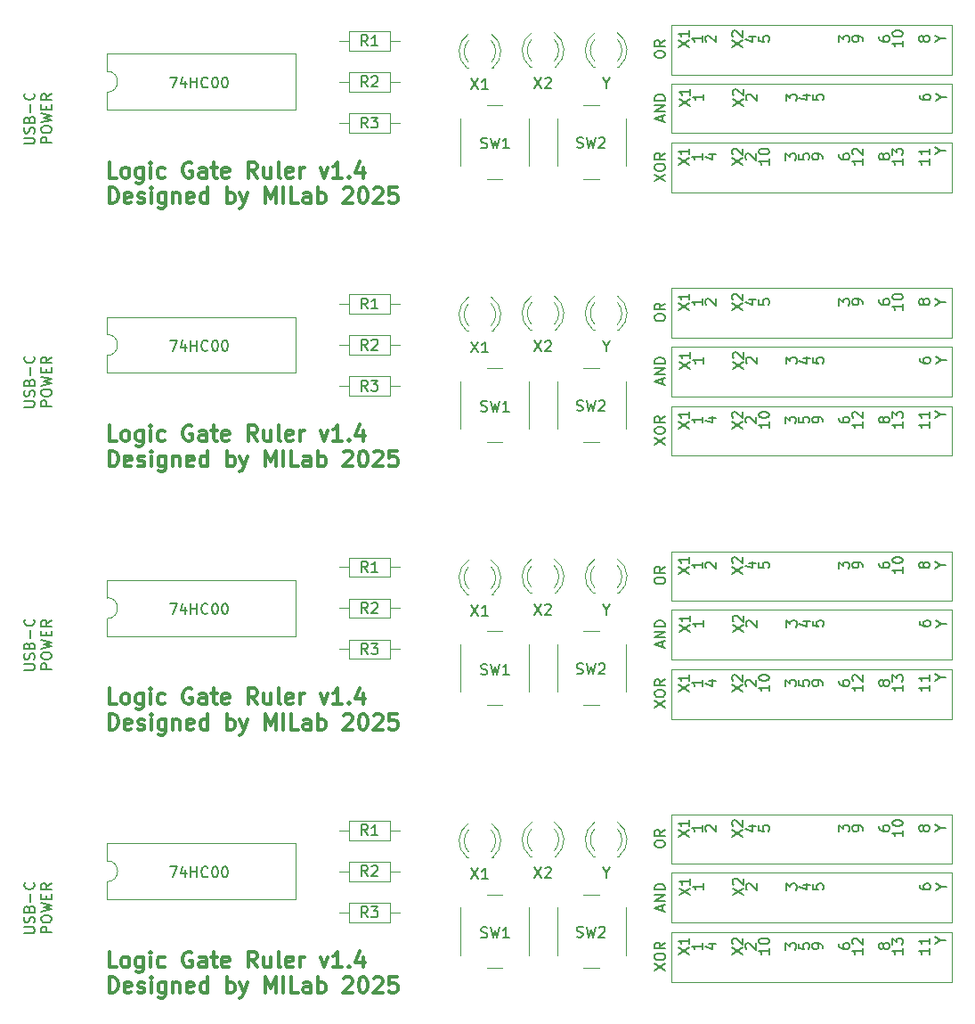
<source format=gto>
%TF.GenerationSoftware,KiCad,Pcbnew,9.0.2*%
%TF.CreationDate,2025-10-23T19:24:45+09:00*%
%TF.ProjectId,simpleLogicCircuit.kicad_pcb_v1.4_4x1,73696d70-6c65-44c6-9f67-696343697263,rev?*%
%TF.SameCoordinates,Original*%
%TF.FileFunction,Legend,Top*%
%TF.FilePolarity,Positive*%
%FSLAX46Y46*%
G04 Gerber Fmt 4.6, Leading zero omitted, Abs format (unit mm)*
G04 Created by KiCad (PCBNEW 9.0.2) date 2025-10-23 19:24:45*
%MOMM*%
%LPD*%
G01*
G04 APERTURE LIST*
%ADD10C,0.150000*%
%ADD11C,0.300000*%
%ADD12C,0.120000*%
G04 APERTURE END LIST*
D10*
X43069847Y-106980951D02*
X43879370Y-106980951D01*
X43879370Y-106980951D02*
X43974608Y-106933332D01*
X43974608Y-106933332D02*
X44022228Y-106885713D01*
X44022228Y-106885713D02*
X44069847Y-106790475D01*
X44069847Y-106790475D02*
X44069847Y-106599999D01*
X44069847Y-106599999D02*
X44022228Y-106504761D01*
X44022228Y-106504761D02*
X43974608Y-106457142D01*
X43974608Y-106457142D02*
X43879370Y-106409523D01*
X43879370Y-106409523D02*
X43069847Y-106409523D01*
X44022228Y-105980951D02*
X44069847Y-105838094D01*
X44069847Y-105838094D02*
X44069847Y-105599999D01*
X44069847Y-105599999D02*
X44022228Y-105504761D01*
X44022228Y-105504761D02*
X43974608Y-105457142D01*
X43974608Y-105457142D02*
X43879370Y-105409523D01*
X43879370Y-105409523D02*
X43784132Y-105409523D01*
X43784132Y-105409523D02*
X43688894Y-105457142D01*
X43688894Y-105457142D02*
X43641275Y-105504761D01*
X43641275Y-105504761D02*
X43593656Y-105599999D01*
X43593656Y-105599999D02*
X43546037Y-105790475D01*
X43546037Y-105790475D02*
X43498418Y-105885713D01*
X43498418Y-105885713D02*
X43450799Y-105933332D01*
X43450799Y-105933332D02*
X43355561Y-105980951D01*
X43355561Y-105980951D02*
X43260323Y-105980951D01*
X43260323Y-105980951D02*
X43165085Y-105933332D01*
X43165085Y-105933332D02*
X43117466Y-105885713D01*
X43117466Y-105885713D02*
X43069847Y-105790475D01*
X43069847Y-105790475D02*
X43069847Y-105552380D01*
X43069847Y-105552380D02*
X43117466Y-105409523D01*
X43546037Y-104647618D02*
X43593656Y-104504761D01*
X43593656Y-104504761D02*
X43641275Y-104457142D01*
X43641275Y-104457142D02*
X43736513Y-104409523D01*
X43736513Y-104409523D02*
X43879370Y-104409523D01*
X43879370Y-104409523D02*
X43974608Y-104457142D01*
X43974608Y-104457142D02*
X44022228Y-104504761D01*
X44022228Y-104504761D02*
X44069847Y-104599999D01*
X44069847Y-104599999D02*
X44069847Y-104980951D01*
X44069847Y-104980951D02*
X43069847Y-104980951D01*
X43069847Y-104980951D02*
X43069847Y-104647618D01*
X43069847Y-104647618D02*
X43117466Y-104552380D01*
X43117466Y-104552380D02*
X43165085Y-104504761D01*
X43165085Y-104504761D02*
X43260323Y-104457142D01*
X43260323Y-104457142D02*
X43355561Y-104457142D01*
X43355561Y-104457142D02*
X43450799Y-104504761D01*
X43450799Y-104504761D02*
X43498418Y-104552380D01*
X43498418Y-104552380D02*
X43546037Y-104647618D01*
X43546037Y-104647618D02*
X43546037Y-104980951D01*
X43688894Y-103980951D02*
X43688894Y-103219047D01*
X43974608Y-102171428D02*
X44022228Y-102219047D01*
X44022228Y-102219047D02*
X44069847Y-102361904D01*
X44069847Y-102361904D02*
X44069847Y-102457142D01*
X44069847Y-102457142D02*
X44022228Y-102599999D01*
X44022228Y-102599999D02*
X43926989Y-102695237D01*
X43926989Y-102695237D02*
X43831751Y-102742856D01*
X43831751Y-102742856D02*
X43641275Y-102790475D01*
X43641275Y-102790475D02*
X43498418Y-102790475D01*
X43498418Y-102790475D02*
X43307942Y-102742856D01*
X43307942Y-102742856D02*
X43212704Y-102695237D01*
X43212704Y-102695237D02*
X43117466Y-102599999D01*
X43117466Y-102599999D02*
X43069847Y-102457142D01*
X43069847Y-102457142D02*
X43069847Y-102361904D01*
X43069847Y-102361904D02*
X43117466Y-102219047D01*
X43117466Y-102219047D02*
X43165085Y-102171428D01*
X45679791Y-106909523D02*
X44679791Y-106909523D01*
X44679791Y-106909523D02*
X44679791Y-106528571D01*
X44679791Y-106528571D02*
X44727410Y-106433333D01*
X44727410Y-106433333D02*
X44775029Y-106385714D01*
X44775029Y-106385714D02*
X44870267Y-106338095D01*
X44870267Y-106338095D02*
X45013124Y-106338095D01*
X45013124Y-106338095D02*
X45108362Y-106385714D01*
X45108362Y-106385714D02*
X45155981Y-106433333D01*
X45155981Y-106433333D02*
X45203600Y-106528571D01*
X45203600Y-106528571D02*
X45203600Y-106909523D01*
X44679791Y-105719047D02*
X44679791Y-105528571D01*
X44679791Y-105528571D02*
X44727410Y-105433333D01*
X44727410Y-105433333D02*
X44822648Y-105338095D01*
X44822648Y-105338095D02*
X45013124Y-105290476D01*
X45013124Y-105290476D02*
X45346457Y-105290476D01*
X45346457Y-105290476D02*
X45536933Y-105338095D01*
X45536933Y-105338095D02*
X45632172Y-105433333D01*
X45632172Y-105433333D02*
X45679791Y-105528571D01*
X45679791Y-105528571D02*
X45679791Y-105719047D01*
X45679791Y-105719047D02*
X45632172Y-105814285D01*
X45632172Y-105814285D02*
X45536933Y-105909523D01*
X45536933Y-105909523D02*
X45346457Y-105957142D01*
X45346457Y-105957142D02*
X45013124Y-105957142D01*
X45013124Y-105957142D02*
X44822648Y-105909523D01*
X44822648Y-105909523D02*
X44727410Y-105814285D01*
X44727410Y-105814285D02*
X44679791Y-105719047D01*
X44679791Y-104957142D02*
X45679791Y-104719047D01*
X45679791Y-104719047D02*
X44965505Y-104528571D01*
X44965505Y-104528571D02*
X45679791Y-104338095D01*
X45679791Y-104338095D02*
X44679791Y-104100000D01*
X45155981Y-103719047D02*
X45155981Y-103385714D01*
X45679791Y-103242857D02*
X45679791Y-103719047D01*
X45679791Y-103719047D02*
X44679791Y-103719047D01*
X44679791Y-103719047D02*
X44679791Y-103242857D01*
X45679791Y-102242857D02*
X45203600Y-102576190D01*
X45679791Y-102814285D02*
X44679791Y-102814285D01*
X44679791Y-102814285D02*
X44679791Y-102433333D01*
X44679791Y-102433333D02*
X44727410Y-102338095D01*
X44727410Y-102338095D02*
X44775029Y-102290476D01*
X44775029Y-102290476D02*
X44870267Y-102242857D01*
X44870267Y-102242857D02*
X45013124Y-102242857D01*
X45013124Y-102242857D02*
X45108362Y-102290476D01*
X45108362Y-102290476D02*
X45155981Y-102338095D01*
X45155981Y-102338095D02*
X45203600Y-102433333D01*
X45203600Y-102433333D02*
X45203600Y-102814285D01*
D11*
X51888796Y-110220870D02*
X51174510Y-110220870D01*
X51174510Y-110220870D02*
X51174510Y-108720870D01*
X52603082Y-110220870D02*
X52460225Y-110149442D01*
X52460225Y-110149442D02*
X52388796Y-110078013D01*
X52388796Y-110078013D02*
X52317368Y-109935156D01*
X52317368Y-109935156D02*
X52317368Y-109506584D01*
X52317368Y-109506584D02*
X52388796Y-109363727D01*
X52388796Y-109363727D02*
X52460225Y-109292299D01*
X52460225Y-109292299D02*
X52603082Y-109220870D01*
X52603082Y-109220870D02*
X52817368Y-109220870D01*
X52817368Y-109220870D02*
X52960225Y-109292299D01*
X52960225Y-109292299D02*
X53031654Y-109363727D01*
X53031654Y-109363727D02*
X53103082Y-109506584D01*
X53103082Y-109506584D02*
X53103082Y-109935156D01*
X53103082Y-109935156D02*
X53031654Y-110078013D01*
X53031654Y-110078013D02*
X52960225Y-110149442D01*
X52960225Y-110149442D02*
X52817368Y-110220870D01*
X52817368Y-110220870D02*
X52603082Y-110220870D01*
X54388797Y-109220870D02*
X54388797Y-110435156D01*
X54388797Y-110435156D02*
X54317368Y-110578013D01*
X54317368Y-110578013D02*
X54245939Y-110649442D01*
X54245939Y-110649442D02*
X54103082Y-110720870D01*
X54103082Y-110720870D02*
X53888797Y-110720870D01*
X53888797Y-110720870D02*
X53745939Y-110649442D01*
X54388797Y-110149442D02*
X54245939Y-110220870D01*
X54245939Y-110220870D02*
X53960225Y-110220870D01*
X53960225Y-110220870D02*
X53817368Y-110149442D01*
X53817368Y-110149442D02*
X53745939Y-110078013D01*
X53745939Y-110078013D02*
X53674511Y-109935156D01*
X53674511Y-109935156D02*
X53674511Y-109506584D01*
X53674511Y-109506584D02*
X53745939Y-109363727D01*
X53745939Y-109363727D02*
X53817368Y-109292299D01*
X53817368Y-109292299D02*
X53960225Y-109220870D01*
X53960225Y-109220870D02*
X54245939Y-109220870D01*
X54245939Y-109220870D02*
X54388797Y-109292299D01*
X55103082Y-110220870D02*
X55103082Y-109220870D01*
X55103082Y-108720870D02*
X55031654Y-108792299D01*
X55031654Y-108792299D02*
X55103082Y-108863727D01*
X55103082Y-108863727D02*
X55174511Y-108792299D01*
X55174511Y-108792299D02*
X55103082Y-108720870D01*
X55103082Y-108720870D02*
X55103082Y-108863727D01*
X56460226Y-110149442D02*
X56317368Y-110220870D01*
X56317368Y-110220870D02*
X56031654Y-110220870D01*
X56031654Y-110220870D02*
X55888797Y-110149442D01*
X55888797Y-110149442D02*
X55817368Y-110078013D01*
X55817368Y-110078013D02*
X55745940Y-109935156D01*
X55745940Y-109935156D02*
X55745940Y-109506584D01*
X55745940Y-109506584D02*
X55817368Y-109363727D01*
X55817368Y-109363727D02*
X55888797Y-109292299D01*
X55888797Y-109292299D02*
X56031654Y-109220870D01*
X56031654Y-109220870D02*
X56317368Y-109220870D01*
X56317368Y-109220870D02*
X56460226Y-109292299D01*
X59031654Y-108792299D02*
X58888797Y-108720870D01*
X58888797Y-108720870D02*
X58674511Y-108720870D01*
X58674511Y-108720870D02*
X58460225Y-108792299D01*
X58460225Y-108792299D02*
X58317368Y-108935156D01*
X58317368Y-108935156D02*
X58245939Y-109078013D01*
X58245939Y-109078013D02*
X58174511Y-109363727D01*
X58174511Y-109363727D02*
X58174511Y-109578013D01*
X58174511Y-109578013D02*
X58245939Y-109863727D01*
X58245939Y-109863727D02*
X58317368Y-110006584D01*
X58317368Y-110006584D02*
X58460225Y-110149442D01*
X58460225Y-110149442D02*
X58674511Y-110220870D01*
X58674511Y-110220870D02*
X58817368Y-110220870D01*
X58817368Y-110220870D02*
X59031654Y-110149442D01*
X59031654Y-110149442D02*
X59103082Y-110078013D01*
X59103082Y-110078013D02*
X59103082Y-109578013D01*
X59103082Y-109578013D02*
X58817368Y-109578013D01*
X60388797Y-110220870D02*
X60388797Y-109435156D01*
X60388797Y-109435156D02*
X60317368Y-109292299D01*
X60317368Y-109292299D02*
X60174511Y-109220870D01*
X60174511Y-109220870D02*
X59888797Y-109220870D01*
X59888797Y-109220870D02*
X59745939Y-109292299D01*
X60388797Y-110149442D02*
X60245939Y-110220870D01*
X60245939Y-110220870D02*
X59888797Y-110220870D01*
X59888797Y-110220870D02*
X59745939Y-110149442D01*
X59745939Y-110149442D02*
X59674511Y-110006584D01*
X59674511Y-110006584D02*
X59674511Y-109863727D01*
X59674511Y-109863727D02*
X59745939Y-109720870D01*
X59745939Y-109720870D02*
X59888797Y-109649442D01*
X59888797Y-109649442D02*
X60245939Y-109649442D01*
X60245939Y-109649442D02*
X60388797Y-109578013D01*
X60888797Y-109220870D02*
X61460225Y-109220870D01*
X61103082Y-108720870D02*
X61103082Y-110006584D01*
X61103082Y-110006584D02*
X61174511Y-110149442D01*
X61174511Y-110149442D02*
X61317368Y-110220870D01*
X61317368Y-110220870D02*
X61460225Y-110220870D01*
X62531654Y-110149442D02*
X62388797Y-110220870D01*
X62388797Y-110220870D02*
X62103083Y-110220870D01*
X62103083Y-110220870D02*
X61960225Y-110149442D01*
X61960225Y-110149442D02*
X61888797Y-110006584D01*
X61888797Y-110006584D02*
X61888797Y-109435156D01*
X61888797Y-109435156D02*
X61960225Y-109292299D01*
X61960225Y-109292299D02*
X62103083Y-109220870D01*
X62103083Y-109220870D02*
X62388797Y-109220870D01*
X62388797Y-109220870D02*
X62531654Y-109292299D01*
X62531654Y-109292299D02*
X62603083Y-109435156D01*
X62603083Y-109435156D02*
X62603083Y-109578013D01*
X62603083Y-109578013D02*
X61888797Y-109720870D01*
X65245939Y-110220870D02*
X64745939Y-109506584D01*
X64388796Y-110220870D02*
X64388796Y-108720870D01*
X64388796Y-108720870D02*
X64960225Y-108720870D01*
X64960225Y-108720870D02*
X65103082Y-108792299D01*
X65103082Y-108792299D02*
X65174511Y-108863727D01*
X65174511Y-108863727D02*
X65245939Y-109006584D01*
X65245939Y-109006584D02*
X65245939Y-109220870D01*
X65245939Y-109220870D02*
X65174511Y-109363727D01*
X65174511Y-109363727D02*
X65103082Y-109435156D01*
X65103082Y-109435156D02*
X64960225Y-109506584D01*
X64960225Y-109506584D02*
X64388796Y-109506584D01*
X66531654Y-109220870D02*
X66531654Y-110220870D01*
X65888796Y-109220870D02*
X65888796Y-110006584D01*
X65888796Y-110006584D02*
X65960225Y-110149442D01*
X65960225Y-110149442D02*
X66103082Y-110220870D01*
X66103082Y-110220870D02*
X66317368Y-110220870D01*
X66317368Y-110220870D02*
X66460225Y-110149442D01*
X66460225Y-110149442D02*
X66531654Y-110078013D01*
X67460225Y-110220870D02*
X67317368Y-110149442D01*
X67317368Y-110149442D02*
X67245939Y-110006584D01*
X67245939Y-110006584D02*
X67245939Y-108720870D01*
X68603082Y-110149442D02*
X68460225Y-110220870D01*
X68460225Y-110220870D02*
X68174511Y-110220870D01*
X68174511Y-110220870D02*
X68031653Y-110149442D01*
X68031653Y-110149442D02*
X67960225Y-110006584D01*
X67960225Y-110006584D02*
X67960225Y-109435156D01*
X67960225Y-109435156D02*
X68031653Y-109292299D01*
X68031653Y-109292299D02*
X68174511Y-109220870D01*
X68174511Y-109220870D02*
X68460225Y-109220870D01*
X68460225Y-109220870D02*
X68603082Y-109292299D01*
X68603082Y-109292299D02*
X68674511Y-109435156D01*
X68674511Y-109435156D02*
X68674511Y-109578013D01*
X68674511Y-109578013D02*
X67960225Y-109720870D01*
X69317367Y-110220870D02*
X69317367Y-109220870D01*
X69317367Y-109506584D02*
X69388796Y-109363727D01*
X69388796Y-109363727D02*
X69460225Y-109292299D01*
X69460225Y-109292299D02*
X69603082Y-109220870D01*
X69603082Y-109220870D02*
X69745939Y-109220870D01*
X71245938Y-109220870D02*
X71603081Y-110220870D01*
X71603081Y-110220870D02*
X71960224Y-109220870D01*
X73317367Y-110220870D02*
X72460224Y-110220870D01*
X72888795Y-110220870D02*
X72888795Y-108720870D01*
X72888795Y-108720870D02*
X72745938Y-108935156D01*
X72745938Y-108935156D02*
X72603081Y-109078013D01*
X72603081Y-109078013D02*
X72460224Y-109149442D01*
X73960223Y-110078013D02*
X74031652Y-110149442D01*
X74031652Y-110149442D02*
X73960223Y-110220870D01*
X73960223Y-110220870D02*
X73888795Y-110149442D01*
X73888795Y-110149442D02*
X73960223Y-110078013D01*
X73960223Y-110078013D02*
X73960223Y-110220870D01*
X75317367Y-109220870D02*
X75317367Y-110220870D01*
X74960224Y-108649442D02*
X74603081Y-109720870D01*
X74603081Y-109720870D02*
X75531652Y-109720870D01*
X51174510Y-112635786D02*
X51174510Y-111135786D01*
X51174510Y-111135786D02*
X51531653Y-111135786D01*
X51531653Y-111135786D02*
X51745939Y-111207215D01*
X51745939Y-111207215D02*
X51888796Y-111350072D01*
X51888796Y-111350072D02*
X51960225Y-111492929D01*
X51960225Y-111492929D02*
X52031653Y-111778643D01*
X52031653Y-111778643D02*
X52031653Y-111992929D01*
X52031653Y-111992929D02*
X51960225Y-112278643D01*
X51960225Y-112278643D02*
X51888796Y-112421500D01*
X51888796Y-112421500D02*
X51745939Y-112564358D01*
X51745939Y-112564358D02*
X51531653Y-112635786D01*
X51531653Y-112635786D02*
X51174510Y-112635786D01*
X53245939Y-112564358D02*
X53103082Y-112635786D01*
X53103082Y-112635786D02*
X52817368Y-112635786D01*
X52817368Y-112635786D02*
X52674510Y-112564358D01*
X52674510Y-112564358D02*
X52603082Y-112421500D01*
X52603082Y-112421500D02*
X52603082Y-111850072D01*
X52603082Y-111850072D02*
X52674510Y-111707215D01*
X52674510Y-111707215D02*
X52817368Y-111635786D01*
X52817368Y-111635786D02*
X53103082Y-111635786D01*
X53103082Y-111635786D02*
X53245939Y-111707215D01*
X53245939Y-111707215D02*
X53317368Y-111850072D01*
X53317368Y-111850072D02*
X53317368Y-111992929D01*
X53317368Y-111992929D02*
X52603082Y-112135786D01*
X53888796Y-112564358D02*
X54031653Y-112635786D01*
X54031653Y-112635786D02*
X54317367Y-112635786D01*
X54317367Y-112635786D02*
X54460224Y-112564358D01*
X54460224Y-112564358D02*
X54531653Y-112421500D01*
X54531653Y-112421500D02*
X54531653Y-112350072D01*
X54531653Y-112350072D02*
X54460224Y-112207215D01*
X54460224Y-112207215D02*
X54317367Y-112135786D01*
X54317367Y-112135786D02*
X54103082Y-112135786D01*
X54103082Y-112135786D02*
X53960224Y-112064358D01*
X53960224Y-112064358D02*
X53888796Y-111921500D01*
X53888796Y-111921500D02*
X53888796Y-111850072D01*
X53888796Y-111850072D02*
X53960224Y-111707215D01*
X53960224Y-111707215D02*
X54103082Y-111635786D01*
X54103082Y-111635786D02*
X54317367Y-111635786D01*
X54317367Y-111635786D02*
X54460224Y-111707215D01*
X55174510Y-112635786D02*
X55174510Y-111635786D01*
X55174510Y-111135786D02*
X55103082Y-111207215D01*
X55103082Y-111207215D02*
X55174510Y-111278643D01*
X55174510Y-111278643D02*
X55245939Y-111207215D01*
X55245939Y-111207215D02*
X55174510Y-111135786D01*
X55174510Y-111135786D02*
X55174510Y-111278643D01*
X56531654Y-111635786D02*
X56531654Y-112850072D01*
X56531654Y-112850072D02*
X56460225Y-112992929D01*
X56460225Y-112992929D02*
X56388796Y-113064358D01*
X56388796Y-113064358D02*
X56245939Y-113135786D01*
X56245939Y-113135786D02*
X56031654Y-113135786D01*
X56031654Y-113135786D02*
X55888796Y-113064358D01*
X56531654Y-112564358D02*
X56388796Y-112635786D01*
X56388796Y-112635786D02*
X56103082Y-112635786D01*
X56103082Y-112635786D02*
X55960225Y-112564358D01*
X55960225Y-112564358D02*
X55888796Y-112492929D01*
X55888796Y-112492929D02*
X55817368Y-112350072D01*
X55817368Y-112350072D02*
X55817368Y-111921500D01*
X55817368Y-111921500D02*
X55888796Y-111778643D01*
X55888796Y-111778643D02*
X55960225Y-111707215D01*
X55960225Y-111707215D02*
X56103082Y-111635786D01*
X56103082Y-111635786D02*
X56388796Y-111635786D01*
X56388796Y-111635786D02*
X56531654Y-111707215D01*
X57245939Y-111635786D02*
X57245939Y-112635786D01*
X57245939Y-111778643D02*
X57317368Y-111707215D01*
X57317368Y-111707215D02*
X57460225Y-111635786D01*
X57460225Y-111635786D02*
X57674511Y-111635786D01*
X57674511Y-111635786D02*
X57817368Y-111707215D01*
X57817368Y-111707215D02*
X57888797Y-111850072D01*
X57888797Y-111850072D02*
X57888797Y-112635786D01*
X59174511Y-112564358D02*
X59031654Y-112635786D01*
X59031654Y-112635786D02*
X58745940Y-112635786D01*
X58745940Y-112635786D02*
X58603082Y-112564358D01*
X58603082Y-112564358D02*
X58531654Y-112421500D01*
X58531654Y-112421500D02*
X58531654Y-111850072D01*
X58531654Y-111850072D02*
X58603082Y-111707215D01*
X58603082Y-111707215D02*
X58745940Y-111635786D01*
X58745940Y-111635786D02*
X59031654Y-111635786D01*
X59031654Y-111635786D02*
X59174511Y-111707215D01*
X59174511Y-111707215D02*
X59245940Y-111850072D01*
X59245940Y-111850072D02*
X59245940Y-111992929D01*
X59245940Y-111992929D02*
X58531654Y-112135786D01*
X60531654Y-112635786D02*
X60531654Y-111135786D01*
X60531654Y-112564358D02*
X60388796Y-112635786D01*
X60388796Y-112635786D02*
X60103082Y-112635786D01*
X60103082Y-112635786D02*
X59960225Y-112564358D01*
X59960225Y-112564358D02*
X59888796Y-112492929D01*
X59888796Y-112492929D02*
X59817368Y-112350072D01*
X59817368Y-112350072D02*
X59817368Y-111921500D01*
X59817368Y-111921500D02*
X59888796Y-111778643D01*
X59888796Y-111778643D02*
X59960225Y-111707215D01*
X59960225Y-111707215D02*
X60103082Y-111635786D01*
X60103082Y-111635786D02*
X60388796Y-111635786D01*
X60388796Y-111635786D02*
X60531654Y-111707215D01*
X62388796Y-112635786D02*
X62388796Y-111135786D01*
X62388796Y-111707215D02*
X62531654Y-111635786D01*
X62531654Y-111635786D02*
X62817368Y-111635786D01*
X62817368Y-111635786D02*
X62960225Y-111707215D01*
X62960225Y-111707215D02*
X63031654Y-111778643D01*
X63031654Y-111778643D02*
X63103082Y-111921500D01*
X63103082Y-111921500D02*
X63103082Y-112350072D01*
X63103082Y-112350072D02*
X63031654Y-112492929D01*
X63031654Y-112492929D02*
X62960225Y-112564358D01*
X62960225Y-112564358D02*
X62817368Y-112635786D01*
X62817368Y-112635786D02*
X62531654Y-112635786D01*
X62531654Y-112635786D02*
X62388796Y-112564358D01*
X63603082Y-111635786D02*
X63960225Y-112635786D01*
X64317368Y-111635786D02*
X63960225Y-112635786D01*
X63960225Y-112635786D02*
X63817368Y-112992929D01*
X63817368Y-112992929D02*
X63745939Y-113064358D01*
X63745939Y-113064358D02*
X63603082Y-113135786D01*
X66031653Y-112635786D02*
X66031653Y-111135786D01*
X66031653Y-111135786D02*
X66531653Y-112207215D01*
X66531653Y-112207215D02*
X67031653Y-111135786D01*
X67031653Y-111135786D02*
X67031653Y-112635786D01*
X67745939Y-112635786D02*
X67745939Y-111135786D01*
X69174511Y-112635786D02*
X68460225Y-112635786D01*
X68460225Y-112635786D02*
X68460225Y-111135786D01*
X70317369Y-112635786D02*
X70317369Y-111850072D01*
X70317369Y-111850072D02*
X70245940Y-111707215D01*
X70245940Y-111707215D02*
X70103083Y-111635786D01*
X70103083Y-111635786D02*
X69817369Y-111635786D01*
X69817369Y-111635786D02*
X69674511Y-111707215D01*
X70317369Y-112564358D02*
X70174511Y-112635786D01*
X70174511Y-112635786D02*
X69817369Y-112635786D01*
X69817369Y-112635786D02*
X69674511Y-112564358D01*
X69674511Y-112564358D02*
X69603083Y-112421500D01*
X69603083Y-112421500D02*
X69603083Y-112278643D01*
X69603083Y-112278643D02*
X69674511Y-112135786D01*
X69674511Y-112135786D02*
X69817369Y-112064358D01*
X69817369Y-112064358D02*
X70174511Y-112064358D01*
X70174511Y-112064358D02*
X70317369Y-111992929D01*
X71031654Y-112635786D02*
X71031654Y-111135786D01*
X71031654Y-111707215D02*
X71174512Y-111635786D01*
X71174512Y-111635786D02*
X71460226Y-111635786D01*
X71460226Y-111635786D02*
X71603083Y-111707215D01*
X71603083Y-111707215D02*
X71674512Y-111778643D01*
X71674512Y-111778643D02*
X71745940Y-111921500D01*
X71745940Y-111921500D02*
X71745940Y-112350072D01*
X71745940Y-112350072D02*
X71674512Y-112492929D01*
X71674512Y-112492929D02*
X71603083Y-112564358D01*
X71603083Y-112564358D02*
X71460226Y-112635786D01*
X71460226Y-112635786D02*
X71174512Y-112635786D01*
X71174512Y-112635786D02*
X71031654Y-112564358D01*
X73460226Y-111278643D02*
X73531654Y-111207215D01*
X73531654Y-111207215D02*
X73674512Y-111135786D01*
X73674512Y-111135786D02*
X74031654Y-111135786D01*
X74031654Y-111135786D02*
X74174512Y-111207215D01*
X74174512Y-111207215D02*
X74245940Y-111278643D01*
X74245940Y-111278643D02*
X74317369Y-111421500D01*
X74317369Y-111421500D02*
X74317369Y-111564358D01*
X74317369Y-111564358D02*
X74245940Y-111778643D01*
X74245940Y-111778643D02*
X73388797Y-112635786D01*
X73388797Y-112635786D02*
X74317369Y-112635786D01*
X75245940Y-111135786D02*
X75388797Y-111135786D01*
X75388797Y-111135786D02*
X75531654Y-111207215D01*
X75531654Y-111207215D02*
X75603083Y-111278643D01*
X75603083Y-111278643D02*
X75674511Y-111421500D01*
X75674511Y-111421500D02*
X75745940Y-111707215D01*
X75745940Y-111707215D02*
X75745940Y-112064358D01*
X75745940Y-112064358D02*
X75674511Y-112350072D01*
X75674511Y-112350072D02*
X75603083Y-112492929D01*
X75603083Y-112492929D02*
X75531654Y-112564358D01*
X75531654Y-112564358D02*
X75388797Y-112635786D01*
X75388797Y-112635786D02*
X75245940Y-112635786D01*
X75245940Y-112635786D02*
X75103083Y-112564358D01*
X75103083Y-112564358D02*
X75031654Y-112492929D01*
X75031654Y-112492929D02*
X74960225Y-112350072D01*
X74960225Y-112350072D02*
X74888797Y-112064358D01*
X74888797Y-112064358D02*
X74888797Y-111707215D01*
X74888797Y-111707215D02*
X74960225Y-111421500D01*
X74960225Y-111421500D02*
X75031654Y-111278643D01*
X75031654Y-111278643D02*
X75103083Y-111207215D01*
X75103083Y-111207215D02*
X75245940Y-111135786D01*
X76317368Y-111278643D02*
X76388796Y-111207215D01*
X76388796Y-111207215D02*
X76531654Y-111135786D01*
X76531654Y-111135786D02*
X76888796Y-111135786D01*
X76888796Y-111135786D02*
X77031654Y-111207215D01*
X77031654Y-111207215D02*
X77103082Y-111278643D01*
X77103082Y-111278643D02*
X77174511Y-111421500D01*
X77174511Y-111421500D02*
X77174511Y-111564358D01*
X77174511Y-111564358D02*
X77103082Y-111778643D01*
X77103082Y-111778643D02*
X76245939Y-112635786D01*
X76245939Y-112635786D02*
X77174511Y-112635786D01*
X78531653Y-111135786D02*
X77817367Y-111135786D01*
X77817367Y-111135786D02*
X77745939Y-111850072D01*
X77745939Y-111850072D02*
X77817367Y-111778643D01*
X77817367Y-111778643D02*
X77960225Y-111707215D01*
X77960225Y-111707215D02*
X78317367Y-111707215D01*
X78317367Y-111707215D02*
X78460225Y-111778643D01*
X78460225Y-111778643D02*
X78531653Y-111850072D01*
X78531653Y-111850072D02*
X78603082Y-111992929D01*
X78603082Y-111992929D02*
X78603082Y-112350072D01*
X78603082Y-112350072D02*
X78531653Y-112492929D01*
X78531653Y-112492929D02*
X78460225Y-112564358D01*
X78460225Y-112564358D02*
X78317367Y-112635786D01*
X78317367Y-112635786D02*
X77960225Y-112635786D01*
X77960225Y-112635786D02*
X77817367Y-112564358D01*
X77817367Y-112564358D02*
X77745939Y-112492929D01*
D10*
X43069847Y-81980951D02*
X43879370Y-81980951D01*
X43879370Y-81980951D02*
X43974608Y-81933332D01*
X43974608Y-81933332D02*
X44022228Y-81885713D01*
X44022228Y-81885713D02*
X44069847Y-81790475D01*
X44069847Y-81790475D02*
X44069847Y-81599999D01*
X44069847Y-81599999D02*
X44022228Y-81504761D01*
X44022228Y-81504761D02*
X43974608Y-81457142D01*
X43974608Y-81457142D02*
X43879370Y-81409523D01*
X43879370Y-81409523D02*
X43069847Y-81409523D01*
X44022228Y-80980951D02*
X44069847Y-80838094D01*
X44069847Y-80838094D02*
X44069847Y-80599999D01*
X44069847Y-80599999D02*
X44022228Y-80504761D01*
X44022228Y-80504761D02*
X43974608Y-80457142D01*
X43974608Y-80457142D02*
X43879370Y-80409523D01*
X43879370Y-80409523D02*
X43784132Y-80409523D01*
X43784132Y-80409523D02*
X43688894Y-80457142D01*
X43688894Y-80457142D02*
X43641275Y-80504761D01*
X43641275Y-80504761D02*
X43593656Y-80599999D01*
X43593656Y-80599999D02*
X43546037Y-80790475D01*
X43546037Y-80790475D02*
X43498418Y-80885713D01*
X43498418Y-80885713D02*
X43450799Y-80933332D01*
X43450799Y-80933332D02*
X43355561Y-80980951D01*
X43355561Y-80980951D02*
X43260323Y-80980951D01*
X43260323Y-80980951D02*
X43165085Y-80933332D01*
X43165085Y-80933332D02*
X43117466Y-80885713D01*
X43117466Y-80885713D02*
X43069847Y-80790475D01*
X43069847Y-80790475D02*
X43069847Y-80552380D01*
X43069847Y-80552380D02*
X43117466Y-80409523D01*
X43546037Y-79647618D02*
X43593656Y-79504761D01*
X43593656Y-79504761D02*
X43641275Y-79457142D01*
X43641275Y-79457142D02*
X43736513Y-79409523D01*
X43736513Y-79409523D02*
X43879370Y-79409523D01*
X43879370Y-79409523D02*
X43974608Y-79457142D01*
X43974608Y-79457142D02*
X44022228Y-79504761D01*
X44022228Y-79504761D02*
X44069847Y-79599999D01*
X44069847Y-79599999D02*
X44069847Y-79980951D01*
X44069847Y-79980951D02*
X43069847Y-79980951D01*
X43069847Y-79980951D02*
X43069847Y-79647618D01*
X43069847Y-79647618D02*
X43117466Y-79552380D01*
X43117466Y-79552380D02*
X43165085Y-79504761D01*
X43165085Y-79504761D02*
X43260323Y-79457142D01*
X43260323Y-79457142D02*
X43355561Y-79457142D01*
X43355561Y-79457142D02*
X43450799Y-79504761D01*
X43450799Y-79504761D02*
X43498418Y-79552380D01*
X43498418Y-79552380D02*
X43546037Y-79647618D01*
X43546037Y-79647618D02*
X43546037Y-79980951D01*
X43688894Y-78980951D02*
X43688894Y-78219047D01*
X43974608Y-77171428D02*
X44022228Y-77219047D01*
X44022228Y-77219047D02*
X44069847Y-77361904D01*
X44069847Y-77361904D02*
X44069847Y-77457142D01*
X44069847Y-77457142D02*
X44022228Y-77599999D01*
X44022228Y-77599999D02*
X43926989Y-77695237D01*
X43926989Y-77695237D02*
X43831751Y-77742856D01*
X43831751Y-77742856D02*
X43641275Y-77790475D01*
X43641275Y-77790475D02*
X43498418Y-77790475D01*
X43498418Y-77790475D02*
X43307942Y-77742856D01*
X43307942Y-77742856D02*
X43212704Y-77695237D01*
X43212704Y-77695237D02*
X43117466Y-77599999D01*
X43117466Y-77599999D02*
X43069847Y-77457142D01*
X43069847Y-77457142D02*
X43069847Y-77361904D01*
X43069847Y-77361904D02*
X43117466Y-77219047D01*
X43117466Y-77219047D02*
X43165085Y-77171428D01*
X45679791Y-81909523D02*
X44679791Y-81909523D01*
X44679791Y-81909523D02*
X44679791Y-81528571D01*
X44679791Y-81528571D02*
X44727410Y-81433333D01*
X44727410Y-81433333D02*
X44775029Y-81385714D01*
X44775029Y-81385714D02*
X44870267Y-81338095D01*
X44870267Y-81338095D02*
X45013124Y-81338095D01*
X45013124Y-81338095D02*
X45108362Y-81385714D01*
X45108362Y-81385714D02*
X45155981Y-81433333D01*
X45155981Y-81433333D02*
X45203600Y-81528571D01*
X45203600Y-81528571D02*
X45203600Y-81909523D01*
X44679791Y-80719047D02*
X44679791Y-80528571D01*
X44679791Y-80528571D02*
X44727410Y-80433333D01*
X44727410Y-80433333D02*
X44822648Y-80338095D01*
X44822648Y-80338095D02*
X45013124Y-80290476D01*
X45013124Y-80290476D02*
X45346457Y-80290476D01*
X45346457Y-80290476D02*
X45536933Y-80338095D01*
X45536933Y-80338095D02*
X45632172Y-80433333D01*
X45632172Y-80433333D02*
X45679791Y-80528571D01*
X45679791Y-80528571D02*
X45679791Y-80719047D01*
X45679791Y-80719047D02*
X45632172Y-80814285D01*
X45632172Y-80814285D02*
X45536933Y-80909523D01*
X45536933Y-80909523D02*
X45346457Y-80957142D01*
X45346457Y-80957142D02*
X45013124Y-80957142D01*
X45013124Y-80957142D02*
X44822648Y-80909523D01*
X44822648Y-80909523D02*
X44727410Y-80814285D01*
X44727410Y-80814285D02*
X44679791Y-80719047D01*
X44679791Y-79957142D02*
X45679791Y-79719047D01*
X45679791Y-79719047D02*
X44965505Y-79528571D01*
X44965505Y-79528571D02*
X45679791Y-79338095D01*
X45679791Y-79338095D02*
X44679791Y-79100000D01*
X45155981Y-78719047D02*
X45155981Y-78385714D01*
X45679791Y-78242857D02*
X45679791Y-78719047D01*
X45679791Y-78719047D02*
X44679791Y-78719047D01*
X44679791Y-78719047D02*
X44679791Y-78242857D01*
X45679791Y-77242857D02*
X45203600Y-77576190D01*
X45679791Y-77814285D02*
X44679791Y-77814285D01*
X44679791Y-77814285D02*
X44679791Y-77433333D01*
X44679791Y-77433333D02*
X44727410Y-77338095D01*
X44727410Y-77338095D02*
X44775029Y-77290476D01*
X44775029Y-77290476D02*
X44870267Y-77242857D01*
X44870267Y-77242857D02*
X45013124Y-77242857D01*
X45013124Y-77242857D02*
X45108362Y-77290476D01*
X45108362Y-77290476D02*
X45155981Y-77338095D01*
X45155981Y-77338095D02*
X45203600Y-77433333D01*
X45203600Y-77433333D02*
X45203600Y-77814285D01*
D11*
X51888796Y-85220870D02*
X51174510Y-85220870D01*
X51174510Y-85220870D02*
X51174510Y-83720870D01*
X52603082Y-85220870D02*
X52460225Y-85149442D01*
X52460225Y-85149442D02*
X52388796Y-85078013D01*
X52388796Y-85078013D02*
X52317368Y-84935156D01*
X52317368Y-84935156D02*
X52317368Y-84506584D01*
X52317368Y-84506584D02*
X52388796Y-84363727D01*
X52388796Y-84363727D02*
X52460225Y-84292299D01*
X52460225Y-84292299D02*
X52603082Y-84220870D01*
X52603082Y-84220870D02*
X52817368Y-84220870D01*
X52817368Y-84220870D02*
X52960225Y-84292299D01*
X52960225Y-84292299D02*
X53031654Y-84363727D01*
X53031654Y-84363727D02*
X53103082Y-84506584D01*
X53103082Y-84506584D02*
X53103082Y-84935156D01*
X53103082Y-84935156D02*
X53031654Y-85078013D01*
X53031654Y-85078013D02*
X52960225Y-85149442D01*
X52960225Y-85149442D02*
X52817368Y-85220870D01*
X52817368Y-85220870D02*
X52603082Y-85220870D01*
X54388797Y-84220870D02*
X54388797Y-85435156D01*
X54388797Y-85435156D02*
X54317368Y-85578013D01*
X54317368Y-85578013D02*
X54245939Y-85649442D01*
X54245939Y-85649442D02*
X54103082Y-85720870D01*
X54103082Y-85720870D02*
X53888797Y-85720870D01*
X53888797Y-85720870D02*
X53745939Y-85649442D01*
X54388797Y-85149442D02*
X54245939Y-85220870D01*
X54245939Y-85220870D02*
X53960225Y-85220870D01*
X53960225Y-85220870D02*
X53817368Y-85149442D01*
X53817368Y-85149442D02*
X53745939Y-85078013D01*
X53745939Y-85078013D02*
X53674511Y-84935156D01*
X53674511Y-84935156D02*
X53674511Y-84506584D01*
X53674511Y-84506584D02*
X53745939Y-84363727D01*
X53745939Y-84363727D02*
X53817368Y-84292299D01*
X53817368Y-84292299D02*
X53960225Y-84220870D01*
X53960225Y-84220870D02*
X54245939Y-84220870D01*
X54245939Y-84220870D02*
X54388797Y-84292299D01*
X55103082Y-85220870D02*
X55103082Y-84220870D01*
X55103082Y-83720870D02*
X55031654Y-83792299D01*
X55031654Y-83792299D02*
X55103082Y-83863727D01*
X55103082Y-83863727D02*
X55174511Y-83792299D01*
X55174511Y-83792299D02*
X55103082Y-83720870D01*
X55103082Y-83720870D02*
X55103082Y-83863727D01*
X56460226Y-85149442D02*
X56317368Y-85220870D01*
X56317368Y-85220870D02*
X56031654Y-85220870D01*
X56031654Y-85220870D02*
X55888797Y-85149442D01*
X55888797Y-85149442D02*
X55817368Y-85078013D01*
X55817368Y-85078013D02*
X55745940Y-84935156D01*
X55745940Y-84935156D02*
X55745940Y-84506584D01*
X55745940Y-84506584D02*
X55817368Y-84363727D01*
X55817368Y-84363727D02*
X55888797Y-84292299D01*
X55888797Y-84292299D02*
X56031654Y-84220870D01*
X56031654Y-84220870D02*
X56317368Y-84220870D01*
X56317368Y-84220870D02*
X56460226Y-84292299D01*
X59031654Y-83792299D02*
X58888797Y-83720870D01*
X58888797Y-83720870D02*
X58674511Y-83720870D01*
X58674511Y-83720870D02*
X58460225Y-83792299D01*
X58460225Y-83792299D02*
X58317368Y-83935156D01*
X58317368Y-83935156D02*
X58245939Y-84078013D01*
X58245939Y-84078013D02*
X58174511Y-84363727D01*
X58174511Y-84363727D02*
X58174511Y-84578013D01*
X58174511Y-84578013D02*
X58245939Y-84863727D01*
X58245939Y-84863727D02*
X58317368Y-85006584D01*
X58317368Y-85006584D02*
X58460225Y-85149442D01*
X58460225Y-85149442D02*
X58674511Y-85220870D01*
X58674511Y-85220870D02*
X58817368Y-85220870D01*
X58817368Y-85220870D02*
X59031654Y-85149442D01*
X59031654Y-85149442D02*
X59103082Y-85078013D01*
X59103082Y-85078013D02*
X59103082Y-84578013D01*
X59103082Y-84578013D02*
X58817368Y-84578013D01*
X60388797Y-85220870D02*
X60388797Y-84435156D01*
X60388797Y-84435156D02*
X60317368Y-84292299D01*
X60317368Y-84292299D02*
X60174511Y-84220870D01*
X60174511Y-84220870D02*
X59888797Y-84220870D01*
X59888797Y-84220870D02*
X59745939Y-84292299D01*
X60388797Y-85149442D02*
X60245939Y-85220870D01*
X60245939Y-85220870D02*
X59888797Y-85220870D01*
X59888797Y-85220870D02*
X59745939Y-85149442D01*
X59745939Y-85149442D02*
X59674511Y-85006584D01*
X59674511Y-85006584D02*
X59674511Y-84863727D01*
X59674511Y-84863727D02*
X59745939Y-84720870D01*
X59745939Y-84720870D02*
X59888797Y-84649442D01*
X59888797Y-84649442D02*
X60245939Y-84649442D01*
X60245939Y-84649442D02*
X60388797Y-84578013D01*
X60888797Y-84220870D02*
X61460225Y-84220870D01*
X61103082Y-83720870D02*
X61103082Y-85006584D01*
X61103082Y-85006584D02*
X61174511Y-85149442D01*
X61174511Y-85149442D02*
X61317368Y-85220870D01*
X61317368Y-85220870D02*
X61460225Y-85220870D01*
X62531654Y-85149442D02*
X62388797Y-85220870D01*
X62388797Y-85220870D02*
X62103083Y-85220870D01*
X62103083Y-85220870D02*
X61960225Y-85149442D01*
X61960225Y-85149442D02*
X61888797Y-85006584D01*
X61888797Y-85006584D02*
X61888797Y-84435156D01*
X61888797Y-84435156D02*
X61960225Y-84292299D01*
X61960225Y-84292299D02*
X62103083Y-84220870D01*
X62103083Y-84220870D02*
X62388797Y-84220870D01*
X62388797Y-84220870D02*
X62531654Y-84292299D01*
X62531654Y-84292299D02*
X62603083Y-84435156D01*
X62603083Y-84435156D02*
X62603083Y-84578013D01*
X62603083Y-84578013D02*
X61888797Y-84720870D01*
X65245939Y-85220870D02*
X64745939Y-84506584D01*
X64388796Y-85220870D02*
X64388796Y-83720870D01*
X64388796Y-83720870D02*
X64960225Y-83720870D01*
X64960225Y-83720870D02*
X65103082Y-83792299D01*
X65103082Y-83792299D02*
X65174511Y-83863727D01*
X65174511Y-83863727D02*
X65245939Y-84006584D01*
X65245939Y-84006584D02*
X65245939Y-84220870D01*
X65245939Y-84220870D02*
X65174511Y-84363727D01*
X65174511Y-84363727D02*
X65103082Y-84435156D01*
X65103082Y-84435156D02*
X64960225Y-84506584D01*
X64960225Y-84506584D02*
X64388796Y-84506584D01*
X66531654Y-84220870D02*
X66531654Y-85220870D01*
X65888796Y-84220870D02*
X65888796Y-85006584D01*
X65888796Y-85006584D02*
X65960225Y-85149442D01*
X65960225Y-85149442D02*
X66103082Y-85220870D01*
X66103082Y-85220870D02*
X66317368Y-85220870D01*
X66317368Y-85220870D02*
X66460225Y-85149442D01*
X66460225Y-85149442D02*
X66531654Y-85078013D01*
X67460225Y-85220870D02*
X67317368Y-85149442D01*
X67317368Y-85149442D02*
X67245939Y-85006584D01*
X67245939Y-85006584D02*
X67245939Y-83720870D01*
X68603082Y-85149442D02*
X68460225Y-85220870D01*
X68460225Y-85220870D02*
X68174511Y-85220870D01*
X68174511Y-85220870D02*
X68031653Y-85149442D01*
X68031653Y-85149442D02*
X67960225Y-85006584D01*
X67960225Y-85006584D02*
X67960225Y-84435156D01*
X67960225Y-84435156D02*
X68031653Y-84292299D01*
X68031653Y-84292299D02*
X68174511Y-84220870D01*
X68174511Y-84220870D02*
X68460225Y-84220870D01*
X68460225Y-84220870D02*
X68603082Y-84292299D01*
X68603082Y-84292299D02*
X68674511Y-84435156D01*
X68674511Y-84435156D02*
X68674511Y-84578013D01*
X68674511Y-84578013D02*
X67960225Y-84720870D01*
X69317367Y-85220870D02*
X69317367Y-84220870D01*
X69317367Y-84506584D02*
X69388796Y-84363727D01*
X69388796Y-84363727D02*
X69460225Y-84292299D01*
X69460225Y-84292299D02*
X69603082Y-84220870D01*
X69603082Y-84220870D02*
X69745939Y-84220870D01*
X71245938Y-84220870D02*
X71603081Y-85220870D01*
X71603081Y-85220870D02*
X71960224Y-84220870D01*
X73317367Y-85220870D02*
X72460224Y-85220870D01*
X72888795Y-85220870D02*
X72888795Y-83720870D01*
X72888795Y-83720870D02*
X72745938Y-83935156D01*
X72745938Y-83935156D02*
X72603081Y-84078013D01*
X72603081Y-84078013D02*
X72460224Y-84149442D01*
X73960223Y-85078013D02*
X74031652Y-85149442D01*
X74031652Y-85149442D02*
X73960223Y-85220870D01*
X73960223Y-85220870D02*
X73888795Y-85149442D01*
X73888795Y-85149442D02*
X73960223Y-85078013D01*
X73960223Y-85078013D02*
X73960223Y-85220870D01*
X75317367Y-84220870D02*
X75317367Y-85220870D01*
X74960224Y-83649442D02*
X74603081Y-84720870D01*
X74603081Y-84720870D02*
X75531652Y-84720870D01*
X51174510Y-87635786D02*
X51174510Y-86135786D01*
X51174510Y-86135786D02*
X51531653Y-86135786D01*
X51531653Y-86135786D02*
X51745939Y-86207215D01*
X51745939Y-86207215D02*
X51888796Y-86350072D01*
X51888796Y-86350072D02*
X51960225Y-86492929D01*
X51960225Y-86492929D02*
X52031653Y-86778643D01*
X52031653Y-86778643D02*
X52031653Y-86992929D01*
X52031653Y-86992929D02*
X51960225Y-87278643D01*
X51960225Y-87278643D02*
X51888796Y-87421500D01*
X51888796Y-87421500D02*
X51745939Y-87564358D01*
X51745939Y-87564358D02*
X51531653Y-87635786D01*
X51531653Y-87635786D02*
X51174510Y-87635786D01*
X53245939Y-87564358D02*
X53103082Y-87635786D01*
X53103082Y-87635786D02*
X52817368Y-87635786D01*
X52817368Y-87635786D02*
X52674510Y-87564358D01*
X52674510Y-87564358D02*
X52603082Y-87421500D01*
X52603082Y-87421500D02*
X52603082Y-86850072D01*
X52603082Y-86850072D02*
X52674510Y-86707215D01*
X52674510Y-86707215D02*
X52817368Y-86635786D01*
X52817368Y-86635786D02*
X53103082Y-86635786D01*
X53103082Y-86635786D02*
X53245939Y-86707215D01*
X53245939Y-86707215D02*
X53317368Y-86850072D01*
X53317368Y-86850072D02*
X53317368Y-86992929D01*
X53317368Y-86992929D02*
X52603082Y-87135786D01*
X53888796Y-87564358D02*
X54031653Y-87635786D01*
X54031653Y-87635786D02*
X54317367Y-87635786D01*
X54317367Y-87635786D02*
X54460224Y-87564358D01*
X54460224Y-87564358D02*
X54531653Y-87421500D01*
X54531653Y-87421500D02*
X54531653Y-87350072D01*
X54531653Y-87350072D02*
X54460224Y-87207215D01*
X54460224Y-87207215D02*
X54317367Y-87135786D01*
X54317367Y-87135786D02*
X54103082Y-87135786D01*
X54103082Y-87135786D02*
X53960224Y-87064358D01*
X53960224Y-87064358D02*
X53888796Y-86921500D01*
X53888796Y-86921500D02*
X53888796Y-86850072D01*
X53888796Y-86850072D02*
X53960224Y-86707215D01*
X53960224Y-86707215D02*
X54103082Y-86635786D01*
X54103082Y-86635786D02*
X54317367Y-86635786D01*
X54317367Y-86635786D02*
X54460224Y-86707215D01*
X55174510Y-87635786D02*
X55174510Y-86635786D01*
X55174510Y-86135786D02*
X55103082Y-86207215D01*
X55103082Y-86207215D02*
X55174510Y-86278643D01*
X55174510Y-86278643D02*
X55245939Y-86207215D01*
X55245939Y-86207215D02*
X55174510Y-86135786D01*
X55174510Y-86135786D02*
X55174510Y-86278643D01*
X56531654Y-86635786D02*
X56531654Y-87850072D01*
X56531654Y-87850072D02*
X56460225Y-87992929D01*
X56460225Y-87992929D02*
X56388796Y-88064358D01*
X56388796Y-88064358D02*
X56245939Y-88135786D01*
X56245939Y-88135786D02*
X56031654Y-88135786D01*
X56031654Y-88135786D02*
X55888796Y-88064358D01*
X56531654Y-87564358D02*
X56388796Y-87635786D01*
X56388796Y-87635786D02*
X56103082Y-87635786D01*
X56103082Y-87635786D02*
X55960225Y-87564358D01*
X55960225Y-87564358D02*
X55888796Y-87492929D01*
X55888796Y-87492929D02*
X55817368Y-87350072D01*
X55817368Y-87350072D02*
X55817368Y-86921500D01*
X55817368Y-86921500D02*
X55888796Y-86778643D01*
X55888796Y-86778643D02*
X55960225Y-86707215D01*
X55960225Y-86707215D02*
X56103082Y-86635786D01*
X56103082Y-86635786D02*
X56388796Y-86635786D01*
X56388796Y-86635786D02*
X56531654Y-86707215D01*
X57245939Y-86635786D02*
X57245939Y-87635786D01*
X57245939Y-86778643D02*
X57317368Y-86707215D01*
X57317368Y-86707215D02*
X57460225Y-86635786D01*
X57460225Y-86635786D02*
X57674511Y-86635786D01*
X57674511Y-86635786D02*
X57817368Y-86707215D01*
X57817368Y-86707215D02*
X57888797Y-86850072D01*
X57888797Y-86850072D02*
X57888797Y-87635786D01*
X59174511Y-87564358D02*
X59031654Y-87635786D01*
X59031654Y-87635786D02*
X58745940Y-87635786D01*
X58745940Y-87635786D02*
X58603082Y-87564358D01*
X58603082Y-87564358D02*
X58531654Y-87421500D01*
X58531654Y-87421500D02*
X58531654Y-86850072D01*
X58531654Y-86850072D02*
X58603082Y-86707215D01*
X58603082Y-86707215D02*
X58745940Y-86635786D01*
X58745940Y-86635786D02*
X59031654Y-86635786D01*
X59031654Y-86635786D02*
X59174511Y-86707215D01*
X59174511Y-86707215D02*
X59245940Y-86850072D01*
X59245940Y-86850072D02*
X59245940Y-86992929D01*
X59245940Y-86992929D02*
X58531654Y-87135786D01*
X60531654Y-87635786D02*
X60531654Y-86135786D01*
X60531654Y-87564358D02*
X60388796Y-87635786D01*
X60388796Y-87635786D02*
X60103082Y-87635786D01*
X60103082Y-87635786D02*
X59960225Y-87564358D01*
X59960225Y-87564358D02*
X59888796Y-87492929D01*
X59888796Y-87492929D02*
X59817368Y-87350072D01*
X59817368Y-87350072D02*
X59817368Y-86921500D01*
X59817368Y-86921500D02*
X59888796Y-86778643D01*
X59888796Y-86778643D02*
X59960225Y-86707215D01*
X59960225Y-86707215D02*
X60103082Y-86635786D01*
X60103082Y-86635786D02*
X60388796Y-86635786D01*
X60388796Y-86635786D02*
X60531654Y-86707215D01*
X62388796Y-87635786D02*
X62388796Y-86135786D01*
X62388796Y-86707215D02*
X62531654Y-86635786D01*
X62531654Y-86635786D02*
X62817368Y-86635786D01*
X62817368Y-86635786D02*
X62960225Y-86707215D01*
X62960225Y-86707215D02*
X63031654Y-86778643D01*
X63031654Y-86778643D02*
X63103082Y-86921500D01*
X63103082Y-86921500D02*
X63103082Y-87350072D01*
X63103082Y-87350072D02*
X63031654Y-87492929D01*
X63031654Y-87492929D02*
X62960225Y-87564358D01*
X62960225Y-87564358D02*
X62817368Y-87635786D01*
X62817368Y-87635786D02*
X62531654Y-87635786D01*
X62531654Y-87635786D02*
X62388796Y-87564358D01*
X63603082Y-86635786D02*
X63960225Y-87635786D01*
X64317368Y-86635786D02*
X63960225Y-87635786D01*
X63960225Y-87635786D02*
X63817368Y-87992929D01*
X63817368Y-87992929D02*
X63745939Y-88064358D01*
X63745939Y-88064358D02*
X63603082Y-88135786D01*
X66031653Y-87635786D02*
X66031653Y-86135786D01*
X66031653Y-86135786D02*
X66531653Y-87207215D01*
X66531653Y-87207215D02*
X67031653Y-86135786D01*
X67031653Y-86135786D02*
X67031653Y-87635786D01*
X67745939Y-87635786D02*
X67745939Y-86135786D01*
X69174511Y-87635786D02*
X68460225Y-87635786D01*
X68460225Y-87635786D02*
X68460225Y-86135786D01*
X70317369Y-87635786D02*
X70317369Y-86850072D01*
X70317369Y-86850072D02*
X70245940Y-86707215D01*
X70245940Y-86707215D02*
X70103083Y-86635786D01*
X70103083Y-86635786D02*
X69817369Y-86635786D01*
X69817369Y-86635786D02*
X69674511Y-86707215D01*
X70317369Y-87564358D02*
X70174511Y-87635786D01*
X70174511Y-87635786D02*
X69817369Y-87635786D01*
X69817369Y-87635786D02*
X69674511Y-87564358D01*
X69674511Y-87564358D02*
X69603083Y-87421500D01*
X69603083Y-87421500D02*
X69603083Y-87278643D01*
X69603083Y-87278643D02*
X69674511Y-87135786D01*
X69674511Y-87135786D02*
X69817369Y-87064358D01*
X69817369Y-87064358D02*
X70174511Y-87064358D01*
X70174511Y-87064358D02*
X70317369Y-86992929D01*
X71031654Y-87635786D02*
X71031654Y-86135786D01*
X71031654Y-86707215D02*
X71174512Y-86635786D01*
X71174512Y-86635786D02*
X71460226Y-86635786D01*
X71460226Y-86635786D02*
X71603083Y-86707215D01*
X71603083Y-86707215D02*
X71674512Y-86778643D01*
X71674512Y-86778643D02*
X71745940Y-86921500D01*
X71745940Y-86921500D02*
X71745940Y-87350072D01*
X71745940Y-87350072D02*
X71674512Y-87492929D01*
X71674512Y-87492929D02*
X71603083Y-87564358D01*
X71603083Y-87564358D02*
X71460226Y-87635786D01*
X71460226Y-87635786D02*
X71174512Y-87635786D01*
X71174512Y-87635786D02*
X71031654Y-87564358D01*
X73460226Y-86278643D02*
X73531654Y-86207215D01*
X73531654Y-86207215D02*
X73674512Y-86135786D01*
X73674512Y-86135786D02*
X74031654Y-86135786D01*
X74031654Y-86135786D02*
X74174512Y-86207215D01*
X74174512Y-86207215D02*
X74245940Y-86278643D01*
X74245940Y-86278643D02*
X74317369Y-86421500D01*
X74317369Y-86421500D02*
X74317369Y-86564358D01*
X74317369Y-86564358D02*
X74245940Y-86778643D01*
X74245940Y-86778643D02*
X73388797Y-87635786D01*
X73388797Y-87635786D02*
X74317369Y-87635786D01*
X75245940Y-86135786D02*
X75388797Y-86135786D01*
X75388797Y-86135786D02*
X75531654Y-86207215D01*
X75531654Y-86207215D02*
X75603083Y-86278643D01*
X75603083Y-86278643D02*
X75674511Y-86421500D01*
X75674511Y-86421500D02*
X75745940Y-86707215D01*
X75745940Y-86707215D02*
X75745940Y-87064358D01*
X75745940Y-87064358D02*
X75674511Y-87350072D01*
X75674511Y-87350072D02*
X75603083Y-87492929D01*
X75603083Y-87492929D02*
X75531654Y-87564358D01*
X75531654Y-87564358D02*
X75388797Y-87635786D01*
X75388797Y-87635786D02*
X75245940Y-87635786D01*
X75245940Y-87635786D02*
X75103083Y-87564358D01*
X75103083Y-87564358D02*
X75031654Y-87492929D01*
X75031654Y-87492929D02*
X74960225Y-87350072D01*
X74960225Y-87350072D02*
X74888797Y-87064358D01*
X74888797Y-87064358D02*
X74888797Y-86707215D01*
X74888797Y-86707215D02*
X74960225Y-86421500D01*
X74960225Y-86421500D02*
X75031654Y-86278643D01*
X75031654Y-86278643D02*
X75103083Y-86207215D01*
X75103083Y-86207215D02*
X75245940Y-86135786D01*
X76317368Y-86278643D02*
X76388796Y-86207215D01*
X76388796Y-86207215D02*
X76531654Y-86135786D01*
X76531654Y-86135786D02*
X76888796Y-86135786D01*
X76888796Y-86135786D02*
X77031654Y-86207215D01*
X77031654Y-86207215D02*
X77103082Y-86278643D01*
X77103082Y-86278643D02*
X77174511Y-86421500D01*
X77174511Y-86421500D02*
X77174511Y-86564358D01*
X77174511Y-86564358D02*
X77103082Y-86778643D01*
X77103082Y-86778643D02*
X76245939Y-87635786D01*
X76245939Y-87635786D02*
X77174511Y-87635786D01*
X78531653Y-86135786D02*
X77817367Y-86135786D01*
X77817367Y-86135786D02*
X77745939Y-86850072D01*
X77745939Y-86850072D02*
X77817367Y-86778643D01*
X77817367Y-86778643D02*
X77960225Y-86707215D01*
X77960225Y-86707215D02*
X78317367Y-86707215D01*
X78317367Y-86707215D02*
X78460225Y-86778643D01*
X78460225Y-86778643D02*
X78531653Y-86850072D01*
X78531653Y-86850072D02*
X78603082Y-86992929D01*
X78603082Y-86992929D02*
X78603082Y-87350072D01*
X78603082Y-87350072D02*
X78531653Y-87492929D01*
X78531653Y-87492929D02*
X78460225Y-87564358D01*
X78460225Y-87564358D02*
X78317367Y-87635786D01*
X78317367Y-87635786D02*
X77960225Y-87635786D01*
X77960225Y-87635786D02*
X77817367Y-87564358D01*
X77817367Y-87564358D02*
X77745939Y-87492929D01*
D10*
X43069847Y-56980951D02*
X43879370Y-56980951D01*
X43879370Y-56980951D02*
X43974608Y-56933332D01*
X43974608Y-56933332D02*
X44022228Y-56885713D01*
X44022228Y-56885713D02*
X44069847Y-56790475D01*
X44069847Y-56790475D02*
X44069847Y-56599999D01*
X44069847Y-56599999D02*
X44022228Y-56504761D01*
X44022228Y-56504761D02*
X43974608Y-56457142D01*
X43974608Y-56457142D02*
X43879370Y-56409523D01*
X43879370Y-56409523D02*
X43069847Y-56409523D01*
X44022228Y-55980951D02*
X44069847Y-55838094D01*
X44069847Y-55838094D02*
X44069847Y-55599999D01*
X44069847Y-55599999D02*
X44022228Y-55504761D01*
X44022228Y-55504761D02*
X43974608Y-55457142D01*
X43974608Y-55457142D02*
X43879370Y-55409523D01*
X43879370Y-55409523D02*
X43784132Y-55409523D01*
X43784132Y-55409523D02*
X43688894Y-55457142D01*
X43688894Y-55457142D02*
X43641275Y-55504761D01*
X43641275Y-55504761D02*
X43593656Y-55599999D01*
X43593656Y-55599999D02*
X43546037Y-55790475D01*
X43546037Y-55790475D02*
X43498418Y-55885713D01*
X43498418Y-55885713D02*
X43450799Y-55933332D01*
X43450799Y-55933332D02*
X43355561Y-55980951D01*
X43355561Y-55980951D02*
X43260323Y-55980951D01*
X43260323Y-55980951D02*
X43165085Y-55933332D01*
X43165085Y-55933332D02*
X43117466Y-55885713D01*
X43117466Y-55885713D02*
X43069847Y-55790475D01*
X43069847Y-55790475D02*
X43069847Y-55552380D01*
X43069847Y-55552380D02*
X43117466Y-55409523D01*
X43546037Y-54647618D02*
X43593656Y-54504761D01*
X43593656Y-54504761D02*
X43641275Y-54457142D01*
X43641275Y-54457142D02*
X43736513Y-54409523D01*
X43736513Y-54409523D02*
X43879370Y-54409523D01*
X43879370Y-54409523D02*
X43974608Y-54457142D01*
X43974608Y-54457142D02*
X44022228Y-54504761D01*
X44022228Y-54504761D02*
X44069847Y-54599999D01*
X44069847Y-54599999D02*
X44069847Y-54980951D01*
X44069847Y-54980951D02*
X43069847Y-54980951D01*
X43069847Y-54980951D02*
X43069847Y-54647618D01*
X43069847Y-54647618D02*
X43117466Y-54552380D01*
X43117466Y-54552380D02*
X43165085Y-54504761D01*
X43165085Y-54504761D02*
X43260323Y-54457142D01*
X43260323Y-54457142D02*
X43355561Y-54457142D01*
X43355561Y-54457142D02*
X43450799Y-54504761D01*
X43450799Y-54504761D02*
X43498418Y-54552380D01*
X43498418Y-54552380D02*
X43546037Y-54647618D01*
X43546037Y-54647618D02*
X43546037Y-54980951D01*
X43688894Y-53980951D02*
X43688894Y-53219047D01*
X43974608Y-52171428D02*
X44022228Y-52219047D01*
X44022228Y-52219047D02*
X44069847Y-52361904D01*
X44069847Y-52361904D02*
X44069847Y-52457142D01*
X44069847Y-52457142D02*
X44022228Y-52599999D01*
X44022228Y-52599999D02*
X43926989Y-52695237D01*
X43926989Y-52695237D02*
X43831751Y-52742856D01*
X43831751Y-52742856D02*
X43641275Y-52790475D01*
X43641275Y-52790475D02*
X43498418Y-52790475D01*
X43498418Y-52790475D02*
X43307942Y-52742856D01*
X43307942Y-52742856D02*
X43212704Y-52695237D01*
X43212704Y-52695237D02*
X43117466Y-52599999D01*
X43117466Y-52599999D02*
X43069847Y-52457142D01*
X43069847Y-52457142D02*
X43069847Y-52361904D01*
X43069847Y-52361904D02*
X43117466Y-52219047D01*
X43117466Y-52219047D02*
X43165085Y-52171428D01*
X45679791Y-56909523D02*
X44679791Y-56909523D01*
X44679791Y-56909523D02*
X44679791Y-56528571D01*
X44679791Y-56528571D02*
X44727410Y-56433333D01*
X44727410Y-56433333D02*
X44775029Y-56385714D01*
X44775029Y-56385714D02*
X44870267Y-56338095D01*
X44870267Y-56338095D02*
X45013124Y-56338095D01*
X45013124Y-56338095D02*
X45108362Y-56385714D01*
X45108362Y-56385714D02*
X45155981Y-56433333D01*
X45155981Y-56433333D02*
X45203600Y-56528571D01*
X45203600Y-56528571D02*
X45203600Y-56909523D01*
X44679791Y-55719047D02*
X44679791Y-55528571D01*
X44679791Y-55528571D02*
X44727410Y-55433333D01*
X44727410Y-55433333D02*
X44822648Y-55338095D01*
X44822648Y-55338095D02*
X45013124Y-55290476D01*
X45013124Y-55290476D02*
X45346457Y-55290476D01*
X45346457Y-55290476D02*
X45536933Y-55338095D01*
X45536933Y-55338095D02*
X45632172Y-55433333D01*
X45632172Y-55433333D02*
X45679791Y-55528571D01*
X45679791Y-55528571D02*
X45679791Y-55719047D01*
X45679791Y-55719047D02*
X45632172Y-55814285D01*
X45632172Y-55814285D02*
X45536933Y-55909523D01*
X45536933Y-55909523D02*
X45346457Y-55957142D01*
X45346457Y-55957142D02*
X45013124Y-55957142D01*
X45013124Y-55957142D02*
X44822648Y-55909523D01*
X44822648Y-55909523D02*
X44727410Y-55814285D01*
X44727410Y-55814285D02*
X44679791Y-55719047D01*
X44679791Y-54957142D02*
X45679791Y-54719047D01*
X45679791Y-54719047D02*
X44965505Y-54528571D01*
X44965505Y-54528571D02*
X45679791Y-54338095D01*
X45679791Y-54338095D02*
X44679791Y-54100000D01*
X45155981Y-53719047D02*
X45155981Y-53385714D01*
X45679791Y-53242857D02*
X45679791Y-53719047D01*
X45679791Y-53719047D02*
X44679791Y-53719047D01*
X44679791Y-53719047D02*
X44679791Y-53242857D01*
X45679791Y-52242857D02*
X45203600Y-52576190D01*
X45679791Y-52814285D02*
X44679791Y-52814285D01*
X44679791Y-52814285D02*
X44679791Y-52433333D01*
X44679791Y-52433333D02*
X44727410Y-52338095D01*
X44727410Y-52338095D02*
X44775029Y-52290476D01*
X44775029Y-52290476D02*
X44870267Y-52242857D01*
X44870267Y-52242857D02*
X45013124Y-52242857D01*
X45013124Y-52242857D02*
X45108362Y-52290476D01*
X45108362Y-52290476D02*
X45155981Y-52338095D01*
X45155981Y-52338095D02*
X45203600Y-52433333D01*
X45203600Y-52433333D02*
X45203600Y-52814285D01*
D11*
X51888796Y-60220870D02*
X51174510Y-60220870D01*
X51174510Y-60220870D02*
X51174510Y-58720870D01*
X52603082Y-60220870D02*
X52460225Y-60149442D01*
X52460225Y-60149442D02*
X52388796Y-60078013D01*
X52388796Y-60078013D02*
X52317368Y-59935156D01*
X52317368Y-59935156D02*
X52317368Y-59506584D01*
X52317368Y-59506584D02*
X52388796Y-59363727D01*
X52388796Y-59363727D02*
X52460225Y-59292299D01*
X52460225Y-59292299D02*
X52603082Y-59220870D01*
X52603082Y-59220870D02*
X52817368Y-59220870D01*
X52817368Y-59220870D02*
X52960225Y-59292299D01*
X52960225Y-59292299D02*
X53031654Y-59363727D01*
X53031654Y-59363727D02*
X53103082Y-59506584D01*
X53103082Y-59506584D02*
X53103082Y-59935156D01*
X53103082Y-59935156D02*
X53031654Y-60078013D01*
X53031654Y-60078013D02*
X52960225Y-60149442D01*
X52960225Y-60149442D02*
X52817368Y-60220870D01*
X52817368Y-60220870D02*
X52603082Y-60220870D01*
X54388797Y-59220870D02*
X54388797Y-60435156D01*
X54388797Y-60435156D02*
X54317368Y-60578013D01*
X54317368Y-60578013D02*
X54245939Y-60649442D01*
X54245939Y-60649442D02*
X54103082Y-60720870D01*
X54103082Y-60720870D02*
X53888797Y-60720870D01*
X53888797Y-60720870D02*
X53745939Y-60649442D01*
X54388797Y-60149442D02*
X54245939Y-60220870D01*
X54245939Y-60220870D02*
X53960225Y-60220870D01*
X53960225Y-60220870D02*
X53817368Y-60149442D01*
X53817368Y-60149442D02*
X53745939Y-60078013D01*
X53745939Y-60078013D02*
X53674511Y-59935156D01*
X53674511Y-59935156D02*
X53674511Y-59506584D01*
X53674511Y-59506584D02*
X53745939Y-59363727D01*
X53745939Y-59363727D02*
X53817368Y-59292299D01*
X53817368Y-59292299D02*
X53960225Y-59220870D01*
X53960225Y-59220870D02*
X54245939Y-59220870D01*
X54245939Y-59220870D02*
X54388797Y-59292299D01*
X55103082Y-60220870D02*
X55103082Y-59220870D01*
X55103082Y-58720870D02*
X55031654Y-58792299D01*
X55031654Y-58792299D02*
X55103082Y-58863727D01*
X55103082Y-58863727D02*
X55174511Y-58792299D01*
X55174511Y-58792299D02*
X55103082Y-58720870D01*
X55103082Y-58720870D02*
X55103082Y-58863727D01*
X56460226Y-60149442D02*
X56317368Y-60220870D01*
X56317368Y-60220870D02*
X56031654Y-60220870D01*
X56031654Y-60220870D02*
X55888797Y-60149442D01*
X55888797Y-60149442D02*
X55817368Y-60078013D01*
X55817368Y-60078013D02*
X55745940Y-59935156D01*
X55745940Y-59935156D02*
X55745940Y-59506584D01*
X55745940Y-59506584D02*
X55817368Y-59363727D01*
X55817368Y-59363727D02*
X55888797Y-59292299D01*
X55888797Y-59292299D02*
X56031654Y-59220870D01*
X56031654Y-59220870D02*
X56317368Y-59220870D01*
X56317368Y-59220870D02*
X56460226Y-59292299D01*
X59031654Y-58792299D02*
X58888797Y-58720870D01*
X58888797Y-58720870D02*
X58674511Y-58720870D01*
X58674511Y-58720870D02*
X58460225Y-58792299D01*
X58460225Y-58792299D02*
X58317368Y-58935156D01*
X58317368Y-58935156D02*
X58245939Y-59078013D01*
X58245939Y-59078013D02*
X58174511Y-59363727D01*
X58174511Y-59363727D02*
X58174511Y-59578013D01*
X58174511Y-59578013D02*
X58245939Y-59863727D01*
X58245939Y-59863727D02*
X58317368Y-60006584D01*
X58317368Y-60006584D02*
X58460225Y-60149442D01*
X58460225Y-60149442D02*
X58674511Y-60220870D01*
X58674511Y-60220870D02*
X58817368Y-60220870D01*
X58817368Y-60220870D02*
X59031654Y-60149442D01*
X59031654Y-60149442D02*
X59103082Y-60078013D01*
X59103082Y-60078013D02*
X59103082Y-59578013D01*
X59103082Y-59578013D02*
X58817368Y-59578013D01*
X60388797Y-60220870D02*
X60388797Y-59435156D01*
X60388797Y-59435156D02*
X60317368Y-59292299D01*
X60317368Y-59292299D02*
X60174511Y-59220870D01*
X60174511Y-59220870D02*
X59888797Y-59220870D01*
X59888797Y-59220870D02*
X59745939Y-59292299D01*
X60388797Y-60149442D02*
X60245939Y-60220870D01*
X60245939Y-60220870D02*
X59888797Y-60220870D01*
X59888797Y-60220870D02*
X59745939Y-60149442D01*
X59745939Y-60149442D02*
X59674511Y-60006584D01*
X59674511Y-60006584D02*
X59674511Y-59863727D01*
X59674511Y-59863727D02*
X59745939Y-59720870D01*
X59745939Y-59720870D02*
X59888797Y-59649442D01*
X59888797Y-59649442D02*
X60245939Y-59649442D01*
X60245939Y-59649442D02*
X60388797Y-59578013D01*
X60888797Y-59220870D02*
X61460225Y-59220870D01*
X61103082Y-58720870D02*
X61103082Y-60006584D01*
X61103082Y-60006584D02*
X61174511Y-60149442D01*
X61174511Y-60149442D02*
X61317368Y-60220870D01*
X61317368Y-60220870D02*
X61460225Y-60220870D01*
X62531654Y-60149442D02*
X62388797Y-60220870D01*
X62388797Y-60220870D02*
X62103083Y-60220870D01*
X62103083Y-60220870D02*
X61960225Y-60149442D01*
X61960225Y-60149442D02*
X61888797Y-60006584D01*
X61888797Y-60006584D02*
X61888797Y-59435156D01*
X61888797Y-59435156D02*
X61960225Y-59292299D01*
X61960225Y-59292299D02*
X62103083Y-59220870D01*
X62103083Y-59220870D02*
X62388797Y-59220870D01*
X62388797Y-59220870D02*
X62531654Y-59292299D01*
X62531654Y-59292299D02*
X62603083Y-59435156D01*
X62603083Y-59435156D02*
X62603083Y-59578013D01*
X62603083Y-59578013D02*
X61888797Y-59720870D01*
X65245939Y-60220870D02*
X64745939Y-59506584D01*
X64388796Y-60220870D02*
X64388796Y-58720870D01*
X64388796Y-58720870D02*
X64960225Y-58720870D01*
X64960225Y-58720870D02*
X65103082Y-58792299D01*
X65103082Y-58792299D02*
X65174511Y-58863727D01*
X65174511Y-58863727D02*
X65245939Y-59006584D01*
X65245939Y-59006584D02*
X65245939Y-59220870D01*
X65245939Y-59220870D02*
X65174511Y-59363727D01*
X65174511Y-59363727D02*
X65103082Y-59435156D01*
X65103082Y-59435156D02*
X64960225Y-59506584D01*
X64960225Y-59506584D02*
X64388796Y-59506584D01*
X66531654Y-59220870D02*
X66531654Y-60220870D01*
X65888796Y-59220870D02*
X65888796Y-60006584D01*
X65888796Y-60006584D02*
X65960225Y-60149442D01*
X65960225Y-60149442D02*
X66103082Y-60220870D01*
X66103082Y-60220870D02*
X66317368Y-60220870D01*
X66317368Y-60220870D02*
X66460225Y-60149442D01*
X66460225Y-60149442D02*
X66531654Y-60078013D01*
X67460225Y-60220870D02*
X67317368Y-60149442D01*
X67317368Y-60149442D02*
X67245939Y-60006584D01*
X67245939Y-60006584D02*
X67245939Y-58720870D01*
X68603082Y-60149442D02*
X68460225Y-60220870D01*
X68460225Y-60220870D02*
X68174511Y-60220870D01*
X68174511Y-60220870D02*
X68031653Y-60149442D01*
X68031653Y-60149442D02*
X67960225Y-60006584D01*
X67960225Y-60006584D02*
X67960225Y-59435156D01*
X67960225Y-59435156D02*
X68031653Y-59292299D01*
X68031653Y-59292299D02*
X68174511Y-59220870D01*
X68174511Y-59220870D02*
X68460225Y-59220870D01*
X68460225Y-59220870D02*
X68603082Y-59292299D01*
X68603082Y-59292299D02*
X68674511Y-59435156D01*
X68674511Y-59435156D02*
X68674511Y-59578013D01*
X68674511Y-59578013D02*
X67960225Y-59720870D01*
X69317367Y-60220870D02*
X69317367Y-59220870D01*
X69317367Y-59506584D02*
X69388796Y-59363727D01*
X69388796Y-59363727D02*
X69460225Y-59292299D01*
X69460225Y-59292299D02*
X69603082Y-59220870D01*
X69603082Y-59220870D02*
X69745939Y-59220870D01*
X71245938Y-59220870D02*
X71603081Y-60220870D01*
X71603081Y-60220870D02*
X71960224Y-59220870D01*
X73317367Y-60220870D02*
X72460224Y-60220870D01*
X72888795Y-60220870D02*
X72888795Y-58720870D01*
X72888795Y-58720870D02*
X72745938Y-58935156D01*
X72745938Y-58935156D02*
X72603081Y-59078013D01*
X72603081Y-59078013D02*
X72460224Y-59149442D01*
X73960223Y-60078013D02*
X74031652Y-60149442D01*
X74031652Y-60149442D02*
X73960223Y-60220870D01*
X73960223Y-60220870D02*
X73888795Y-60149442D01*
X73888795Y-60149442D02*
X73960223Y-60078013D01*
X73960223Y-60078013D02*
X73960223Y-60220870D01*
X75317367Y-59220870D02*
X75317367Y-60220870D01*
X74960224Y-58649442D02*
X74603081Y-59720870D01*
X74603081Y-59720870D02*
X75531652Y-59720870D01*
X51174510Y-62635786D02*
X51174510Y-61135786D01*
X51174510Y-61135786D02*
X51531653Y-61135786D01*
X51531653Y-61135786D02*
X51745939Y-61207215D01*
X51745939Y-61207215D02*
X51888796Y-61350072D01*
X51888796Y-61350072D02*
X51960225Y-61492929D01*
X51960225Y-61492929D02*
X52031653Y-61778643D01*
X52031653Y-61778643D02*
X52031653Y-61992929D01*
X52031653Y-61992929D02*
X51960225Y-62278643D01*
X51960225Y-62278643D02*
X51888796Y-62421500D01*
X51888796Y-62421500D02*
X51745939Y-62564358D01*
X51745939Y-62564358D02*
X51531653Y-62635786D01*
X51531653Y-62635786D02*
X51174510Y-62635786D01*
X53245939Y-62564358D02*
X53103082Y-62635786D01*
X53103082Y-62635786D02*
X52817368Y-62635786D01*
X52817368Y-62635786D02*
X52674510Y-62564358D01*
X52674510Y-62564358D02*
X52603082Y-62421500D01*
X52603082Y-62421500D02*
X52603082Y-61850072D01*
X52603082Y-61850072D02*
X52674510Y-61707215D01*
X52674510Y-61707215D02*
X52817368Y-61635786D01*
X52817368Y-61635786D02*
X53103082Y-61635786D01*
X53103082Y-61635786D02*
X53245939Y-61707215D01*
X53245939Y-61707215D02*
X53317368Y-61850072D01*
X53317368Y-61850072D02*
X53317368Y-61992929D01*
X53317368Y-61992929D02*
X52603082Y-62135786D01*
X53888796Y-62564358D02*
X54031653Y-62635786D01*
X54031653Y-62635786D02*
X54317367Y-62635786D01*
X54317367Y-62635786D02*
X54460224Y-62564358D01*
X54460224Y-62564358D02*
X54531653Y-62421500D01*
X54531653Y-62421500D02*
X54531653Y-62350072D01*
X54531653Y-62350072D02*
X54460224Y-62207215D01*
X54460224Y-62207215D02*
X54317367Y-62135786D01*
X54317367Y-62135786D02*
X54103082Y-62135786D01*
X54103082Y-62135786D02*
X53960224Y-62064358D01*
X53960224Y-62064358D02*
X53888796Y-61921500D01*
X53888796Y-61921500D02*
X53888796Y-61850072D01*
X53888796Y-61850072D02*
X53960224Y-61707215D01*
X53960224Y-61707215D02*
X54103082Y-61635786D01*
X54103082Y-61635786D02*
X54317367Y-61635786D01*
X54317367Y-61635786D02*
X54460224Y-61707215D01*
X55174510Y-62635786D02*
X55174510Y-61635786D01*
X55174510Y-61135786D02*
X55103082Y-61207215D01*
X55103082Y-61207215D02*
X55174510Y-61278643D01*
X55174510Y-61278643D02*
X55245939Y-61207215D01*
X55245939Y-61207215D02*
X55174510Y-61135786D01*
X55174510Y-61135786D02*
X55174510Y-61278643D01*
X56531654Y-61635786D02*
X56531654Y-62850072D01*
X56531654Y-62850072D02*
X56460225Y-62992929D01*
X56460225Y-62992929D02*
X56388796Y-63064358D01*
X56388796Y-63064358D02*
X56245939Y-63135786D01*
X56245939Y-63135786D02*
X56031654Y-63135786D01*
X56031654Y-63135786D02*
X55888796Y-63064358D01*
X56531654Y-62564358D02*
X56388796Y-62635786D01*
X56388796Y-62635786D02*
X56103082Y-62635786D01*
X56103082Y-62635786D02*
X55960225Y-62564358D01*
X55960225Y-62564358D02*
X55888796Y-62492929D01*
X55888796Y-62492929D02*
X55817368Y-62350072D01*
X55817368Y-62350072D02*
X55817368Y-61921500D01*
X55817368Y-61921500D02*
X55888796Y-61778643D01*
X55888796Y-61778643D02*
X55960225Y-61707215D01*
X55960225Y-61707215D02*
X56103082Y-61635786D01*
X56103082Y-61635786D02*
X56388796Y-61635786D01*
X56388796Y-61635786D02*
X56531654Y-61707215D01*
X57245939Y-61635786D02*
X57245939Y-62635786D01*
X57245939Y-61778643D02*
X57317368Y-61707215D01*
X57317368Y-61707215D02*
X57460225Y-61635786D01*
X57460225Y-61635786D02*
X57674511Y-61635786D01*
X57674511Y-61635786D02*
X57817368Y-61707215D01*
X57817368Y-61707215D02*
X57888797Y-61850072D01*
X57888797Y-61850072D02*
X57888797Y-62635786D01*
X59174511Y-62564358D02*
X59031654Y-62635786D01*
X59031654Y-62635786D02*
X58745940Y-62635786D01*
X58745940Y-62635786D02*
X58603082Y-62564358D01*
X58603082Y-62564358D02*
X58531654Y-62421500D01*
X58531654Y-62421500D02*
X58531654Y-61850072D01*
X58531654Y-61850072D02*
X58603082Y-61707215D01*
X58603082Y-61707215D02*
X58745940Y-61635786D01*
X58745940Y-61635786D02*
X59031654Y-61635786D01*
X59031654Y-61635786D02*
X59174511Y-61707215D01*
X59174511Y-61707215D02*
X59245940Y-61850072D01*
X59245940Y-61850072D02*
X59245940Y-61992929D01*
X59245940Y-61992929D02*
X58531654Y-62135786D01*
X60531654Y-62635786D02*
X60531654Y-61135786D01*
X60531654Y-62564358D02*
X60388796Y-62635786D01*
X60388796Y-62635786D02*
X60103082Y-62635786D01*
X60103082Y-62635786D02*
X59960225Y-62564358D01*
X59960225Y-62564358D02*
X59888796Y-62492929D01*
X59888796Y-62492929D02*
X59817368Y-62350072D01*
X59817368Y-62350072D02*
X59817368Y-61921500D01*
X59817368Y-61921500D02*
X59888796Y-61778643D01*
X59888796Y-61778643D02*
X59960225Y-61707215D01*
X59960225Y-61707215D02*
X60103082Y-61635786D01*
X60103082Y-61635786D02*
X60388796Y-61635786D01*
X60388796Y-61635786D02*
X60531654Y-61707215D01*
X62388796Y-62635786D02*
X62388796Y-61135786D01*
X62388796Y-61707215D02*
X62531654Y-61635786D01*
X62531654Y-61635786D02*
X62817368Y-61635786D01*
X62817368Y-61635786D02*
X62960225Y-61707215D01*
X62960225Y-61707215D02*
X63031654Y-61778643D01*
X63031654Y-61778643D02*
X63103082Y-61921500D01*
X63103082Y-61921500D02*
X63103082Y-62350072D01*
X63103082Y-62350072D02*
X63031654Y-62492929D01*
X63031654Y-62492929D02*
X62960225Y-62564358D01*
X62960225Y-62564358D02*
X62817368Y-62635786D01*
X62817368Y-62635786D02*
X62531654Y-62635786D01*
X62531654Y-62635786D02*
X62388796Y-62564358D01*
X63603082Y-61635786D02*
X63960225Y-62635786D01*
X64317368Y-61635786D02*
X63960225Y-62635786D01*
X63960225Y-62635786D02*
X63817368Y-62992929D01*
X63817368Y-62992929D02*
X63745939Y-63064358D01*
X63745939Y-63064358D02*
X63603082Y-63135786D01*
X66031653Y-62635786D02*
X66031653Y-61135786D01*
X66031653Y-61135786D02*
X66531653Y-62207215D01*
X66531653Y-62207215D02*
X67031653Y-61135786D01*
X67031653Y-61135786D02*
X67031653Y-62635786D01*
X67745939Y-62635786D02*
X67745939Y-61135786D01*
X69174511Y-62635786D02*
X68460225Y-62635786D01*
X68460225Y-62635786D02*
X68460225Y-61135786D01*
X70317369Y-62635786D02*
X70317369Y-61850072D01*
X70317369Y-61850072D02*
X70245940Y-61707215D01*
X70245940Y-61707215D02*
X70103083Y-61635786D01*
X70103083Y-61635786D02*
X69817369Y-61635786D01*
X69817369Y-61635786D02*
X69674511Y-61707215D01*
X70317369Y-62564358D02*
X70174511Y-62635786D01*
X70174511Y-62635786D02*
X69817369Y-62635786D01*
X69817369Y-62635786D02*
X69674511Y-62564358D01*
X69674511Y-62564358D02*
X69603083Y-62421500D01*
X69603083Y-62421500D02*
X69603083Y-62278643D01*
X69603083Y-62278643D02*
X69674511Y-62135786D01*
X69674511Y-62135786D02*
X69817369Y-62064358D01*
X69817369Y-62064358D02*
X70174511Y-62064358D01*
X70174511Y-62064358D02*
X70317369Y-61992929D01*
X71031654Y-62635786D02*
X71031654Y-61135786D01*
X71031654Y-61707215D02*
X71174512Y-61635786D01*
X71174512Y-61635786D02*
X71460226Y-61635786D01*
X71460226Y-61635786D02*
X71603083Y-61707215D01*
X71603083Y-61707215D02*
X71674512Y-61778643D01*
X71674512Y-61778643D02*
X71745940Y-61921500D01*
X71745940Y-61921500D02*
X71745940Y-62350072D01*
X71745940Y-62350072D02*
X71674512Y-62492929D01*
X71674512Y-62492929D02*
X71603083Y-62564358D01*
X71603083Y-62564358D02*
X71460226Y-62635786D01*
X71460226Y-62635786D02*
X71174512Y-62635786D01*
X71174512Y-62635786D02*
X71031654Y-62564358D01*
X73460226Y-61278643D02*
X73531654Y-61207215D01*
X73531654Y-61207215D02*
X73674512Y-61135786D01*
X73674512Y-61135786D02*
X74031654Y-61135786D01*
X74031654Y-61135786D02*
X74174512Y-61207215D01*
X74174512Y-61207215D02*
X74245940Y-61278643D01*
X74245940Y-61278643D02*
X74317369Y-61421500D01*
X74317369Y-61421500D02*
X74317369Y-61564358D01*
X74317369Y-61564358D02*
X74245940Y-61778643D01*
X74245940Y-61778643D02*
X73388797Y-62635786D01*
X73388797Y-62635786D02*
X74317369Y-62635786D01*
X75245940Y-61135786D02*
X75388797Y-61135786D01*
X75388797Y-61135786D02*
X75531654Y-61207215D01*
X75531654Y-61207215D02*
X75603083Y-61278643D01*
X75603083Y-61278643D02*
X75674511Y-61421500D01*
X75674511Y-61421500D02*
X75745940Y-61707215D01*
X75745940Y-61707215D02*
X75745940Y-62064358D01*
X75745940Y-62064358D02*
X75674511Y-62350072D01*
X75674511Y-62350072D02*
X75603083Y-62492929D01*
X75603083Y-62492929D02*
X75531654Y-62564358D01*
X75531654Y-62564358D02*
X75388797Y-62635786D01*
X75388797Y-62635786D02*
X75245940Y-62635786D01*
X75245940Y-62635786D02*
X75103083Y-62564358D01*
X75103083Y-62564358D02*
X75031654Y-62492929D01*
X75031654Y-62492929D02*
X74960225Y-62350072D01*
X74960225Y-62350072D02*
X74888797Y-62064358D01*
X74888797Y-62064358D02*
X74888797Y-61707215D01*
X74888797Y-61707215D02*
X74960225Y-61421500D01*
X74960225Y-61421500D02*
X75031654Y-61278643D01*
X75031654Y-61278643D02*
X75103083Y-61207215D01*
X75103083Y-61207215D02*
X75245940Y-61135786D01*
X76317368Y-61278643D02*
X76388796Y-61207215D01*
X76388796Y-61207215D02*
X76531654Y-61135786D01*
X76531654Y-61135786D02*
X76888796Y-61135786D01*
X76888796Y-61135786D02*
X77031654Y-61207215D01*
X77031654Y-61207215D02*
X77103082Y-61278643D01*
X77103082Y-61278643D02*
X77174511Y-61421500D01*
X77174511Y-61421500D02*
X77174511Y-61564358D01*
X77174511Y-61564358D02*
X77103082Y-61778643D01*
X77103082Y-61778643D02*
X76245939Y-62635786D01*
X76245939Y-62635786D02*
X77174511Y-62635786D01*
X78531653Y-61135786D02*
X77817367Y-61135786D01*
X77817367Y-61135786D02*
X77745939Y-61850072D01*
X77745939Y-61850072D02*
X77817367Y-61778643D01*
X77817367Y-61778643D02*
X77960225Y-61707215D01*
X77960225Y-61707215D02*
X78317367Y-61707215D01*
X78317367Y-61707215D02*
X78460225Y-61778643D01*
X78460225Y-61778643D02*
X78531653Y-61850072D01*
X78531653Y-61850072D02*
X78603082Y-61992929D01*
X78603082Y-61992929D02*
X78603082Y-62350072D01*
X78603082Y-62350072D02*
X78531653Y-62492929D01*
X78531653Y-62492929D02*
X78460225Y-62564358D01*
X78460225Y-62564358D02*
X78317367Y-62635786D01*
X78317367Y-62635786D02*
X77960225Y-62635786D01*
X77960225Y-62635786D02*
X77817367Y-62564358D01*
X77817367Y-62564358D02*
X77745939Y-62492929D01*
X51888796Y-135220870D02*
X51174510Y-135220870D01*
X51174510Y-135220870D02*
X51174510Y-133720870D01*
X52603082Y-135220870D02*
X52460225Y-135149442D01*
X52460225Y-135149442D02*
X52388796Y-135078013D01*
X52388796Y-135078013D02*
X52317368Y-134935156D01*
X52317368Y-134935156D02*
X52317368Y-134506584D01*
X52317368Y-134506584D02*
X52388796Y-134363727D01*
X52388796Y-134363727D02*
X52460225Y-134292299D01*
X52460225Y-134292299D02*
X52603082Y-134220870D01*
X52603082Y-134220870D02*
X52817368Y-134220870D01*
X52817368Y-134220870D02*
X52960225Y-134292299D01*
X52960225Y-134292299D02*
X53031654Y-134363727D01*
X53031654Y-134363727D02*
X53103082Y-134506584D01*
X53103082Y-134506584D02*
X53103082Y-134935156D01*
X53103082Y-134935156D02*
X53031654Y-135078013D01*
X53031654Y-135078013D02*
X52960225Y-135149442D01*
X52960225Y-135149442D02*
X52817368Y-135220870D01*
X52817368Y-135220870D02*
X52603082Y-135220870D01*
X54388797Y-134220870D02*
X54388797Y-135435156D01*
X54388797Y-135435156D02*
X54317368Y-135578013D01*
X54317368Y-135578013D02*
X54245939Y-135649442D01*
X54245939Y-135649442D02*
X54103082Y-135720870D01*
X54103082Y-135720870D02*
X53888797Y-135720870D01*
X53888797Y-135720870D02*
X53745939Y-135649442D01*
X54388797Y-135149442D02*
X54245939Y-135220870D01*
X54245939Y-135220870D02*
X53960225Y-135220870D01*
X53960225Y-135220870D02*
X53817368Y-135149442D01*
X53817368Y-135149442D02*
X53745939Y-135078013D01*
X53745939Y-135078013D02*
X53674511Y-134935156D01*
X53674511Y-134935156D02*
X53674511Y-134506584D01*
X53674511Y-134506584D02*
X53745939Y-134363727D01*
X53745939Y-134363727D02*
X53817368Y-134292299D01*
X53817368Y-134292299D02*
X53960225Y-134220870D01*
X53960225Y-134220870D02*
X54245939Y-134220870D01*
X54245939Y-134220870D02*
X54388797Y-134292299D01*
X55103082Y-135220870D02*
X55103082Y-134220870D01*
X55103082Y-133720870D02*
X55031654Y-133792299D01*
X55031654Y-133792299D02*
X55103082Y-133863727D01*
X55103082Y-133863727D02*
X55174511Y-133792299D01*
X55174511Y-133792299D02*
X55103082Y-133720870D01*
X55103082Y-133720870D02*
X55103082Y-133863727D01*
X56460226Y-135149442D02*
X56317368Y-135220870D01*
X56317368Y-135220870D02*
X56031654Y-135220870D01*
X56031654Y-135220870D02*
X55888797Y-135149442D01*
X55888797Y-135149442D02*
X55817368Y-135078013D01*
X55817368Y-135078013D02*
X55745940Y-134935156D01*
X55745940Y-134935156D02*
X55745940Y-134506584D01*
X55745940Y-134506584D02*
X55817368Y-134363727D01*
X55817368Y-134363727D02*
X55888797Y-134292299D01*
X55888797Y-134292299D02*
X56031654Y-134220870D01*
X56031654Y-134220870D02*
X56317368Y-134220870D01*
X56317368Y-134220870D02*
X56460226Y-134292299D01*
X59031654Y-133792299D02*
X58888797Y-133720870D01*
X58888797Y-133720870D02*
X58674511Y-133720870D01*
X58674511Y-133720870D02*
X58460225Y-133792299D01*
X58460225Y-133792299D02*
X58317368Y-133935156D01*
X58317368Y-133935156D02*
X58245939Y-134078013D01*
X58245939Y-134078013D02*
X58174511Y-134363727D01*
X58174511Y-134363727D02*
X58174511Y-134578013D01*
X58174511Y-134578013D02*
X58245939Y-134863727D01*
X58245939Y-134863727D02*
X58317368Y-135006584D01*
X58317368Y-135006584D02*
X58460225Y-135149442D01*
X58460225Y-135149442D02*
X58674511Y-135220870D01*
X58674511Y-135220870D02*
X58817368Y-135220870D01*
X58817368Y-135220870D02*
X59031654Y-135149442D01*
X59031654Y-135149442D02*
X59103082Y-135078013D01*
X59103082Y-135078013D02*
X59103082Y-134578013D01*
X59103082Y-134578013D02*
X58817368Y-134578013D01*
X60388797Y-135220870D02*
X60388797Y-134435156D01*
X60388797Y-134435156D02*
X60317368Y-134292299D01*
X60317368Y-134292299D02*
X60174511Y-134220870D01*
X60174511Y-134220870D02*
X59888797Y-134220870D01*
X59888797Y-134220870D02*
X59745939Y-134292299D01*
X60388797Y-135149442D02*
X60245939Y-135220870D01*
X60245939Y-135220870D02*
X59888797Y-135220870D01*
X59888797Y-135220870D02*
X59745939Y-135149442D01*
X59745939Y-135149442D02*
X59674511Y-135006584D01*
X59674511Y-135006584D02*
X59674511Y-134863727D01*
X59674511Y-134863727D02*
X59745939Y-134720870D01*
X59745939Y-134720870D02*
X59888797Y-134649442D01*
X59888797Y-134649442D02*
X60245939Y-134649442D01*
X60245939Y-134649442D02*
X60388797Y-134578013D01*
X60888797Y-134220870D02*
X61460225Y-134220870D01*
X61103082Y-133720870D02*
X61103082Y-135006584D01*
X61103082Y-135006584D02*
X61174511Y-135149442D01*
X61174511Y-135149442D02*
X61317368Y-135220870D01*
X61317368Y-135220870D02*
X61460225Y-135220870D01*
X62531654Y-135149442D02*
X62388797Y-135220870D01*
X62388797Y-135220870D02*
X62103083Y-135220870D01*
X62103083Y-135220870D02*
X61960225Y-135149442D01*
X61960225Y-135149442D02*
X61888797Y-135006584D01*
X61888797Y-135006584D02*
X61888797Y-134435156D01*
X61888797Y-134435156D02*
X61960225Y-134292299D01*
X61960225Y-134292299D02*
X62103083Y-134220870D01*
X62103083Y-134220870D02*
X62388797Y-134220870D01*
X62388797Y-134220870D02*
X62531654Y-134292299D01*
X62531654Y-134292299D02*
X62603083Y-134435156D01*
X62603083Y-134435156D02*
X62603083Y-134578013D01*
X62603083Y-134578013D02*
X61888797Y-134720870D01*
X65245939Y-135220870D02*
X64745939Y-134506584D01*
X64388796Y-135220870D02*
X64388796Y-133720870D01*
X64388796Y-133720870D02*
X64960225Y-133720870D01*
X64960225Y-133720870D02*
X65103082Y-133792299D01*
X65103082Y-133792299D02*
X65174511Y-133863727D01*
X65174511Y-133863727D02*
X65245939Y-134006584D01*
X65245939Y-134006584D02*
X65245939Y-134220870D01*
X65245939Y-134220870D02*
X65174511Y-134363727D01*
X65174511Y-134363727D02*
X65103082Y-134435156D01*
X65103082Y-134435156D02*
X64960225Y-134506584D01*
X64960225Y-134506584D02*
X64388796Y-134506584D01*
X66531654Y-134220870D02*
X66531654Y-135220870D01*
X65888796Y-134220870D02*
X65888796Y-135006584D01*
X65888796Y-135006584D02*
X65960225Y-135149442D01*
X65960225Y-135149442D02*
X66103082Y-135220870D01*
X66103082Y-135220870D02*
X66317368Y-135220870D01*
X66317368Y-135220870D02*
X66460225Y-135149442D01*
X66460225Y-135149442D02*
X66531654Y-135078013D01*
X67460225Y-135220870D02*
X67317368Y-135149442D01*
X67317368Y-135149442D02*
X67245939Y-135006584D01*
X67245939Y-135006584D02*
X67245939Y-133720870D01*
X68603082Y-135149442D02*
X68460225Y-135220870D01*
X68460225Y-135220870D02*
X68174511Y-135220870D01*
X68174511Y-135220870D02*
X68031653Y-135149442D01*
X68031653Y-135149442D02*
X67960225Y-135006584D01*
X67960225Y-135006584D02*
X67960225Y-134435156D01*
X67960225Y-134435156D02*
X68031653Y-134292299D01*
X68031653Y-134292299D02*
X68174511Y-134220870D01*
X68174511Y-134220870D02*
X68460225Y-134220870D01*
X68460225Y-134220870D02*
X68603082Y-134292299D01*
X68603082Y-134292299D02*
X68674511Y-134435156D01*
X68674511Y-134435156D02*
X68674511Y-134578013D01*
X68674511Y-134578013D02*
X67960225Y-134720870D01*
X69317367Y-135220870D02*
X69317367Y-134220870D01*
X69317367Y-134506584D02*
X69388796Y-134363727D01*
X69388796Y-134363727D02*
X69460225Y-134292299D01*
X69460225Y-134292299D02*
X69603082Y-134220870D01*
X69603082Y-134220870D02*
X69745939Y-134220870D01*
X71245938Y-134220870D02*
X71603081Y-135220870D01*
X71603081Y-135220870D02*
X71960224Y-134220870D01*
X73317367Y-135220870D02*
X72460224Y-135220870D01*
X72888795Y-135220870D02*
X72888795Y-133720870D01*
X72888795Y-133720870D02*
X72745938Y-133935156D01*
X72745938Y-133935156D02*
X72603081Y-134078013D01*
X72603081Y-134078013D02*
X72460224Y-134149442D01*
X73960223Y-135078013D02*
X74031652Y-135149442D01*
X74031652Y-135149442D02*
X73960223Y-135220870D01*
X73960223Y-135220870D02*
X73888795Y-135149442D01*
X73888795Y-135149442D02*
X73960223Y-135078013D01*
X73960223Y-135078013D02*
X73960223Y-135220870D01*
X75317367Y-134220870D02*
X75317367Y-135220870D01*
X74960224Y-133649442D02*
X74603081Y-134720870D01*
X74603081Y-134720870D02*
X75531652Y-134720870D01*
X51174510Y-137635786D02*
X51174510Y-136135786D01*
X51174510Y-136135786D02*
X51531653Y-136135786D01*
X51531653Y-136135786D02*
X51745939Y-136207215D01*
X51745939Y-136207215D02*
X51888796Y-136350072D01*
X51888796Y-136350072D02*
X51960225Y-136492929D01*
X51960225Y-136492929D02*
X52031653Y-136778643D01*
X52031653Y-136778643D02*
X52031653Y-136992929D01*
X52031653Y-136992929D02*
X51960225Y-137278643D01*
X51960225Y-137278643D02*
X51888796Y-137421500D01*
X51888796Y-137421500D02*
X51745939Y-137564358D01*
X51745939Y-137564358D02*
X51531653Y-137635786D01*
X51531653Y-137635786D02*
X51174510Y-137635786D01*
X53245939Y-137564358D02*
X53103082Y-137635786D01*
X53103082Y-137635786D02*
X52817368Y-137635786D01*
X52817368Y-137635786D02*
X52674510Y-137564358D01*
X52674510Y-137564358D02*
X52603082Y-137421500D01*
X52603082Y-137421500D02*
X52603082Y-136850072D01*
X52603082Y-136850072D02*
X52674510Y-136707215D01*
X52674510Y-136707215D02*
X52817368Y-136635786D01*
X52817368Y-136635786D02*
X53103082Y-136635786D01*
X53103082Y-136635786D02*
X53245939Y-136707215D01*
X53245939Y-136707215D02*
X53317368Y-136850072D01*
X53317368Y-136850072D02*
X53317368Y-136992929D01*
X53317368Y-136992929D02*
X52603082Y-137135786D01*
X53888796Y-137564358D02*
X54031653Y-137635786D01*
X54031653Y-137635786D02*
X54317367Y-137635786D01*
X54317367Y-137635786D02*
X54460224Y-137564358D01*
X54460224Y-137564358D02*
X54531653Y-137421500D01*
X54531653Y-137421500D02*
X54531653Y-137350072D01*
X54531653Y-137350072D02*
X54460224Y-137207215D01*
X54460224Y-137207215D02*
X54317367Y-137135786D01*
X54317367Y-137135786D02*
X54103082Y-137135786D01*
X54103082Y-137135786D02*
X53960224Y-137064358D01*
X53960224Y-137064358D02*
X53888796Y-136921500D01*
X53888796Y-136921500D02*
X53888796Y-136850072D01*
X53888796Y-136850072D02*
X53960224Y-136707215D01*
X53960224Y-136707215D02*
X54103082Y-136635786D01*
X54103082Y-136635786D02*
X54317367Y-136635786D01*
X54317367Y-136635786D02*
X54460224Y-136707215D01*
X55174510Y-137635786D02*
X55174510Y-136635786D01*
X55174510Y-136135786D02*
X55103082Y-136207215D01*
X55103082Y-136207215D02*
X55174510Y-136278643D01*
X55174510Y-136278643D02*
X55245939Y-136207215D01*
X55245939Y-136207215D02*
X55174510Y-136135786D01*
X55174510Y-136135786D02*
X55174510Y-136278643D01*
X56531654Y-136635786D02*
X56531654Y-137850072D01*
X56531654Y-137850072D02*
X56460225Y-137992929D01*
X56460225Y-137992929D02*
X56388796Y-138064358D01*
X56388796Y-138064358D02*
X56245939Y-138135786D01*
X56245939Y-138135786D02*
X56031654Y-138135786D01*
X56031654Y-138135786D02*
X55888796Y-138064358D01*
X56531654Y-137564358D02*
X56388796Y-137635786D01*
X56388796Y-137635786D02*
X56103082Y-137635786D01*
X56103082Y-137635786D02*
X55960225Y-137564358D01*
X55960225Y-137564358D02*
X55888796Y-137492929D01*
X55888796Y-137492929D02*
X55817368Y-137350072D01*
X55817368Y-137350072D02*
X55817368Y-136921500D01*
X55817368Y-136921500D02*
X55888796Y-136778643D01*
X55888796Y-136778643D02*
X55960225Y-136707215D01*
X55960225Y-136707215D02*
X56103082Y-136635786D01*
X56103082Y-136635786D02*
X56388796Y-136635786D01*
X56388796Y-136635786D02*
X56531654Y-136707215D01*
X57245939Y-136635786D02*
X57245939Y-137635786D01*
X57245939Y-136778643D02*
X57317368Y-136707215D01*
X57317368Y-136707215D02*
X57460225Y-136635786D01*
X57460225Y-136635786D02*
X57674511Y-136635786D01*
X57674511Y-136635786D02*
X57817368Y-136707215D01*
X57817368Y-136707215D02*
X57888797Y-136850072D01*
X57888797Y-136850072D02*
X57888797Y-137635786D01*
X59174511Y-137564358D02*
X59031654Y-137635786D01*
X59031654Y-137635786D02*
X58745940Y-137635786D01*
X58745940Y-137635786D02*
X58603082Y-137564358D01*
X58603082Y-137564358D02*
X58531654Y-137421500D01*
X58531654Y-137421500D02*
X58531654Y-136850072D01*
X58531654Y-136850072D02*
X58603082Y-136707215D01*
X58603082Y-136707215D02*
X58745940Y-136635786D01*
X58745940Y-136635786D02*
X59031654Y-136635786D01*
X59031654Y-136635786D02*
X59174511Y-136707215D01*
X59174511Y-136707215D02*
X59245940Y-136850072D01*
X59245940Y-136850072D02*
X59245940Y-136992929D01*
X59245940Y-136992929D02*
X58531654Y-137135786D01*
X60531654Y-137635786D02*
X60531654Y-136135786D01*
X60531654Y-137564358D02*
X60388796Y-137635786D01*
X60388796Y-137635786D02*
X60103082Y-137635786D01*
X60103082Y-137635786D02*
X59960225Y-137564358D01*
X59960225Y-137564358D02*
X59888796Y-137492929D01*
X59888796Y-137492929D02*
X59817368Y-137350072D01*
X59817368Y-137350072D02*
X59817368Y-136921500D01*
X59817368Y-136921500D02*
X59888796Y-136778643D01*
X59888796Y-136778643D02*
X59960225Y-136707215D01*
X59960225Y-136707215D02*
X60103082Y-136635786D01*
X60103082Y-136635786D02*
X60388796Y-136635786D01*
X60388796Y-136635786D02*
X60531654Y-136707215D01*
X62388796Y-137635786D02*
X62388796Y-136135786D01*
X62388796Y-136707215D02*
X62531654Y-136635786D01*
X62531654Y-136635786D02*
X62817368Y-136635786D01*
X62817368Y-136635786D02*
X62960225Y-136707215D01*
X62960225Y-136707215D02*
X63031654Y-136778643D01*
X63031654Y-136778643D02*
X63103082Y-136921500D01*
X63103082Y-136921500D02*
X63103082Y-137350072D01*
X63103082Y-137350072D02*
X63031654Y-137492929D01*
X63031654Y-137492929D02*
X62960225Y-137564358D01*
X62960225Y-137564358D02*
X62817368Y-137635786D01*
X62817368Y-137635786D02*
X62531654Y-137635786D01*
X62531654Y-137635786D02*
X62388796Y-137564358D01*
X63603082Y-136635786D02*
X63960225Y-137635786D01*
X64317368Y-136635786D02*
X63960225Y-137635786D01*
X63960225Y-137635786D02*
X63817368Y-137992929D01*
X63817368Y-137992929D02*
X63745939Y-138064358D01*
X63745939Y-138064358D02*
X63603082Y-138135786D01*
X66031653Y-137635786D02*
X66031653Y-136135786D01*
X66031653Y-136135786D02*
X66531653Y-137207215D01*
X66531653Y-137207215D02*
X67031653Y-136135786D01*
X67031653Y-136135786D02*
X67031653Y-137635786D01*
X67745939Y-137635786D02*
X67745939Y-136135786D01*
X69174511Y-137635786D02*
X68460225Y-137635786D01*
X68460225Y-137635786D02*
X68460225Y-136135786D01*
X70317369Y-137635786D02*
X70317369Y-136850072D01*
X70317369Y-136850072D02*
X70245940Y-136707215D01*
X70245940Y-136707215D02*
X70103083Y-136635786D01*
X70103083Y-136635786D02*
X69817369Y-136635786D01*
X69817369Y-136635786D02*
X69674511Y-136707215D01*
X70317369Y-137564358D02*
X70174511Y-137635786D01*
X70174511Y-137635786D02*
X69817369Y-137635786D01*
X69817369Y-137635786D02*
X69674511Y-137564358D01*
X69674511Y-137564358D02*
X69603083Y-137421500D01*
X69603083Y-137421500D02*
X69603083Y-137278643D01*
X69603083Y-137278643D02*
X69674511Y-137135786D01*
X69674511Y-137135786D02*
X69817369Y-137064358D01*
X69817369Y-137064358D02*
X70174511Y-137064358D01*
X70174511Y-137064358D02*
X70317369Y-136992929D01*
X71031654Y-137635786D02*
X71031654Y-136135786D01*
X71031654Y-136707215D02*
X71174512Y-136635786D01*
X71174512Y-136635786D02*
X71460226Y-136635786D01*
X71460226Y-136635786D02*
X71603083Y-136707215D01*
X71603083Y-136707215D02*
X71674512Y-136778643D01*
X71674512Y-136778643D02*
X71745940Y-136921500D01*
X71745940Y-136921500D02*
X71745940Y-137350072D01*
X71745940Y-137350072D02*
X71674512Y-137492929D01*
X71674512Y-137492929D02*
X71603083Y-137564358D01*
X71603083Y-137564358D02*
X71460226Y-137635786D01*
X71460226Y-137635786D02*
X71174512Y-137635786D01*
X71174512Y-137635786D02*
X71031654Y-137564358D01*
X73460226Y-136278643D02*
X73531654Y-136207215D01*
X73531654Y-136207215D02*
X73674512Y-136135786D01*
X73674512Y-136135786D02*
X74031654Y-136135786D01*
X74031654Y-136135786D02*
X74174512Y-136207215D01*
X74174512Y-136207215D02*
X74245940Y-136278643D01*
X74245940Y-136278643D02*
X74317369Y-136421500D01*
X74317369Y-136421500D02*
X74317369Y-136564358D01*
X74317369Y-136564358D02*
X74245940Y-136778643D01*
X74245940Y-136778643D02*
X73388797Y-137635786D01*
X73388797Y-137635786D02*
X74317369Y-137635786D01*
X75245940Y-136135786D02*
X75388797Y-136135786D01*
X75388797Y-136135786D02*
X75531654Y-136207215D01*
X75531654Y-136207215D02*
X75603083Y-136278643D01*
X75603083Y-136278643D02*
X75674511Y-136421500D01*
X75674511Y-136421500D02*
X75745940Y-136707215D01*
X75745940Y-136707215D02*
X75745940Y-137064358D01*
X75745940Y-137064358D02*
X75674511Y-137350072D01*
X75674511Y-137350072D02*
X75603083Y-137492929D01*
X75603083Y-137492929D02*
X75531654Y-137564358D01*
X75531654Y-137564358D02*
X75388797Y-137635786D01*
X75388797Y-137635786D02*
X75245940Y-137635786D01*
X75245940Y-137635786D02*
X75103083Y-137564358D01*
X75103083Y-137564358D02*
X75031654Y-137492929D01*
X75031654Y-137492929D02*
X74960225Y-137350072D01*
X74960225Y-137350072D02*
X74888797Y-137064358D01*
X74888797Y-137064358D02*
X74888797Y-136707215D01*
X74888797Y-136707215D02*
X74960225Y-136421500D01*
X74960225Y-136421500D02*
X75031654Y-136278643D01*
X75031654Y-136278643D02*
X75103083Y-136207215D01*
X75103083Y-136207215D02*
X75245940Y-136135786D01*
X76317368Y-136278643D02*
X76388796Y-136207215D01*
X76388796Y-136207215D02*
X76531654Y-136135786D01*
X76531654Y-136135786D02*
X76888796Y-136135786D01*
X76888796Y-136135786D02*
X77031654Y-136207215D01*
X77031654Y-136207215D02*
X77103082Y-136278643D01*
X77103082Y-136278643D02*
X77174511Y-136421500D01*
X77174511Y-136421500D02*
X77174511Y-136564358D01*
X77174511Y-136564358D02*
X77103082Y-136778643D01*
X77103082Y-136778643D02*
X76245939Y-137635786D01*
X76245939Y-137635786D02*
X77174511Y-137635786D01*
X78531653Y-136135786D02*
X77817367Y-136135786D01*
X77817367Y-136135786D02*
X77745939Y-136850072D01*
X77745939Y-136850072D02*
X77817367Y-136778643D01*
X77817367Y-136778643D02*
X77960225Y-136707215D01*
X77960225Y-136707215D02*
X78317367Y-136707215D01*
X78317367Y-136707215D02*
X78460225Y-136778643D01*
X78460225Y-136778643D02*
X78531653Y-136850072D01*
X78531653Y-136850072D02*
X78603082Y-136992929D01*
X78603082Y-136992929D02*
X78603082Y-137350072D01*
X78603082Y-137350072D02*
X78531653Y-137492929D01*
X78531653Y-137492929D02*
X78460225Y-137564358D01*
X78460225Y-137564358D02*
X78317367Y-137635786D01*
X78317367Y-137635786D02*
X77960225Y-137635786D01*
X77960225Y-137635786D02*
X77817367Y-137564358D01*
X77817367Y-137564358D02*
X77745939Y-137492929D01*
D10*
X43069847Y-131980951D02*
X43879370Y-131980951D01*
X43879370Y-131980951D02*
X43974608Y-131933332D01*
X43974608Y-131933332D02*
X44022228Y-131885713D01*
X44022228Y-131885713D02*
X44069847Y-131790475D01*
X44069847Y-131790475D02*
X44069847Y-131599999D01*
X44069847Y-131599999D02*
X44022228Y-131504761D01*
X44022228Y-131504761D02*
X43974608Y-131457142D01*
X43974608Y-131457142D02*
X43879370Y-131409523D01*
X43879370Y-131409523D02*
X43069847Y-131409523D01*
X44022228Y-130980951D02*
X44069847Y-130838094D01*
X44069847Y-130838094D02*
X44069847Y-130599999D01*
X44069847Y-130599999D02*
X44022228Y-130504761D01*
X44022228Y-130504761D02*
X43974608Y-130457142D01*
X43974608Y-130457142D02*
X43879370Y-130409523D01*
X43879370Y-130409523D02*
X43784132Y-130409523D01*
X43784132Y-130409523D02*
X43688894Y-130457142D01*
X43688894Y-130457142D02*
X43641275Y-130504761D01*
X43641275Y-130504761D02*
X43593656Y-130599999D01*
X43593656Y-130599999D02*
X43546037Y-130790475D01*
X43546037Y-130790475D02*
X43498418Y-130885713D01*
X43498418Y-130885713D02*
X43450799Y-130933332D01*
X43450799Y-130933332D02*
X43355561Y-130980951D01*
X43355561Y-130980951D02*
X43260323Y-130980951D01*
X43260323Y-130980951D02*
X43165085Y-130933332D01*
X43165085Y-130933332D02*
X43117466Y-130885713D01*
X43117466Y-130885713D02*
X43069847Y-130790475D01*
X43069847Y-130790475D02*
X43069847Y-130552380D01*
X43069847Y-130552380D02*
X43117466Y-130409523D01*
X43546037Y-129647618D02*
X43593656Y-129504761D01*
X43593656Y-129504761D02*
X43641275Y-129457142D01*
X43641275Y-129457142D02*
X43736513Y-129409523D01*
X43736513Y-129409523D02*
X43879370Y-129409523D01*
X43879370Y-129409523D02*
X43974608Y-129457142D01*
X43974608Y-129457142D02*
X44022228Y-129504761D01*
X44022228Y-129504761D02*
X44069847Y-129599999D01*
X44069847Y-129599999D02*
X44069847Y-129980951D01*
X44069847Y-129980951D02*
X43069847Y-129980951D01*
X43069847Y-129980951D02*
X43069847Y-129647618D01*
X43069847Y-129647618D02*
X43117466Y-129552380D01*
X43117466Y-129552380D02*
X43165085Y-129504761D01*
X43165085Y-129504761D02*
X43260323Y-129457142D01*
X43260323Y-129457142D02*
X43355561Y-129457142D01*
X43355561Y-129457142D02*
X43450799Y-129504761D01*
X43450799Y-129504761D02*
X43498418Y-129552380D01*
X43498418Y-129552380D02*
X43546037Y-129647618D01*
X43546037Y-129647618D02*
X43546037Y-129980951D01*
X43688894Y-128980951D02*
X43688894Y-128219047D01*
X43974608Y-127171428D02*
X44022228Y-127219047D01*
X44022228Y-127219047D02*
X44069847Y-127361904D01*
X44069847Y-127361904D02*
X44069847Y-127457142D01*
X44069847Y-127457142D02*
X44022228Y-127599999D01*
X44022228Y-127599999D02*
X43926989Y-127695237D01*
X43926989Y-127695237D02*
X43831751Y-127742856D01*
X43831751Y-127742856D02*
X43641275Y-127790475D01*
X43641275Y-127790475D02*
X43498418Y-127790475D01*
X43498418Y-127790475D02*
X43307942Y-127742856D01*
X43307942Y-127742856D02*
X43212704Y-127695237D01*
X43212704Y-127695237D02*
X43117466Y-127599999D01*
X43117466Y-127599999D02*
X43069847Y-127457142D01*
X43069847Y-127457142D02*
X43069847Y-127361904D01*
X43069847Y-127361904D02*
X43117466Y-127219047D01*
X43117466Y-127219047D02*
X43165085Y-127171428D01*
X45679791Y-131909523D02*
X44679791Y-131909523D01*
X44679791Y-131909523D02*
X44679791Y-131528571D01*
X44679791Y-131528571D02*
X44727410Y-131433333D01*
X44727410Y-131433333D02*
X44775029Y-131385714D01*
X44775029Y-131385714D02*
X44870267Y-131338095D01*
X44870267Y-131338095D02*
X45013124Y-131338095D01*
X45013124Y-131338095D02*
X45108362Y-131385714D01*
X45108362Y-131385714D02*
X45155981Y-131433333D01*
X45155981Y-131433333D02*
X45203600Y-131528571D01*
X45203600Y-131528571D02*
X45203600Y-131909523D01*
X44679791Y-130719047D02*
X44679791Y-130528571D01*
X44679791Y-130528571D02*
X44727410Y-130433333D01*
X44727410Y-130433333D02*
X44822648Y-130338095D01*
X44822648Y-130338095D02*
X45013124Y-130290476D01*
X45013124Y-130290476D02*
X45346457Y-130290476D01*
X45346457Y-130290476D02*
X45536933Y-130338095D01*
X45536933Y-130338095D02*
X45632172Y-130433333D01*
X45632172Y-130433333D02*
X45679791Y-130528571D01*
X45679791Y-130528571D02*
X45679791Y-130719047D01*
X45679791Y-130719047D02*
X45632172Y-130814285D01*
X45632172Y-130814285D02*
X45536933Y-130909523D01*
X45536933Y-130909523D02*
X45346457Y-130957142D01*
X45346457Y-130957142D02*
X45013124Y-130957142D01*
X45013124Y-130957142D02*
X44822648Y-130909523D01*
X44822648Y-130909523D02*
X44727410Y-130814285D01*
X44727410Y-130814285D02*
X44679791Y-130719047D01*
X44679791Y-129957142D02*
X45679791Y-129719047D01*
X45679791Y-129719047D02*
X44965505Y-129528571D01*
X44965505Y-129528571D02*
X45679791Y-129338095D01*
X45679791Y-129338095D02*
X44679791Y-129100000D01*
X45155981Y-128719047D02*
X45155981Y-128385714D01*
X45679791Y-128242857D02*
X45679791Y-128719047D01*
X45679791Y-128719047D02*
X44679791Y-128719047D01*
X44679791Y-128719047D02*
X44679791Y-128242857D01*
X45679791Y-127242857D02*
X45203600Y-127576190D01*
X45679791Y-127814285D02*
X44679791Y-127814285D01*
X44679791Y-127814285D02*
X44679791Y-127433333D01*
X44679791Y-127433333D02*
X44727410Y-127338095D01*
X44727410Y-127338095D02*
X44775029Y-127290476D01*
X44775029Y-127290476D02*
X44870267Y-127242857D01*
X44870267Y-127242857D02*
X45013124Y-127242857D01*
X45013124Y-127242857D02*
X45108362Y-127290476D01*
X45108362Y-127290476D02*
X45155981Y-127338095D01*
X45155981Y-127338095D02*
X45203600Y-127433333D01*
X45203600Y-127433333D02*
X45203600Y-127814285D01*
X91610476Y-100704819D02*
X92277142Y-101704819D01*
X92277142Y-100704819D02*
X91610476Y-101704819D01*
X92610476Y-100800057D02*
X92658095Y-100752438D01*
X92658095Y-100752438D02*
X92753333Y-100704819D01*
X92753333Y-100704819D02*
X92991428Y-100704819D01*
X92991428Y-100704819D02*
X93086666Y-100752438D01*
X93086666Y-100752438D02*
X93134285Y-100800057D01*
X93134285Y-100800057D02*
X93181904Y-100895295D01*
X93181904Y-100895295D02*
X93181904Y-100990533D01*
X93181904Y-100990533D02*
X93134285Y-101133390D01*
X93134285Y-101133390D02*
X92562857Y-101704819D01*
X92562857Y-101704819D02*
X93181904Y-101704819D01*
X103738104Y-104798404D02*
X103738104Y-104322214D01*
X104023819Y-104893642D02*
X103023819Y-104560309D01*
X103023819Y-104560309D02*
X104023819Y-104226976D01*
X104023819Y-103893642D02*
X103023819Y-103893642D01*
X103023819Y-103893642D02*
X104023819Y-103322214D01*
X104023819Y-103322214D02*
X103023819Y-103322214D01*
X104023819Y-102846023D02*
X103023819Y-102846023D01*
X103023819Y-102846023D02*
X103023819Y-102607928D01*
X103023819Y-102607928D02*
X103071438Y-102465071D01*
X103071438Y-102465071D02*
X103166676Y-102369833D01*
X103166676Y-102369833D02*
X103261914Y-102322214D01*
X103261914Y-102322214D02*
X103452390Y-102274595D01*
X103452390Y-102274595D02*
X103595247Y-102274595D01*
X103595247Y-102274595D02*
X103785723Y-102322214D01*
X103785723Y-102322214D02*
X103880961Y-102369833D01*
X103880961Y-102369833D02*
X103976200Y-102465071D01*
X103976200Y-102465071D02*
X104023819Y-102607928D01*
X104023819Y-102607928D02*
X104023819Y-102846023D01*
X105379819Y-103362023D02*
X106379819Y-102695357D01*
X105379819Y-102695357D02*
X106379819Y-103362023D01*
X106379819Y-101790595D02*
X106379819Y-102362023D01*
X106379819Y-102076309D02*
X105379819Y-102076309D01*
X105379819Y-102076309D02*
X105522676Y-102171547D01*
X105522676Y-102171547D02*
X105617914Y-102266785D01*
X105617914Y-102266785D02*
X105665533Y-102362023D01*
X130287628Y-102552499D02*
X130763819Y-102552499D01*
X129763819Y-102885832D02*
X130287628Y-102552499D01*
X130287628Y-102552499D02*
X129763819Y-102219166D01*
X118079819Y-102314404D02*
X118079819Y-102790594D01*
X118079819Y-102790594D02*
X118556009Y-102838213D01*
X118556009Y-102838213D02*
X118508390Y-102790594D01*
X118508390Y-102790594D02*
X118460771Y-102695356D01*
X118460771Y-102695356D02*
X118460771Y-102457261D01*
X118460771Y-102457261D02*
X118508390Y-102362023D01*
X118508390Y-102362023D02*
X118556009Y-102314404D01*
X118556009Y-102314404D02*
X118651247Y-102266785D01*
X118651247Y-102266785D02*
X118889342Y-102266785D01*
X118889342Y-102266785D02*
X118984580Y-102314404D01*
X118984580Y-102314404D02*
X119032200Y-102362023D01*
X119032200Y-102362023D02*
X119079819Y-102457261D01*
X119079819Y-102457261D02*
X119079819Y-102695356D01*
X119079819Y-102695356D02*
X119032200Y-102790594D01*
X119032200Y-102790594D02*
X118984580Y-102838213D01*
X128239819Y-102362023D02*
X128239819Y-102552499D01*
X128239819Y-102552499D02*
X128287438Y-102647737D01*
X128287438Y-102647737D02*
X128335057Y-102695356D01*
X128335057Y-102695356D02*
X128477914Y-102790594D01*
X128477914Y-102790594D02*
X128668390Y-102838213D01*
X128668390Y-102838213D02*
X129049342Y-102838213D01*
X129049342Y-102838213D02*
X129144580Y-102790594D01*
X129144580Y-102790594D02*
X129192200Y-102742975D01*
X129192200Y-102742975D02*
X129239819Y-102647737D01*
X129239819Y-102647737D02*
X129239819Y-102457261D01*
X129239819Y-102457261D02*
X129192200Y-102362023D01*
X129192200Y-102362023D02*
X129144580Y-102314404D01*
X129144580Y-102314404D02*
X129049342Y-102266785D01*
X129049342Y-102266785D02*
X128811247Y-102266785D01*
X128811247Y-102266785D02*
X128716009Y-102314404D01*
X128716009Y-102314404D02*
X128668390Y-102362023D01*
X128668390Y-102362023D02*
X128620771Y-102457261D01*
X128620771Y-102457261D02*
X128620771Y-102647737D01*
X128620771Y-102647737D02*
X128668390Y-102742975D01*
X128668390Y-102742975D02*
X128716009Y-102790594D01*
X128716009Y-102790594D02*
X128811247Y-102838213D01*
X115539819Y-102885832D02*
X115539819Y-102266785D01*
X115539819Y-102266785D02*
X115920771Y-102600118D01*
X115920771Y-102600118D02*
X115920771Y-102457261D01*
X115920771Y-102457261D02*
X115968390Y-102362023D01*
X115968390Y-102362023D02*
X116016009Y-102314404D01*
X116016009Y-102314404D02*
X116111247Y-102266785D01*
X116111247Y-102266785D02*
X116349342Y-102266785D01*
X116349342Y-102266785D02*
X116444580Y-102314404D01*
X116444580Y-102314404D02*
X116492200Y-102362023D01*
X116492200Y-102362023D02*
X116539819Y-102457261D01*
X116539819Y-102457261D02*
X116539819Y-102742975D01*
X116539819Y-102742975D02*
X116492200Y-102838213D01*
X116492200Y-102838213D02*
X116444580Y-102885832D01*
X111825057Y-102838213D02*
X111777438Y-102790594D01*
X111777438Y-102790594D02*
X111729819Y-102695356D01*
X111729819Y-102695356D02*
X111729819Y-102457261D01*
X111729819Y-102457261D02*
X111777438Y-102362023D01*
X111777438Y-102362023D02*
X111825057Y-102314404D01*
X111825057Y-102314404D02*
X111920295Y-102266785D01*
X111920295Y-102266785D02*
X112015533Y-102266785D01*
X112015533Y-102266785D02*
X112158390Y-102314404D01*
X112158390Y-102314404D02*
X112729819Y-102885832D01*
X112729819Y-102885832D02*
X112729819Y-102266785D01*
X110459819Y-103362023D02*
X111459819Y-102695357D01*
X110459819Y-102695357D02*
X111459819Y-103362023D01*
X110555057Y-102362023D02*
X110507438Y-102314404D01*
X110507438Y-102314404D02*
X110459819Y-102219166D01*
X110459819Y-102219166D02*
X110459819Y-101981071D01*
X110459819Y-101981071D02*
X110507438Y-101885833D01*
X110507438Y-101885833D02*
X110555057Y-101838214D01*
X110555057Y-101838214D02*
X110650295Y-101790595D01*
X110650295Y-101790595D02*
X110745533Y-101790595D01*
X110745533Y-101790595D02*
X110888390Y-101838214D01*
X110888390Y-101838214D02*
X111459819Y-102409642D01*
X111459819Y-102409642D02*
X111459819Y-101790595D01*
X107649819Y-102266785D02*
X107649819Y-102838213D01*
X107649819Y-102552499D02*
X106649819Y-102552499D01*
X106649819Y-102552499D02*
X106792676Y-102647737D01*
X106792676Y-102647737D02*
X106887914Y-102742975D01*
X106887914Y-102742975D02*
X106935533Y-102838213D01*
X117143152Y-102362023D02*
X117809819Y-102362023D01*
X116762200Y-102600118D02*
X117476485Y-102838213D01*
X117476485Y-102838213D02*
X117476485Y-102219166D01*
X85610476Y-100804819D02*
X86277142Y-101804819D01*
X86277142Y-100804819D02*
X85610476Y-101804819D01*
X87181904Y-101804819D02*
X86610476Y-101804819D01*
X86896190Y-101804819D02*
X86896190Y-100804819D01*
X86896190Y-100804819D02*
X86800952Y-100947676D01*
X86800952Y-100947676D02*
X86705714Y-101042914D01*
X86705714Y-101042914D02*
X86610476Y-101090533D01*
X75753333Y-105454819D02*
X75420000Y-104978628D01*
X75181905Y-105454819D02*
X75181905Y-104454819D01*
X75181905Y-104454819D02*
X75562857Y-104454819D01*
X75562857Y-104454819D02*
X75658095Y-104502438D01*
X75658095Y-104502438D02*
X75705714Y-104550057D01*
X75705714Y-104550057D02*
X75753333Y-104645295D01*
X75753333Y-104645295D02*
X75753333Y-104788152D01*
X75753333Y-104788152D02*
X75705714Y-104883390D01*
X75705714Y-104883390D02*
X75658095Y-104931009D01*
X75658095Y-104931009D02*
X75562857Y-104978628D01*
X75562857Y-104978628D02*
X75181905Y-104978628D01*
X76086667Y-104454819D02*
X76705714Y-104454819D01*
X76705714Y-104454819D02*
X76372381Y-104835771D01*
X76372381Y-104835771D02*
X76515238Y-104835771D01*
X76515238Y-104835771D02*
X76610476Y-104883390D01*
X76610476Y-104883390D02*
X76658095Y-104931009D01*
X76658095Y-104931009D02*
X76705714Y-105026247D01*
X76705714Y-105026247D02*
X76705714Y-105264342D01*
X76705714Y-105264342D02*
X76658095Y-105359580D01*
X76658095Y-105359580D02*
X76610476Y-105407200D01*
X76610476Y-105407200D02*
X76515238Y-105454819D01*
X76515238Y-105454819D02*
X76229524Y-105454819D01*
X76229524Y-105454819D02*
X76134286Y-105407200D01*
X76134286Y-105407200D02*
X76086667Y-105359580D01*
X98420000Y-101228628D02*
X98420000Y-101704819D01*
X98086667Y-100704819D02*
X98420000Y-101228628D01*
X98420000Y-101228628D02*
X98753333Y-100704819D01*
X103023819Y-110541142D02*
X104023819Y-109874476D01*
X103023819Y-109874476D02*
X104023819Y-110541142D01*
X103023819Y-109303047D02*
X103023819Y-109112571D01*
X103023819Y-109112571D02*
X103071438Y-109017333D01*
X103071438Y-109017333D02*
X103166676Y-108922095D01*
X103166676Y-108922095D02*
X103357152Y-108874476D01*
X103357152Y-108874476D02*
X103690485Y-108874476D01*
X103690485Y-108874476D02*
X103880961Y-108922095D01*
X103880961Y-108922095D02*
X103976200Y-109017333D01*
X103976200Y-109017333D02*
X104023819Y-109112571D01*
X104023819Y-109112571D02*
X104023819Y-109303047D01*
X104023819Y-109303047D02*
X103976200Y-109398285D01*
X103976200Y-109398285D02*
X103880961Y-109493523D01*
X103880961Y-109493523D02*
X103690485Y-109541142D01*
X103690485Y-109541142D02*
X103357152Y-109541142D01*
X103357152Y-109541142D02*
X103166676Y-109493523D01*
X103166676Y-109493523D02*
X103071438Y-109398285D01*
X103071438Y-109398285D02*
X103023819Y-109303047D01*
X104023819Y-107874476D02*
X103547628Y-108207809D01*
X104023819Y-108445904D02*
X103023819Y-108445904D01*
X103023819Y-108445904D02*
X103023819Y-108064952D01*
X103023819Y-108064952D02*
X103071438Y-107969714D01*
X103071438Y-107969714D02*
X103119057Y-107922095D01*
X103119057Y-107922095D02*
X103214295Y-107874476D01*
X103214295Y-107874476D02*
X103357152Y-107874476D01*
X103357152Y-107874476D02*
X103452390Y-107922095D01*
X103452390Y-107922095D02*
X103500009Y-107969714D01*
X103500009Y-107969714D02*
X103547628Y-108064952D01*
X103547628Y-108064952D02*
X103547628Y-108445904D01*
X119009819Y-108390475D02*
X119009819Y-108199999D01*
X119009819Y-108199999D02*
X118962200Y-108104761D01*
X118962200Y-108104761D02*
X118914580Y-108057142D01*
X118914580Y-108057142D02*
X118771723Y-107961904D01*
X118771723Y-107961904D02*
X118581247Y-107914285D01*
X118581247Y-107914285D02*
X118200295Y-107914285D01*
X118200295Y-107914285D02*
X118105057Y-107961904D01*
X118105057Y-107961904D02*
X118057438Y-108009523D01*
X118057438Y-108009523D02*
X118009819Y-108104761D01*
X118009819Y-108104761D02*
X118009819Y-108295237D01*
X118009819Y-108295237D02*
X118057438Y-108390475D01*
X118057438Y-108390475D02*
X118105057Y-108438094D01*
X118105057Y-108438094D02*
X118200295Y-108485713D01*
X118200295Y-108485713D02*
X118438390Y-108485713D01*
X118438390Y-108485713D02*
X118533628Y-108438094D01*
X118533628Y-108438094D02*
X118581247Y-108390475D01*
X118581247Y-108390475D02*
X118628866Y-108295237D01*
X118628866Y-108295237D02*
X118628866Y-108104761D01*
X118628866Y-108104761D02*
X118581247Y-108009523D01*
X118581247Y-108009523D02*
X118533628Y-107961904D01*
X118533628Y-107961904D02*
X118438390Y-107914285D01*
X122819819Y-108390476D02*
X122819819Y-108961904D01*
X122819819Y-108676190D02*
X121819819Y-108676190D01*
X121819819Y-108676190D02*
X121962676Y-108771428D01*
X121962676Y-108771428D02*
X122057914Y-108866666D01*
X122057914Y-108866666D02*
X122105533Y-108961904D01*
X121915057Y-108009523D02*
X121867438Y-107961904D01*
X121867438Y-107961904D02*
X121819819Y-107866666D01*
X121819819Y-107866666D02*
X121819819Y-107628571D01*
X121819819Y-107628571D02*
X121867438Y-107533333D01*
X121867438Y-107533333D02*
X121915057Y-107485714D01*
X121915057Y-107485714D02*
X122010295Y-107438095D01*
X122010295Y-107438095D02*
X122105533Y-107438095D01*
X122105533Y-107438095D02*
X122248390Y-107485714D01*
X122248390Y-107485714D02*
X122819819Y-108057142D01*
X122819819Y-108057142D02*
X122819819Y-107438095D01*
X120549819Y-108009523D02*
X120549819Y-108199999D01*
X120549819Y-108199999D02*
X120597438Y-108295237D01*
X120597438Y-108295237D02*
X120645057Y-108342856D01*
X120645057Y-108342856D02*
X120787914Y-108438094D01*
X120787914Y-108438094D02*
X120978390Y-108485713D01*
X120978390Y-108485713D02*
X121359342Y-108485713D01*
X121359342Y-108485713D02*
X121454580Y-108438094D01*
X121454580Y-108438094D02*
X121502200Y-108390475D01*
X121502200Y-108390475D02*
X121549819Y-108295237D01*
X121549819Y-108295237D02*
X121549819Y-108104761D01*
X121549819Y-108104761D02*
X121502200Y-108009523D01*
X121502200Y-108009523D02*
X121454580Y-107961904D01*
X121454580Y-107961904D02*
X121359342Y-107914285D01*
X121359342Y-107914285D02*
X121121247Y-107914285D01*
X121121247Y-107914285D02*
X121026009Y-107961904D01*
X121026009Y-107961904D02*
X120978390Y-108009523D01*
X120978390Y-108009523D02*
X120930771Y-108104761D01*
X120930771Y-108104761D02*
X120930771Y-108295237D01*
X120930771Y-108295237D02*
X120978390Y-108390475D01*
X120978390Y-108390475D02*
X121026009Y-108438094D01*
X121026009Y-108438094D02*
X121121247Y-108485713D01*
X126629819Y-108390476D02*
X126629819Y-108961904D01*
X126629819Y-108676190D02*
X125629819Y-108676190D01*
X125629819Y-108676190D02*
X125772676Y-108771428D01*
X125772676Y-108771428D02*
X125867914Y-108866666D01*
X125867914Y-108866666D02*
X125915533Y-108961904D01*
X125629819Y-108057142D02*
X125629819Y-107438095D01*
X125629819Y-107438095D02*
X126010771Y-107771428D01*
X126010771Y-107771428D02*
X126010771Y-107628571D01*
X126010771Y-107628571D02*
X126058390Y-107533333D01*
X126058390Y-107533333D02*
X126106009Y-107485714D01*
X126106009Y-107485714D02*
X126201247Y-107438095D01*
X126201247Y-107438095D02*
X126439342Y-107438095D01*
X126439342Y-107438095D02*
X126534580Y-107485714D01*
X126534580Y-107485714D02*
X126582200Y-107533333D01*
X126582200Y-107533333D02*
X126629819Y-107628571D01*
X126629819Y-107628571D02*
X126629819Y-107914285D01*
X126629819Y-107914285D02*
X126582200Y-108009523D01*
X126582200Y-108009523D02*
X126534580Y-108057142D01*
X129169819Y-108390476D02*
X129169819Y-108961904D01*
X129169819Y-108676190D02*
X128169819Y-108676190D01*
X128169819Y-108676190D02*
X128312676Y-108771428D01*
X128312676Y-108771428D02*
X128407914Y-108866666D01*
X128407914Y-108866666D02*
X128455533Y-108961904D01*
X129169819Y-107438095D02*
X129169819Y-108009523D01*
X129169819Y-107723809D02*
X128169819Y-107723809D01*
X128169819Y-107723809D02*
X128312676Y-107819047D01*
X128312676Y-107819047D02*
X128407914Y-107914285D01*
X128407914Y-107914285D02*
X128455533Y-108009523D01*
X130217628Y-107659999D02*
X130693819Y-107659999D01*
X129693819Y-107993332D02*
X130217628Y-107659999D01*
X130217628Y-107659999D02*
X129693819Y-107326666D01*
X108183152Y-108009523D02*
X108849819Y-108009523D01*
X107802200Y-108247618D02*
X108516485Y-108485713D01*
X108516485Y-108485713D02*
X108516485Y-107866666D01*
X107579819Y-107914285D02*
X107579819Y-108485713D01*
X107579819Y-108199999D02*
X106579819Y-108199999D01*
X106579819Y-108199999D02*
X106722676Y-108295237D01*
X106722676Y-108295237D02*
X106817914Y-108390475D01*
X106817914Y-108390475D02*
X106865533Y-108485713D01*
X113929819Y-108390476D02*
X113929819Y-108961904D01*
X113929819Y-108676190D02*
X112929819Y-108676190D01*
X112929819Y-108676190D02*
X113072676Y-108771428D01*
X113072676Y-108771428D02*
X113167914Y-108866666D01*
X113167914Y-108866666D02*
X113215533Y-108961904D01*
X112929819Y-107771428D02*
X112929819Y-107676190D01*
X112929819Y-107676190D02*
X112977438Y-107580952D01*
X112977438Y-107580952D02*
X113025057Y-107533333D01*
X113025057Y-107533333D02*
X113120295Y-107485714D01*
X113120295Y-107485714D02*
X113310771Y-107438095D01*
X113310771Y-107438095D02*
X113548866Y-107438095D01*
X113548866Y-107438095D02*
X113739342Y-107485714D01*
X113739342Y-107485714D02*
X113834580Y-107533333D01*
X113834580Y-107533333D02*
X113882200Y-107580952D01*
X113882200Y-107580952D02*
X113929819Y-107676190D01*
X113929819Y-107676190D02*
X113929819Y-107771428D01*
X113929819Y-107771428D02*
X113882200Y-107866666D01*
X113882200Y-107866666D02*
X113834580Y-107914285D01*
X113834580Y-107914285D02*
X113739342Y-107961904D01*
X113739342Y-107961904D02*
X113548866Y-108009523D01*
X113548866Y-108009523D02*
X113310771Y-108009523D01*
X113310771Y-108009523D02*
X113120295Y-107961904D01*
X113120295Y-107961904D02*
X113025057Y-107914285D01*
X113025057Y-107914285D02*
X112977438Y-107866666D01*
X112977438Y-107866666D02*
X112929819Y-107771428D01*
X115469819Y-108533332D02*
X115469819Y-107914285D01*
X115469819Y-107914285D02*
X115850771Y-108247618D01*
X115850771Y-108247618D02*
X115850771Y-108104761D01*
X115850771Y-108104761D02*
X115898390Y-108009523D01*
X115898390Y-108009523D02*
X115946009Y-107961904D01*
X115946009Y-107961904D02*
X116041247Y-107914285D01*
X116041247Y-107914285D02*
X116279342Y-107914285D01*
X116279342Y-107914285D02*
X116374580Y-107961904D01*
X116374580Y-107961904D02*
X116422200Y-108009523D01*
X116422200Y-108009523D02*
X116469819Y-108104761D01*
X116469819Y-108104761D02*
X116469819Y-108390475D01*
X116469819Y-108390475D02*
X116422200Y-108485713D01*
X116422200Y-108485713D02*
X116374580Y-108533332D01*
X124788390Y-108295237D02*
X124740771Y-108390475D01*
X124740771Y-108390475D02*
X124693152Y-108438094D01*
X124693152Y-108438094D02*
X124597914Y-108485713D01*
X124597914Y-108485713D02*
X124550295Y-108485713D01*
X124550295Y-108485713D02*
X124455057Y-108438094D01*
X124455057Y-108438094D02*
X124407438Y-108390475D01*
X124407438Y-108390475D02*
X124359819Y-108295237D01*
X124359819Y-108295237D02*
X124359819Y-108104761D01*
X124359819Y-108104761D02*
X124407438Y-108009523D01*
X124407438Y-108009523D02*
X124455057Y-107961904D01*
X124455057Y-107961904D02*
X124550295Y-107914285D01*
X124550295Y-107914285D02*
X124597914Y-107914285D01*
X124597914Y-107914285D02*
X124693152Y-107961904D01*
X124693152Y-107961904D02*
X124740771Y-108009523D01*
X124740771Y-108009523D02*
X124788390Y-108104761D01*
X124788390Y-108104761D02*
X124788390Y-108295237D01*
X124788390Y-108295237D02*
X124836009Y-108390475D01*
X124836009Y-108390475D02*
X124883628Y-108438094D01*
X124883628Y-108438094D02*
X124978866Y-108485713D01*
X124978866Y-108485713D02*
X125169342Y-108485713D01*
X125169342Y-108485713D02*
X125264580Y-108438094D01*
X125264580Y-108438094D02*
X125312200Y-108390475D01*
X125312200Y-108390475D02*
X125359819Y-108295237D01*
X125359819Y-108295237D02*
X125359819Y-108104761D01*
X125359819Y-108104761D02*
X125312200Y-108009523D01*
X125312200Y-108009523D02*
X125264580Y-107961904D01*
X125264580Y-107961904D02*
X125169342Y-107914285D01*
X125169342Y-107914285D02*
X124978866Y-107914285D01*
X124978866Y-107914285D02*
X124883628Y-107961904D01*
X124883628Y-107961904D02*
X124836009Y-108009523D01*
X124836009Y-108009523D02*
X124788390Y-108104761D01*
X105309819Y-109009523D02*
X106309819Y-108342857D01*
X105309819Y-108342857D02*
X106309819Y-109009523D01*
X106309819Y-107438095D02*
X106309819Y-108009523D01*
X106309819Y-107723809D02*
X105309819Y-107723809D01*
X105309819Y-107723809D02*
X105452676Y-107819047D01*
X105452676Y-107819047D02*
X105547914Y-107914285D01*
X105547914Y-107914285D02*
X105595533Y-108009523D01*
X110389819Y-109009523D02*
X111389819Y-108342857D01*
X110389819Y-108342857D02*
X111389819Y-109009523D01*
X110485057Y-108009523D02*
X110437438Y-107961904D01*
X110437438Y-107961904D02*
X110389819Y-107866666D01*
X110389819Y-107866666D02*
X110389819Y-107628571D01*
X110389819Y-107628571D02*
X110437438Y-107533333D01*
X110437438Y-107533333D02*
X110485057Y-107485714D01*
X110485057Y-107485714D02*
X110580295Y-107438095D01*
X110580295Y-107438095D02*
X110675533Y-107438095D01*
X110675533Y-107438095D02*
X110818390Y-107485714D01*
X110818390Y-107485714D02*
X111389819Y-108057142D01*
X111389819Y-108057142D02*
X111389819Y-107438095D01*
X116739819Y-107961904D02*
X116739819Y-108438094D01*
X116739819Y-108438094D02*
X117216009Y-108485713D01*
X117216009Y-108485713D02*
X117168390Y-108438094D01*
X117168390Y-108438094D02*
X117120771Y-108342856D01*
X117120771Y-108342856D02*
X117120771Y-108104761D01*
X117120771Y-108104761D02*
X117168390Y-108009523D01*
X117168390Y-108009523D02*
X117216009Y-107961904D01*
X117216009Y-107961904D02*
X117311247Y-107914285D01*
X117311247Y-107914285D02*
X117549342Y-107914285D01*
X117549342Y-107914285D02*
X117644580Y-107961904D01*
X117644580Y-107961904D02*
X117692200Y-108009523D01*
X117692200Y-108009523D02*
X117739819Y-108104761D01*
X117739819Y-108104761D02*
X117739819Y-108342856D01*
X117739819Y-108342856D02*
X117692200Y-108438094D01*
X117692200Y-108438094D02*
X117644580Y-108485713D01*
X111755057Y-108485713D02*
X111707438Y-108438094D01*
X111707438Y-108438094D02*
X111659819Y-108342856D01*
X111659819Y-108342856D02*
X111659819Y-108104761D01*
X111659819Y-108104761D02*
X111707438Y-108009523D01*
X111707438Y-108009523D02*
X111755057Y-107961904D01*
X111755057Y-107961904D02*
X111850295Y-107914285D01*
X111850295Y-107914285D02*
X111945533Y-107914285D01*
X111945533Y-107914285D02*
X112088390Y-107961904D01*
X112088390Y-107961904D02*
X112659819Y-108533332D01*
X112659819Y-108533332D02*
X112659819Y-107914285D01*
X56934286Y-100654819D02*
X57600952Y-100654819D01*
X57600952Y-100654819D02*
X57172381Y-101654819D01*
X58410476Y-100988152D02*
X58410476Y-101654819D01*
X58172381Y-100607200D02*
X57934286Y-101321485D01*
X57934286Y-101321485D02*
X58553333Y-101321485D01*
X58934286Y-101654819D02*
X58934286Y-100654819D01*
X58934286Y-101131009D02*
X59505714Y-101131009D01*
X59505714Y-101654819D02*
X59505714Y-100654819D01*
X60553333Y-101559580D02*
X60505714Y-101607200D01*
X60505714Y-101607200D02*
X60362857Y-101654819D01*
X60362857Y-101654819D02*
X60267619Y-101654819D01*
X60267619Y-101654819D02*
X60124762Y-101607200D01*
X60124762Y-101607200D02*
X60029524Y-101511961D01*
X60029524Y-101511961D02*
X59981905Y-101416723D01*
X59981905Y-101416723D02*
X59934286Y-101226247D01*
X59934286Y-101226247D02*
X59934286Y-101083390D01*
X59934286Y-101083390D02*
X59981905Y-100892914D01*
X59981905Y-100892914D02*
X60029524Y-100797676D01*
X60029524Y-100797676D02*
X60124762Y-100702438D01*
X60124762Y-100702438D02*
X60267619Y-100654819D01*
X60267619Y-100654819D02*
X60362857Y-100654819D01*
X60362857Y-100654819D02*
X60505714Y-100702438D01*
X60505714Y-100702438D02*
X60553333Y-100750057D01*
X61172381Y-100654819D02*
X61267619Y-100654819D01*
X61267619Y-100654819D02*
X61362857Y-100702438D01*
X61362857Y-100702438D02*
X61410476Y-100750057D01*
X61410476Y-100750057D02*
X61458095Y-100845295D01*
X61458095Y-100845295D02*
X61505714Y-101035771D01*
X61505714Y-101035771D02*
X61505714Y-101273866D01*
X61505714Y-101273866D02*
X61458095Y-101464342D01*
X61458095Y-101464342D02*
X61410476Y-101559580D01*
X61410476Y-101559580D02*
X61362857Y-101607200D01*
X61362857Y-101607200D02*
X61267619Y-101654819D01*
X61267619Y-101654819D02*
X61172381Y-101654819D01*
X61172381Y-101654819D02*
X61077143Y-101607200D01*
X61077143Y-101607200D02*
X61029524Y-101559580D01*
X61029524Y-101559580D02*
X60981905Y-101464342D01*
X60981905Y-101464342D02*
X60934286Y-101273866D01*
X60934286Y-101273866D02*
X60934286Y-101035771D01*
X60934286Y-101035771D02*
X60981905Y-100845295D01*
X60981905Y-100845295D02*
X61029524Y-100750057D01*
X61029524Y-100750057D02*
X61077143Y-100702438D01*
X61077143Y-100702438D02*
X61172381Y-100654819D01*
X62124762Y-100654819D02*
X62220000Y-100654819D01*
X62220000Y-100654819D02*
X62315238Y-100702438D01*
X62315238Y-100702438D02*
X62362857Y-100750057D01*
X62362857Y-100750057D02*
X62410476Y-100845295D01*
X62410476Y-100845295D02*
X62458095Y-101035771D01*
X62458095Y-101035771D02*
X62458095Y-101273866D01*
X62458095Y-101273866D02*
X62410476Y-101464342D01*
X62410476Y-101464342D02*
X62362857Y-101559580D01*
X62362857Y-101559580D02*
X62315238Y-101607200D01*
X62315238Y-101607200D02*
X62220000Y-101654819D01*
X62220000Y-101654819D02*
X62124762Y-101654819D01*
X62124762Y-101654819D02*
X62029524Y-101607200D01*
X62029524Y-101607200D02*
X61981905Y-101559580D01*
X61981905Y-101559580D02*
X61934286Y-101464342D01*
X61934286Y-101464342D02*
X61886667Y-101273866D01*
X61886667Y-101273866D02*
X61886667Y-101035771D01*
X61886667Y-101035771D02*
X61934286Y-100845295D01*
X61934286Y-100845295D02*
X61981905Y-100750057D01*
X61981905Y-100750057D02*
X62029524Y-100702438D01*
X62029524Y-100702438D02*
X62124762Y-100654819D01*
X75753333Y-101554819D02*
X75420000Y-101078628D01*
X75181905Y-101554819D02*
X75181905Y-100554819D01*
X75181905Y-100554819D02*
X75562857Y-100554819D01*
X75562857Y-100554819D02*
X75658095Y-100602438D01*
X75658095Y-100602438D02*
X75705714Y-100650057D01*
X75705714Y-100650057D02*
X75753333Y-100745295D01*
X75753333Y-100745295D02*
X75753333Y-100888152D01*
X75753333Y-100888152D02*
X75705714Y-100983390D01*
X75705714Y-100983390D02*
X75658095Y-101031009D01*
X75658095Y-101031009D02*
X75562857Y-101078628D01*
X75562857Y-101078628D02*
X75181905Y-101078628D01*
X76134286Y-100650057D02*
X76181905Y-100602438D01*
X76181905Y-100602438D02*
X76277143Y-100554819D01*
X76277143Y-100554819D02*
X76515238Y-100554819D01*
X76515238Y-100554819D02*
X76610476Y-100602438D01*
X76610476Y-100602438D02*
X76658095Y-100650057D01*
X76658095Y-100650057D02*
X76705714Y-100745295D01*
X76705714Y-100745295D02*
X76705714Y-100840533D01*
X76705714Y-100840533D02*
X76658095Y-100983390D01*
X76658095Y-100983390D02*
X76086667Y-101554819D01*
X76086667Y-101554819D02*
X76705714Y-101554819D01*
X95636667Y-107307200D02*
X95779524Y-107354819D01*
X95779524Y-107354819D02*
X96017619Y-107354819D01*
X96017619Y-107354819D02*
X96112857Y-107307200D01*
X96112857Y-107307200D02*
X96160476Y-107259580D01*
X96160476Y-107259580D02*
X96208095Y-107164342D01*
X96208095Y-107164342D02*
X96208095Y-107069104D01*
X96208095Y-107069104D02*
X96160476Y-106973866D01*
X96160476Y-106973866D02*
X96112857Y-106926247D01*
X96112857Y-106926247D02*
X96017619Y-106878628D01*
X96017619Y-106878628D02*
X95827143Y-106831009D01*
X95827143Y-106831009D02*
X95731905Y-106783390D01*
X95731905Y-106783390D02*
X95684286Y-106735771D01*
X95684286Y-106735771D02*
X95636667Y-106640533D01*
X95636667Y-106640533D02*
X95636667Y-106545295D01*
X95636667Y-106545295D02*
X95684286Y-106450057D01*
X95684286Y-106450057D02*
X95731905Y-106402438D01*
X95731905Y-106402438D02*
X95827143Y-106354819D01*
X95827143Y-106354819D02*
X96065238Y-106354819D01*
X96065238Y-106354819D02*
X96208095Y-106402438D01*
X96541429Y-106354819D02*
X96779524Y-107354819D01*
X96779524Y-107354819D02*
X96970000Y-106640533D01*
X96970000Y-106640533D02*
X97160476Y-107354819D01*
X97160476Y-107354819D02*
X97398572Y-106354819D01*
X97731905Y-106450057D02*
X97779524Y-106402438D01*
X97779524Y-106402438D02*
X97874762Y-106354819D01*
X97874762Y-106354819D02*
X98112857Y-106354819D01*
X98112857Y-106354819D02*
X98208095Y-106402438D01*
X98208095Y-106402438D02*
X98255714Y-106450057D01*
X98255714Y-106450057D02*
X98303333Y-106545295D01*
X98303333Y-106545295D02*
X98303333Y-106640533D01*
X98303333Y-106640533D02*
X98255714Y-106783390D01*
X98255714Y-106783390D02*
X97684286Y-107354819D01*
X97684286Y-107354819D02*
X98303333Y-107354819D01*
X75753333Y-97654819D02*
X75420000Y-97178628D01*
X75181905Y-97654819D02*
X75181905Y-96654819D01*
X75181905Y-96654819D02*
X75562857Y-96654819D01*
X75562857Y-96654819D02*
X75658095Y-96702438D01*
X75658095Y-96702438D02*
X75705714Y-96750057D01*
X75705714Y-96750057D02*
X75753333Y-96845295D01*
X75753333Y-96845295D02*
X75753333Y-96988152D01*
X75753333Y-96988152D02*
X75705714Y-97083390D01*
X75705714Y-97083390D02*
X75658095Y-97131009D01*
X75658095Y-97131009D02*
X75562857Y-97178628D01*
X75562857Y-97178628D02*
X75181905Y-97178628D01*
X76705714Y-97654819D02*
X76134286Y-97654819D01*
X76420000Y-97654819D02*
X76420000Y-96654819D01*
X76420000Y-96654819D02*
X76324762Y-96797676D01*
X76324762Y-96797676D02*
X76229524Y-96892914D01*
X76229524Y-96892914D02*
X76134286Y-96940533D01*
X86536667Y-107357200D02*
X86679524Y-107404819D01*
X86679524Y-107404819D02*
X86917619Y-107404819D01*
X86917619Y-107404819D02*
X87012857Y-107357200D01*
X87012857Y-107357200D02*
X87060476Y-107309580D01*
X87060476Y-107309580D02*
X87108095Y-107214342D01*
X87108095Y-107214342D02*
X87108095Y-107119104D01*
X87108095Y-107119104D02*
X87060476Y-107023866D01*
X87060476Y-107023866D02*
X87012857Y-106976247D01*
X87012857Y-106976247D02*
X86917619Y-106928628D01*
X86917619Y-106928628D02*
X86727143Y-106881009D01*
X86727143Y-106881009D02*
X86631905Y-106833390D01*
X86631905Y-106833390D02*
X86584286Y-106785771D01*
X86584286Y-106785771D02*
X86536667Y-106690533D01*
X86536667Y-106690533D02*
X86536667Y-106595295D01*
X86536667Y-106595295D02*
X86584286Y-106500057D01*
X86584286Y-106500057D02*
X86631905Y-106452438D01*
X86631905Y-106452438D02*
X86727143Y-106404819D01*
X86727143Y-106404819D02*
X86965238Y-106404819D01*
X86965238Y-106404819D02*
X87108095Y-106452438D01*
X87441429Y-106404819D02*
X87679524Y-107404819D01*
X87679524Y-107404819D02*
X87870000Y-106690533D01*
X87870000Y-106690533D02*
X88060476Y-107404819D01*
X88060476Y-107404819D02*
X88298572Y-106404819D01*
X89203333Y-107404819D02*
X88631905Y-107404819D01*
X88917619Y-107404819D02*
X88917619Y-106404819D01*
X88917619Y-106404819D02*
X88822381Y-106547676D01*
X88822381Y-106547676D02*
X88727143Y-106642914D01*
X88727143Y-106642914D02*
X88631905Y-106690533D01*
X103023819Y-98579237D02*
X103023819Y-98388761D01*
X103023819Y-98388761D02*
X103071438Y-98293523D01*
X103071438Y-98293523D02*
X103166676Y-98198285D01*
X103166676Y-98198285D02*
X103357152Y-98150666D01*
X103357152Y-98150666D02*
X103690485Y-98150666D01*
X103690485Y-98150666D02*
X103880961Y-98198285D01*
X103880961Y-98198285D02*
X103976200Y-98293523D01*
X103976200Y-98293523D02*
X104023819Y-98388761D01*
X104023819Y-98388761D02*
X104023819Y-98579237D01*
X104023819Y-98579237D02*
X103976200Y-98674475D01*
X103976200Y-98674475D02*
X103880961Y-98769713D01*
X103880961Y-98769713D02*
X103690485Y-98817332D01*
X103690485Y-98817332D02*
X103357152Y-98817332D01*
X103357152Y-98817332D02*
X103166676Y-98769713D01*
X103166676Y-98769713D02*
X103071438Y-98674475D01*
X103071438Y-98674475D02*
X103023819Y-98579237D01*
X104023819Y-97150666D02*
X103547628Y-97483999D01*
X104023819Y-97722094D02*
X103023819Y-97722094D01*
X103023819Y-97722094D02*
X103023819Y-97341142D01*
X103023819Y-97341142D02*
X103071438Y-97245904D01*
X103071438Y-97245904D02*
X103119057Y-97198285D01*
X103119057Y-97198285D02*
X103214295Y-97150666D01*
X103214295Y-97150666D02*
X103357152Y-97150666D01*
X103357152Y-97150666D02*
X103452390Y-97198285D01*
X103452390Y-97198285D02*
X103500009Y-97245904D01*
X103500009Y-97245904D02*
X103547628Y-97341142D01*
X103547628Y-97341142D02*
X103547628Y-97722094D01*
X128598390Y-97095237D02*
X128550771Y-97190475D01*
X128550771Y-97190475D02*
X128503152Y-97238094D01*
X128503152Y-97238094D02*
X128407914Y-97285713D01*
X128407914Y-97285713D02*
X128360295Y-97285713D01*
X128360295Y-97285713D02*
X128265057Y-97238094D01*
X128265057Y-97238094D02*
X128217438Y-97190475D01*
X128217438Y-97190475D02*
X128169819Y-97095237D01*
X128169819Y-97095237D02*
X128169819Y-96904761D01*
X128169819Y-96904761D02*
X128217438Y-96809523D01*
X128217438Y-96809523D02*
X128265057Y-96761904D01*
X128265057Y-96761904D02*
X128360295Y-96714285D01*
X128360295Y-96714285D02*
X128407914Y-96714285D01*
X128407914Y-96714285D02*
X128503152Y-96761904D01*
X128503152Y-96761904D02*
X128550771Y-96809523D01*
X128550771Y-96809523D02*
X128598390Y-96904761D01*
X128598390Y-96904761D02*
X128598390Y-97095237D01*
X128598390Y-97095237D02*
X128646009Y-97190475D01*
X128646009Y-97190475D02*
X128693628Y-97238094D01*
X128693628Y-97238094D02*
X128788866Y-97285713D01*
X128788866Y-97285713D02*
X128979342Y-97285713D01*
X128979342Y-97285713D02*
X129074580Y-97238094D01*
X129074580Y-97238094D02*
X129122200Y-97190475D01*
X129122200Y-97190475D02*
X129169819Y-97095237D01*
X129169819Y-97095237D02*
X129169819Y-96904761D01*
X129169819Y-96904761D02*
X129122200Y-96809523D01*
X129122200Y-96809523D02*
X129074580Y-96761904D01*
X129074580Y-96761904D02*
X128979342Y-96714285D01*
X128979342Y-96714285D02*
X128788866Y-96714285D01*
X128788866Y-96714285D02*
X128693628Y-96761904D01*
X128693628Y-96761904D02*
X128646009Y-96809523D01*
X128646009Y-96809523D02*
X128598390Y-96904761D01*
X105309819Y-97809523D02*
X106309819Y-97142857D01*
X105309819Y-97142857D02*
X106309819Y-97809523D01*
X106309819Y-96238095D02*
X106309819Y-96809523D01*
X106309819Y-96523809D02*
X105309819Y-96523809D01*
X105309819Y-96523809D02*
X105452676Y-96619047D01*
X105452676Y-96619047D02*
X105547914Y-96714285D01*
X105547914Y-96714285D02*
X105595533Y-96809523D01*
X112929819Y-96761904D02*
X112929819Y-97238094D01*
X112929819Y-97238094D02*
X113406009Y-97285713D01*
X113406009Y-97285713D02*
X113358390Y-97238094D01*
X113358390Y-97238094D02*
X113310771Y-97142856D01*
X113310771Y-97142856D02*
X113310771Y-96904761D01*
X113310771Y-96904761D02*
X113358390Y-96809523D01*
X113358390Y-96809523D02*
X113406009Y-96761904D01*
X113406009Y-96761904D02*
X113501247Y-96714285D01*
X113501247Y-96714285D02*
X113739342Y-96714285D01*
X113739342Y-96714285D02*
X113834580Y-96761904D01*
X113834580Y-96761904D02*
X113882200Y-96809523D01*
X113882200Y-96809523D02*
X113929819Y-96904761D01*
X113929819Y-96904761D02*
X113929819Y-97142856D01*
X113929819Y-97142856D02*
X113882200Y-97238094D01*
X113882200Y-97238094D02*
X113834580Y-97285713D01*
X107579819Y-96714285D02*
X107579819Y-97285713D01*
X107579819Y-96999999D02*
X106579819Y-96999999D01*
X106579819Y-96999999D02*
X106722676Y-97095237D01*
X106722676Y-97095237D02*
X106817914Y-97190475D01*
X106817914Y-97190475D02*
X106865533Y-97285713D01*
X110389819Y-97809523D02*
X111389819Y-97142857D01*
X110389819Y-97142857D02*
X111389819Y-97809523D01*
X110485057Y-96809523D02*
X110437438Y-96761904D01*
X110437438Y-96761904D02*
X110389819Y-96666666D01*
X110389819Y-96666666D02*
X110389819Y-96428571D01*
X110389819Y-96428571D02*
X110437438Y-96333333D01*
X110437438Y-96333333D02*
X110485057Y-96285714D01*
X110485057Y-96285714D02*
X110580295Y-96238095D01*
X110580295Y-96238095D02*
X110675533Y-96238095D01*
X110675533Y-96238095D02*
X110818390Y-96285714D01*
X110818390Y-96285714D02*
X111389819Y-96857142D01*
X111389819Y-96857142D02*
X111389819Y-96238095D01*
X126629819Y-97190476D02*
X126629819Y-97761904D01*
X126629819Y-97476190D02*
X125629819Y-97476190D01*
X125629819Y-97476190D02*
X125772676Y-97571428D01*
X125772676Y-97571428D02*
X125867914Y-97666666D01*
X125867914Y-97666666D02*
X125915533Y-97761904D01*
X125629819Y-96571428D02*
X125629819Y-96476190D01*
X125629819Y-96476190D02*
X125677438Y-96380952D01*
X125677438Y-96380952D02*
X125725057Y-96333333D01*
X125725057Y-96333333D02*
X125820295Y-96285714D01*
X125820295Y-96285714D02*
X126010771Y-96238095D01*
X126010771Y-96238095D02*
X126248866Y-96238095D01*
X126248866Y-96238095D02*
X126439342Y-96285714D01*
X126439342Y-96285714D02*
X126534580Y-96333333D01*
X126534580Y-96333333D02*
X126582200Y-96380952D01*
X126582200Y-96380952D02*
X126629819Y-96476190D01*
X126629819Y-96476190D02*
X126629819Y-96571428D01*
X126629819Y-96571428D02*
X126582200Y-96666666D01*
X126582200Y-96666666D02*
X126534580Y-96714285D01*
X126534580Y-96714285D02*
X126439342Y-96761904D01*
X126439342Y-96761904D02*
X126248866Y-96809523D01*
X126248866Y-96809523D02*
X126010771Y-96809523D01*
X126010771Y-96809523D02*
X125820295Y-96761904D01*
X125820295Y-96761904D02*
X125725057Y-96714285D01*
X125725057Y-96714285D02*
X125677438Y-96666666D01*
X125677438Y-96666666D02*
X125629819Y-96571428D01*
X111993152Y-96809523D02*
X112659819Y-96809523D01*
X111612200Y-97047618D02*
X112326485Y-97285713D01*
X112326485Y-97285713D02*
X112326485Y-96666666D01*
X107945057Y-97285713D02*
X107897438Y-97238094D01*
X107897438Y-97238094D02*
X107849819Y-97142856D01*
X107849819Y-97142856D02*
X107849819Y-96904761D01*
X107849819Y-96904761D02*
X107897438Y-96809523D01*
X107897438Y-96809523D02*
X107945057Y-96761904D01*
X107945057Y-96761904D02*
X108040295Y-96714285D01*
X108040295Y-96714285D02*
X108135533Y-96714285D01*
X108135533Y-96714285D02*
X108278390Y-96761904D01*
X108278390Y-96761904D02*
X108849819Y-97333332D01*
X108849819Y-97333332D02*
X108849819Y-96714285D01*
X130217628Y-96999999D02*
X130693819Y-96999999D01*
X129693819Y-97333332D02*
X130217628Y-96999999D01*
X130217628Y-96999999D02*
X129693819Y-96666666D01*
X124359819Y-96809523D02*
X124359819Y-96999999D01*
X124359819Y-96999999D02*
X124407438Y-97095237D01*
X124407438Y-97095237D02*
X124455057Y-97142856D01*
X124455057Y-97142856D02*
X124597914Y-97238094D01*
X124597914Y-97238094D02*
X124788390Y-97285713D01*
X124788390Y-97285713D02*
X125169342Y-97285713D01*
X125169342Y-97285713D02*
X125264580Y-97238094D01*
X125264580Y-97238094D02*
X125312200Y-97190475D01*
X125312200Y-97190475D02*
X125359819Y-97095237D01*
X125359819Y-97095237D02*
X125359819Y-96904761D01*
X125359819Y-96904761D02*
X125312200Y-96809523D01*
X125312200Y-96809523D02*
X125264580Y-96761904D01*
X125264580Y-96761904D02*
X125169342Y-96714285D01*
X125169342Y-96714285D02*
X124931247Y-96714285D01*
X124931247Y-96714285D02*
X124836009Y-96761904D01*
X124836009Y-96761904D02*
X124788390Y-96809523D01*
X124788390Y-96809523D02*
X124740771Y-96904761D01*
X124740771Y-96904761D02*
X124740771Y-97095237D01*
X124740771Y-97095237D02*
X124788390Y-97190475D01*
X124788390Y-97190475D02*
X124836009Y-97238094D01*
X124836009Y-97238094D02*
X124931247Y-97285713D01*
X120549819Y-97333332D02*
X120549819Y-96714285D01*
X120549819Y-96714285D02*
X120930771Y-97047618D01*
X120930771Y-97047618D02*
X120930771Y-96904761D01*
X120930771Y-96904761D02*
X120978390Y-96809523D01*
X120978390Y-96809523D02*
X121026009Y-96761904D01*
X121026009Y-96761904D02*
X121121247Y-96714285D01*
X121121247Y-96714285D02*
X121359342Y-96714285D01*
X121359342Y-96714285D02*
X121454580Y-96761904D01*
X121454580Y-96761904D02*
X121502200Y-96809523D01*
X121502200Y-96809523D02*
X121549819Y-96904761D01*
X121549819Y-96904761D02*
X121549819Y-97190475D01*
X121549819Y-97190475D02*
X121502200Y-97285713D01*
X121502200Y-97285713D02*
X121454580Y-97333332D01*
X122819819Y-97190475D02*
X122819819Y-96999999D01*
X122819819Y-96999999D02*
X122772200Y-96904761D01*
X122772200Y-96904761D02*
X122724580Y-96857142D01*
X122724580Y-96857142D02*
X122581723Y-96761904D01*
X122581723Y-96761904D02*
X122391247Y-96714285D01*
X122391247Y-96714285D02*
X122010295Y-96714285D01*
X122010295Y-96714285D02*
X121915057Y-96761904D01*
X121915057Y-96761904D02*
X121867438Y-96809523D01*
X121867438Y-96809523D02*
X121819819Y-96904761D01*
X121819819Y-96904761D02*
X121819819Y-97095237D01*
X121819819Y-97095237D02*
X121867438Y-97190475D01*
X121867438Y-97190475D02*
X121915057Y-97238094D01*
X121915057Y-97238094D02*
X122010295Y-97285713D01*
X122010295Y-97285713D02*
X122248390Y-97285713D01*
X122248390Y-97285713D02*
X122343628Y-97238094D01*
X122343628Y-97238094D02*
X122391247Y-97190475D01*
X122391247Y-97190475D02*
X122438866Y-97095237D01*
X122438866Y-97095237D02*
X122438866Y-96904761D01*
X122438866Y-96904761D02*
X122391247Y-96809523D01*
X122391247Y-96809523D02*
X122343628Y-96761904D01*
X122343628Y-96761904D02*
X122248390Y-96714285D01*
X91610476Y-75704819D02*
X92277142Y-76704819D01*
X92277142Y-75704819D02*
X91610476Y-76704819D01*
X92610476Y-75800057D02*
X92658095Y-75752438D01*
X92658095Y-75752438D02*
X92753333Y-75704819D01*
X92753333Y-75704819D02*
X92991428Y-75704819D01*
X92991428Y-75704819D02*
X93086666Y-75752438D01*
X93086666Y-75752438D02*
X93134285Y-75800057D01*
X93134285Y-75800057D02*
X93181904Y-75895295D01*
X93181904Y-75895295D02*
X93181904Y-75990533D01*
X93181904Y-75990533D02*
X93134285Y-76133390D01*
X93134285Y-76133390D02*
X92562857Y-76704819D01*
X92562857Y-76704819D02*
X93181904Y-76704819D01*
X103738104Y-79798404D02*
X103738104Y-79322214D01*
X104023819Y-79893642D02*
X103023819Y-79560309D01*
X103023819Y-79560309D02*
X104023819Y-79226976D01*
X104023819Y-78893642D02*
X103023819Y-78893642D01*
X103023819Y-78893642D02*
X104023819Y-78322214D01*
X104023819Y-78322214D02*
X103023819Y-78322214D01*
X104023819Y-77846023D02*
X103023819Y-77846023D01*
X103023819Y-77846023D02*
X103023819Y-77607928D01*
X103023819Y-77607928D02*
X103071438Y-77465071D01*
X103071438Y-77465071D02*
X103166676Y-77369833D01*
X103166676Y-77369833D02*
X103261914Y-77322214D01*
X103261914Y-77322214D02*
X103452390Y-77274595D01*
X103452390Y-77274595D02*
X103595247Y-77274595D01*
X103595247Y-77274595D02*
X103785723Y-77322214D01*
X103785723Y-77322214D02*
X103880961Y-77369833D01*
X103880961Y-77369833D02*
X103976200Y-77465071D01*
X103976200Y-77465071D02*
X104023819Y-77607928D01*
X104023819Y-77607928D02*
X104023819Y-77846023D01*
X105379819Y-78362023D02*
X106379819Y-77695357D01*
X105379819Y-77695357D02*
X106379819Y-78362023D01*
X106379819Y-76790595D02*
X106379819Y-77362023D01*
X106379819Y-77076309D02*
X105379819Y-77076309D01*
X105379819Y-77076309D02*
X105522676Y-77171547D01*
X105522676Y-77171547D02*
X105617914Y-77266785D01*
X105617914Y-77266785D02*
X105665533Y-77362023D01*
X130287628Y-77552499D02*
X130763819Y-77552499D01*
X129763819Y-77885832D02*
X130287628Y-77552499D01*
X130287628Y-77552499D02*
X129763819Y-77219166D01*
X118079819Y-77314404D02*
X118079819Y-77790594D01*
X118079819Y-77790594D02*
X118556009Y-77838213D01*
X118556009Y-77838213D02*
X118508390Y-77790594D01*
X118508390Y-77790594D02*
X118460771Y-77695356D01*
X118460771Y-77695356D02*
X118460771Y-77457261D01*
X118460771Y-77457261D02*
X118508390Y-77362023D01*
X118508390Y-77362023D02*
X118556009Y-77314404D01*
X118556009Y-77314404D02*
X118651247Y-77266785D01*
X118651247Y-77266785D02*
X118889342Y-77266785D01*
X118889342Y-77266785D02*
X118984580Y-77314404D01*
X118984580Y-77314404D02*
X119032200Y-77362023D01*
X119032200Y-77362023D02*
X119079819Y-77457261D01*
X119079819Y-77457261D02*
X119079819Y-77695356D01*
X119079819Y-77695356D02*
X119032200Y-77790594D01*
X119032200Y-77790594D02*
X118984580Y-77838213D01*
X128239819Y-77362023D02*
X128239819Y-77552499D01*
X128239819Y-77552499D02*
X128287438Y-77647737D01*
X128287438Y-77647737D02*
X128335057Y-77695356D01*
X128335057Y-77695356D02*
X128477914Y-77790594D01*
X128477914Y-77790594D02*
X128668390Y-77838213D01*
X128668390Y-77838213D02*
X129049342Y-77838213D01*
X129049342Y-77838213D02*
X129144580Y-77790594D01*
X129144580Y-77790594D02*
X129192200Y-77742975D01*
X129192200Y-77742975D02*
X129239819Y-77647737D01*
X129239819Y-77647737D02*
X129239819Y-77457261D01*
X129239819Y-77457261D02*
X129192200Y-77362023D01*
X129192200Y-77362023D02*
X129144580Y-77314404D01*
X129144580Y-77314404D02*
X129049342Y-77266785D01*
X129049342Y-77266785D02*
X128811247Y-77266785D01*
X128811247Y-77266785D02*
X128716009Y-77314404D01*
X128716009Y-77314404D02*
X128668390Y-77362023D01*
X128668390Y-77362023D02*
X128620771Y-77457261D01*
X128620771Y-77457261D02*
X128620771Y-77647737D01*
X128620771Y-77647737D02*
X128668390Y-77742975D01*
X128668390Y-77742975D02*
X128716009Y-77790594D01*
X128716009Y-77790594D02*
X128811247Y-77838213D01*
X115539819Y-77885832D02*
X115539819Y-77266785D01*
X115539819Y-77266785D02*
X115920771Y-77600118D01*
X115920771Y-77600118D02*
X115920771Y-77457261D01*
X115920771Y-77457261D02*
X115968390Y-77362023D01*
X115968390Y-77362023D02*
X116016009Y-77314404D01*
X116016009Y-77314404D02*
X116111247Y-77266785D01*
X116111247Y-77266785D02*
X116349342Y-77266785D01*
X116349342Y-77266785D02*
X116444580Y-77314404D01*
X116444580Y-77314404D02*
X116492200Y-77362023D01*
X116492200Y-77362023D02*
X116539819Y-77457261D01*
X116539819Y-77457261D02*
X116539819Y-77742975D01*
X116539819Y-77742975D02*
X116492200Y-77838213D01*
X116492200Y-77838213D02*
X116444580Y-77885832D01*
X111825057Y-77838213D02*
X111777438Y-77790594D01*
X111777438Y-77790594D02*
X111729819Y-77695356D01*
X111729819Y-77695356D02*
X111729819Y-77457261D01*
X111729819Y-77457261D02*
X111777438Y-77362023D01*
X111777438Y-77362023D02*
X111825057Y-77314404D01*
X111825057Y-77314404D02*
X111920295Y-77266785D01*
X111920295Y-77266785D02*
X112015533Y-77266785D01*
X112015533Y-77266785D02*
X112158390Y-77314404D01*
X112158390Y-77314404D02*
X112729819Y-77885832D01*
X112729819Y-77885832D02*
X112729819Y-77266785D01*
X110459819Y-78362023D02*
X111459819Y-77695357D01*
X110459819Y-77695357D02*
X111459819Y-78362023D01*
X110555057Y-77362023D02*
X110507438Y-77314404D01*
X110507438Y-77314404D02*
X110459819Y-77219166D01*
X110459819Y-77219166D02*
X110459819Y-76981071D01*
X110459819Y-76981071D02*
X110507438Y-76885833D01*
X110507438Y-76885833D02*
X110555057Y-76838214D01*
X110555057Y-76838214D02*
X110650295Y-76790595D01*
X110650295Y-76790595D02*
X110745533Y-76790595D01*
X110745533Y-76790595D02*
X110888390Y-76838214D01*
X110888390Y-76838214D02*
X111459819Y-77409642D01*
X111459819Y-77409642D02*
X111459819Y-76790595D01*
X107649819Y-77266785D02*
X107649819Y-77838213D01*
X107649819Y-77552499D02*
X106649819Y-77552499D01*
X106649819Y-77552499D02*
X106792676Y-77647737D01*
X106792676Y-77647737D02*
X106887914Y-77742975D01*
X106887914Y-77742975D02*
X106935533Y-77838213D01*
X117143152Y-77362023D02*
X117809819Y-77362023D01*
X116762200Y-77600118D02*
X117476485Y-77838213D01*
X117476485Y-77838213D02*
X117476485Y-77219166D01*
X85610476Y-75804819D02*
X86277142Y-76804819D01*
X86277142Y-75804819D02*
X85610476Y-76804819D01*
X87181904Y-76804819D02*
X86610476Y-76804819D01*
X86896190Y-76804819D02*
X86896190Y-75804819D01*
X86896190Y-75804819D02*
X86800952Y-75947676D01*
X86800952Y-75947676D02*
X86705714Y-76042914D01*
X86705714Y-76042914D02*
X86610476Y-76090533D01*
X75753333Y-80454819D02*
X75420000Y-79978628D01*
X75181905Y-80454819D02*
X75181905Y-79454819D01*
X75181905Y-79454819D02*
X75562857Y-79454819D01*
X75562857Y-79454819D02*
X75658095Y-79502438D01*
X75658095Y-79502438D02*
X75705714Y-79550057D01*
X75705714Y-79550057D02*
X75753333Y-79645295D01*
X75753333Y-79645295D02*
X75753333Y-79788152D01*
X75753333Y-79788152D02*
X75705714Y-79883390D01*
X75705714Y-79883390D02*
X75658095Y-79931009D01*
X75658095Y-79931009D02*
X75562857Y-79978628D01*
X75562857Y-79978628D02*
X75181905Y-79978628D01*
X76086667Y-79454819D02*
X76705714Y-79454819D01*
X76705714Y-79454819D02*
X76372381Y-79835771D01*
X76372381Y-79835771D02*
X76515238Y-79835771D01*
X76515238Y-79835771D02*
X76610476Y-79883390D01*
X76610476Y-79883390D02*
X76658095Y-79931009D01*
X76658095Y-79931009D02*
X76705714Y-80026247D01*
X76705714Y-80026247D02*
X76705714Y-80264342D01*
X76705714Y-80264342D02*
X76658095Y-80359580D01*
X76658095Y-80359580D02*
X76610476Y-80407200D01*
X76610476Y-80407200D02*
X76515238Y-80454819D01*
X76515238Y-80454819D02*
X76229524Y-80454819D01*
X76229524Y-80454819D02*
X76134286Y-80407200D01*
X76134286Y-80407200D02*
X76086667Y-80359580D01*
X98420000Y-76228628D02*
X98420000Y-76704819D01*
X98086667Y-75704819D02*
X98420000Y-76228628D01*
X98420000Y-76228628D02*
X98753333Y-75704819D01*
X103023819Y-85541142D02*
X104023819Y-84874476D01*
X103023819Y-84874476D02*
X104023819Y-85541142D01*
X103023819Y-84303047D02*
X103023819Y-84112571D01*
X103023819Y-84112571D02*
X103071438Y-84017333D01*
X103071438Y-84017333D02*
X103166676Y-83922095D01*
X103166676Y-83922095D02*
X103357152Y-83874476D01*
X103357152Y-83874476D02*
X103690485Y-83874476D01*
X103690485Y-83874476D02*
X103880961Y-83922095D01*
X103880961Y-83922095D02*
X103976200Y-84017333D01*
X103976200Y-84017333D02*
X104023819Y-84112571D01*
X104023819Y-84112571D02*
X104023819Y-84303047D01*
X104023819Y-84303047D02*
X103976200Y-84398285D01*
X103976200Y-84398285D02*
X103880961Y-84493523D01*
X103880961Y-84493523D02*
X103690485Y-84541142D01*
X103690485Y-84541142D02*
X103357152Y-84541142D01*
X103357152Y-84541142D02*
X103166676Y-84493523D01*
X103166676Y-84493523D02*
X103071438Y-84398285D01*
X103071438Y-84398285D02*
X103023819Y-84303047D01*
X104023819Y-82874476D02*
X103547628Y-83207809D01*
X104023819Y-83445904D02*
X103023819Y-83445904D01*
X103023819Y-83445904D02*
X103023819Y-83064952D01*
X103023819Y-83064952D02*
X103071438Y-82969714D01*
X103071438Y-82969714D02*
X103119057Y-82922095D01*
X103119057Y-82922095D02*
X103214295Y-82874476D01*
X103214295Y-82874476D02*
X103357152Y-82874476D01*
X103357152Y-82874476D02*
X103452390Y-82922095D01*
X103452390Y-82922095D02*
X103500009Y-82969714D01*
X103500009Y-82969714D02*
X103547628Y-83064952D01*
X103547628Y-83064952D02*
X103547628Y-83445904D01*
X119009819Y-83390475D02*
X119009819Y-83199999D01*
X119009819Y-83199999D02*
X118962200Y-83104761D01*
X118962200Y-83104761D02*
X118914580Y-83057142D01*
X118914580Y-83057142D02*
X118771723Y-82961904D01*
X118771723Y-82961904D02*
X118581247Y-82914285D01*
X118581247Y-82914285D02*
X118200295Y-82914285D01*
X118200295Y-82914285D02*
X118105057Y-82961904D01*
X118105057Y-82961904D02*
X118057438Y-83009523D01*
X118057438Y-83009523D02*
X118009819Y-83104761D01*
X118009819Y-83104761D02*
X118009819Y-83295237D01*
X118009819Y-83295237D02*
X118057438Y-83390475D01*
X118057438Y-83390475D02*
X118105057Y-83438094D01*
X118105057Y-83438094D02*
X118200295Y-83485713D01*
X118200295Y-83485713D02*
X118438390Y-83485713D01*
X118438390Y-83485713D02*
X118533628Y-83438094D01*
X118533628Y-83438094D02*
X118581247Y-83390475D01*
X118581247Y-83390475D02*
X118628866Y-83295237D01*
X118628866Y-83295237D02*
X118628866Y-83104761D01*
X118628866Y-83104761D02*
X118581247Y-83009523D01*
X118581247Y-83009523D02*
X118533628Y-82961904D01*
X118533628Y-82961904D02*
X118438390Y-82914285D01*
X122819819Y-83390476D02*
X122819819Y-83961904D01*
X122819819Y-83676190D02*
X121819819Y-83676190D01*
X121819819Y-83676190D02*
X121962676Y-83771428D01*
X121962676Y-83771428D02*
X122057914Y-83866666D01*
X122057914Y-83866666D02*
X122105533Y-83961904D01*
X121915057Y-83009523D02*
X121867438Y-82961904D01*
X121867438Y-82961904D02*
X121819819Y-82866666D01*
X121819819Y-82866666D02*
X121819819Y-82628571D01*
X121819819Y-82628571D02*
X121867438Y-82533333D01*
X121867438Y-82533333D02*
X121915057Y-82485714D01*
X121915057Y-82485714D02*
X122010295Y-82438095D01*
X122010295Y-82438095D02*
X122105533Y-82438095D01*
X122105533Y-82438095D02*
X122248390Y-82485714D01*
X122248390Y-82485714D02*
X122819819Y-83057142D01*
X122819819Y-83057142D02*
X122819819Y-82438095D01*
X120549819Y-83009523D02*
X120549819Y-83199999D01*
X120549819Y-83199999D02*
X120597438Y-83295237D01*
X120597438Y-83295237D02*
X120645057Y-83342856D01*
X120645057Y-83342856D02*
X120787914Y-83438094D01*
X120787914Y-83438094D02*
X120978390Y-83485713D01*
X120978390Y-83485713D02*
X121359342Y-83485713D01*
X121359342Y-83485713D02*
X121454580Y-83438094D01*
X121454580Y-83438094D02*
X121502200Y-83390475D01*
X121502200Y-83390475D02*
X121549819Y-83295237D01*
X121549819Y-83295237D02*
X121549819Y-83104761D01*
X121549819Y-83104761D02*
X121502200Y-83009523D01*
X121502200Y-83009523D02*
X121454580Y-82961904D01*
X121454580Y-82961904D02*
X121359342Y-82914285D01*
X121359342Y-82914285D02*
X121121247Y-82914285D01*
X121121247Y-82914285D02*
X121026009Y-82961904D01*
X121026009Y-82961904D02*
X120978390Y-83009523D01*
X120978390Y-83009523D02*
X120930771Y-83104761D01*
X120930771Y-83104761D02*
X120930771Y-83295237D01*
X120930771Y-83295237D02*
X120978390Y-83390475D01*
X120978390Y-83390475D02*
X121026009Y-83438094D01*
X121026009Y-83438094D02*
X121121247Y-83485713D01*
X126629819Y-83390476D02*
X126629819Y-83961904D01*
X126629819Y-83676190D02*
X125629819Y-83676190D01*
X125629819Y-83676190D02*
X125772676Y-83771428D01*
X125772676Y-83771428D02*
X125867914Y-83866666D01*
X125867914Y-83866666D02*
X125915533Y-83961904D01*
X125629819Y-83057142D02*
X125629819Y-82438095D01*
X125629819Y-82438095D02*
X126010771Y-82771428D01*
X126010771Y-82771428D02*
X126010771Y-82628571D01*
X126010771Y-82628571D02*
X126058390Y-82533333D01*
X126058390Y-82533333D02*
X126106009Y-82485714D01*
X126106009Y-82485714D02*
X126201247Y-82438095D01*
X126201247Y-82438095D02*
X126439342Y-82438095D01*
X126439342Y-82438095D02*
X126534580Y-82485714D01*
X126534580Y-82485714D02*
X126582200Y-82533333D01*
X126582200Y-82533333D02*
X126629819Y-82628571D01*
X126629819Y-82628571D02*
X126629819Y-82914285D01*
X126629819Y-82914285D02*
X126582200Y-83009523D01*
X126582200Y-83009523D02*
X126534580Y-83057142D01*
X129169819Y-83390476D02*
X129169819Y-83961904D01*
X129169819Y-83676190D02*
X128169819Y-83676190D01*
X128169819Y-83676190D02*
X128312676Y-83771428D01*
X128312676Y-83771428D02*
X128407914Y-83866666D01*
X128407914Y-83866666D02*
X128455533Y-83961904D01*
X129169819Y-82438095D02*
X129169819Y-83009523D01*
X129169819Y-82723809D02*
X128169819Y-82723809D01*
X128169819Y-82723809D02*
X128312676Y-82819047D01*
X128312676Y-82819047D02*
X128407914Y-82914285D01*
X128407914Y-82914285D02*
X128455533Y-83009523D01*
X130217628Y-82659999D02*
X130693819Y-82659999D01*
X129693819Y-82993332D02*
X130217628Y-82659999D01*
X130217628Y-82659999D02*
X129693819Y-82326666D01*
X108183152Y-83009523D02*
X108849819Y-83009523D01*
X107802200Y-83247618D02*
X108516485Y-83485713D01*
X108516485Y-83485713D02*
X108516485Y-82866666D01*
X107579819Y-82914285D02*
X107579819Y-83485713D01*
X107579819Y-83199999D02*
X106579819Y-83199999D01*
X106579819Y-83199999D02*
X106722676Y-83295237D01*
X106722676Y-83295237D02*
X106817914Y-83390475D01*
X106817914Y-83390475D02*
X106865533Y-83485713D01*
X113929819Y-83390476D02*
X113929819Y-83961904D01*
X113929819Y-83676190D02*
X112929819Y-83676190D01*
X112929819Y-83676190D02*
X113072676Y-83771428D01*
X113072676Y-83771428D02*
X113167914Y-83866666D01*
X113167914Y-83866666D02*
X113215533Y-83961904D01*
X112929819Y-82771428D02*
X112929819Y-82676190D01*
X112929819Y-82676190D02*
X112977438Y-82580952D01*
X112977438Y-82580952D02*
X113025057Y-82533333D01*
X113025057Y-82533333D02*
X113120295Y-82485714D01*
X113120295Y-82485714D02*
X113310771Y-82438095D01*
X113310771Y-82438095D02*
X113548866Y-82438095D01*
X113548866Y-82438095D02*
X113739342Y-82485714D01*
X113739342Y-82485714D02*
X113834580Y-82533333D01*
X113834580Y-82533333D02*
X113882200Y-82580952D01*
X113882200Y-82580952D02*
X113929819Y-82676190D01*
X113929819Y-82676190D02*
X113929819Y-82771428D01*
X113929819Y-82771428D02*
X113882200Y-82866666D01*
X113882200Y-82866666D02*
X113834580Y-82914285D01*
X113834580Y-82914285D02*
X113739342Y-82961904D01*
X113739342Y-82961904D02*
X113548866Y-83009523D01*
X113548866Y-83009523D02*
X113310771Y-83009523D01*
X113310771Y-83009523D02*
X113120295Y-82961904D01*
X113120295Y-82961904D02*
X113025057Y-82914285D01*
X113025057Y-82914285D02*
X112977438Y-82866666D01*
X112977438Y-82866666D02*
X112929819Y-82771428D01*
X115469819Y-83533332D02*
X115469819Y-82914285D01*
X115469819Y-82914285D02*
X115850771Y-83247618D01*
X115850771Y-83247618D02*
X115850771Y-83104761D01*
X115850771Y-83104761D02*
X115898390Y-83009523D01*
X115898390Y-83009523D02*
X115946009Y-82961904D01*
X115946009Y-82961904D02*
X116041247Y-82914285D01*
X116041247Y-82914285D02*
X116279342Y-82914285D01*
X116279342Y-82914285D02*
X116374580Y-82961904D01*
X116374580Y-82961904D02*
X116422200Y-83009523D01*
X116422200Y-83009523D02*
X116469819Y-83104761D01*
X116469819Y-83104761D02*
X116469819Y-83390475D01*
X116469819Y-83390475D02*
X116422200Y-83485713D01*
X116422200Y-83485713D02*
X116374580Y-83533332D01*
X124788390Y-83295237D02*
X124740771Y-83390475D01*
X124740771Y-83390475D02*
X124693152Y-83438094D01*
X124693152Y-83438094D02*
X124597914Y-83485713D01*
X124597914Y-83485713D02*
X124550295Y-83485713D01*
X124550295Y-83485713D02*
X124455057Y-83438094D01*
X124455057Y-83438094D02*
X124407438Y-83390475D01*
X124407438Y-83390475D02*
X124359819Y-83295237D01*
X124359819Y-83295237D02*
X124359819Y-83104761D01*
X124359819Y-83104761D02*
X124407438Y-83009523D01*
X124407438Y-83009523D02*
X124455057Y-82961904D01*
X124455057Y-82961904D02*
X124550295Y-82914285D01*
X124550295Y-82914285D02*
X124597914Y-82914285D01*
X124597914Y-82914285D02*
X124693152Y-82961904D01*
X124693152Y-82961904D02*
X124740771Y-83009523D01*
X124740771Y-83009523D02*
X124788390Y-83104761D01*
X124788390Y-83104761D02*
X124788390Y-83295237D01*
X124788390Y-83295237D02*
X124836009Y-83390475D01*
X124836009Y-83390475D02*
X124883628Y-83438094D01*
X124883628Y-83438094D02*
X124978866Y-83485713D01*
X124978866Y-83485713D02*
X125169342Y-83485713D01*
X125169342Y-83485713D02*
X125264580Y-83438094D01*
X125264580Y-83438094D02*
X125312200Y-83390475D01*
X125312200Y-83390475D02*
X125359819Y-83295237D01*
X125359819Y-83295237D02*
X125359819Y-83104761D01*
X125359819Y-83104761D02*
X125312200Y-83009523D01*
X125312200Y-83009523D02*
X125264580Y-82961904D01*
X125264580Y-82961904D02*
X125169342Y-82914285D01*
X125169342Y-82914285D02*
X124978866Y-82914285D01*
X124978866Y-82914285D02*
X124883628Y-82961904D01*
X124883628Y-82961904D02*
X124836009Y-83009523D01*
X124836009Y-83009523D02*
X124788390Y-83104761D01*
X105309819Y-84009523D02*
X106309819Y-83342857D01*
X105309819Y-83342857D02*
X106309819Y-84009523D01*
X106309819Y-82438095D02*
X106309819Y-83009523D01*
X106309819Y-82723809D02*
X105309819Y-82723809D01*
X105309819Y-82723809D02*
X105452676Y-82819047D01*
X105452676Y-82819047D02*
X105547914Y-82914285D01*
X105547914Y-82914285D02*
X105595533Y-83009523D01*
X110389819Y-84009523D02*
X111389819Y-83342857D01*
X110389819Y-83342857D02*
X111389819Y-84009523D01*
X110485057Y-83009523D02*
X110437438Y-82961904D01*
X110437438Y-82961904D02*
X110389819Y-82866666D01*
X110389819Y-82866666D02*
X110389819Y-82628571D01*
X110389819Y-82628571D02*
X110437438Y-82533333D01*
X110437438Y-82533333D02*
X110485057Y-82485714D01*
X110485057Y-82485714D02*
X110580295Y-82438095D01*
X110580295Y-82438095D02*
X110675533Y-82438095D01*
X110675533Y-82438095D02*
X110818390Y-82485714D01*
X110818390Y-82485714D02*
X111389819Y-83057142D01*
X111389819Y-83057142D02*
X111389819Y-82438095D01*
X116739819Y-82961904D02*
X116739819Y-83438094D01*
X116739819Y-83438094D02*
X117216009Y-83485713D01*
X117216009Y-83485713D02*
X117168390Y-83438094D01*
X117168390Y-83438094D02*
X117120771Y-83342856D01*
X117120771Y-83342856D02*
X117120771Y-83104761D01*
X117120771Y-83104761D02*
X117168390Y-83009523D01*
X117168390Y-83009523D02*
X117216009Y-82961904D01*
X117216009Y-82961904D02*
X117311247Y-82914285D01*
X117311247Y-82914285D02*
X117549342Y-82914285D01*
X117549342Y-82914285D02*
X117644580Y-82961904D01*
X117644580Y-82961904D02*
X117692200Y-83009523D01*
X117692200Y-83009523D02*
X117739819Y-83104761D01*
X117739819Y-83104761D02*
X117739819Y-83342856D01*
X117739819Y-83342856D02*
X117692200Y-83438094D01*
X117692200Y-83438094D02*
X117644580Y-83485713D01*
X111755057Y-83485713D02*
X111707438Y-83438094D01*
X111707438Y-83438094D02*
X111659819Y-83342856D01*
X111659819Y-83342856D02*
X111659819Y-83104761D01*
X111659819Y-83104761D02*
X111707438Y-83009523D01*
X111707438Y-83009523D02*
X111755057Y-82961904D01*
X111755057Y-82961904D02*
X111850295Y-82914285D01*
X111850295Y-82914285D02*
X111945533Y-82914285D01*
X111945533Y-82914285D02*
X112088390Y-82961904D01*
X112088390Y-82961904D02*
X112659819Y-83533332D01*
X112659819Y-83533332D02*
X112659819Y-82914285D01*
X56934286Y-75654819D02*
X57600952Y-75654819D01*
X57600952Y-75654819D02*
X57172381Y-76654819D01*
X58410476Y-75988152D02*
X58410476Y-76654819D01*
X58172381Y-75607200D02*
X57934286Y-76321485D01*
X57934286Y-76321485D02*
X58553333Y-76321485D01*
X58934286Y-76654819D02*
X58934286Y-75654819D01*
X58934286Y-76131009D02*
X59505714Y-76131009D01*
X59505714Y-76654819D02*
X59505714Y-75654819D01*
X60553333Y-76559580D02*
X60505714Y-76607200D01*
X60505714Y-76607200D02*
X60362857Y-76654819D01*
X60362857Y-76654819D02*
X60267619Y-76654819D01*
X60267619Y-76654819D02*
X60124762Y-76607200D01*
X60124762Y-76607200D02*
X60029524Y-76511961D01*
X60029524Y-76511961D02*
X59981905Y-76416723D01*
X59981905Y-76416723D02*
X59934286Y-76226247D01*
X59934286Y-76226247D02*
X59934286Y-76083390D01*
X59934286Y-76083390D02*
X59981905Y-75892914D01*
X59981905Y-75892914D02*
X60029524Y-75797676D01*
X60029524Y-75797676D02*
X60124762Y-75702438D01*
X60124762Y-75702438D02*
X60267619Y-75654819D01*
X60267619Y-75654819D02*
X60362857Y-75654819D01*
X60362857Y-75654819D02*
X60505714Y-75702438D01*
X60505714Y-75702438D02*
X60553333Y-75750057D01*
X61172381Y-75654819D02*
X61267619Y-75654819D01*
X61267619Y-75654819D02*
X61362857Y-75702438D01*
X61362857Y-75702438D02*
X61410476Y-75750057D01*
X61410476Y-75750057D02*
X61458095Y-75845295D01*
X61458095Y-75845295D02*
X61505714Y-76035771D01*
X61505714Y-76035771D02*
X61505714Y-76273866D01*
X61505714Y-76273866D02*
X61458095Y-76464342D01*
X61458095Y-76464342D02*
X61410476Y-76559580D01*
X61410476Y-76559580D02*
X61362857Y-76607200D01*
X61362857Y-76607200D02*
X61267619Y-76654819D01*
X61267619Y-76654819D02*
X61172381Y-76654819D01*
X61172381Y-76654819D02*
X61077143Y-76607200D01*
X61077143Y-76607200D02*
X61029524Y-76559580D01*
X61029524Y-76559580D02*
X60981905Y-76464342D01*
X60981905Y-76464342D02*
X60934286Y-76273866D01*
X60934286Y-76273866D02*
X60934286Y-76035771D01*
X60934286Y-76035771D02*
X60981905Y-75845295D01*
X60981905Y-75845295D02*
X61029524Y-75750057D01*
X61029524Y-75750057D02*
X61077143Y-75702438D01*
X61077143Y-75702438D02*
X61172381Y-75654819D01*
X62124762Y-75654819D02*
X62220000Y-75654819D01*
X62220000Y-75654819D02*
X62315238Y-75702438D01*
X62315238Y-75702438D02*
X62362857Y-75750057D01*
X62362857Y-75750057D02*
X62410476Y-75845295D01*
X62410476Y-75845295D02*
X62458095Y-76035771D01*
X62458095Y-76035771D02*
X62458095Y-76273866D01*
X62458095Y-76273866D02*
X62410476Y-76464342D01*
X62410476Y-76464342D02*
X62362857Y-76559580D01*
X62362857Y-76559580D02*
X62315238Y-76607200D01*
X62315238Y-76607200D02*
X62220000Y-76654819D01*
X62220000Y-76654819D02*
X62124762Y-76654819D01*
X62124762Y-76654819D02*
X62029524Y-76607200D01*
X62029524Y-76607200D02*
X61981905Y-76559580D01*
X61981905Y-76559580D02*
X61934286Y-76464342D01*
X61934286Y-76464342D02*
X61886667Y-76273866D01*
X61886667Y-76273866D02*
X61886667Y-76035771D01*
X61886667Y-76035771D02*
X61934286Y-75845295D01*
X61934286Y-75845295D02*
X61981905Y-75750057D01*
X61981905Y-75750057D02*
X62029524Y-75702438D01*
X62029524Y-75702438D02*
X62124762Y-75654819D01*
X75753333Y-76554819D02*
X75420000Y-76078628D01*
X75181905Y-76554819D02*
X75181905Y-75554819D01*
X75181905Y-75554819D02*
X75562857Y-75554819D01*
X75562857Y-75554819D02*
X75658095Y-75602438D01*
X75658095Y-75602438D02*
X75705714Y-75650057D01*
X75705714Y-75650057D02*
X75753333Y-75745295D01*
X75753333Y-75745295D02*
X75753333Y-75888152D01*
X75753333Y-75888152D02*
X75705714Y-75983390D01*
X75705714Y-75983390D02*
X75658095Y-76031009D01*
X75658095Y-76031009D02*
X75562857Y-76078628D01*
X75562857Y-76078628D02*
X75181905Y-76078628D01*
X76134286Y-75650057D02*
X76181905Y-75602438D01*
X76181905Y-75602438D02*
X76277143Y-75554819D01*
X76277143Y-75554819D02*
X76515238Y-75554819D01*
X76515238Y-75554819D02*
X76610476Y-75602438D01*
X76610476Y-75602438D02*
X76658095Y-75650057D01*
X76658095Y-75650057D02*
X76705714Y-75745295D01*
X76705714Y-75745295D02*
X76705714Y-75840533D01*
X76705714Y-75840533D02*
X76658095Y-75983390D01*
X76658095Y-75983390D02*
X76086667Y-76554819D01*
X76086667Y-76554819D02*
X76705714Y-76554819D01*
X95636667Y-82307200D02*
X95779524Y-82354819D01*
X95779524Y-82354819D02*
X96017619Y-82354819D01*
X96017619Y-82354819D02*
X96112857Y-82307200D01*
X96112857Y-82307200D02*
X96160476Y-82259580D01*
X96160476Y-82259580D02*
X96208095Y-82164342D01*
X96208095Y-82164342D02*
X96208095Y-82069104D01*
X96208095Y-82069104D02*
X96160476Y-81973866D01*
X96160476Y-81973866D02*
X96112857Y-81926247D01*
X96112857Y-81926247D02*
X96017619Y-81878628D01*
X96017619Y-81878628D02*
X95827143Y-81831009D01*
X95827143Y-81831009D02*
X95731905Y-81783390D01*
X95731905Y-81783390D02*
X95684286Y-81735771D01*
X95684286Y-81735771D02*
X95636667Y-81640533D01*
X95636667Y-81640533D02*
X95636667Y-81545295D01*
X95636667Y-81545295D02*
X95684286Y-81450057D01*
X95684286Y-81450057D02*
X95731905Y-81402438D01*
X95731905Y-81402438D02*
X95827143Y-81354819D01*
X95827143Y-81354819D02*
X96065238Y-81354819D01*
X96065238Y-81354819D02*
X96208095Y-81402438D01*
X96541429Y-81354819D02*
X96779524Y-82354819D01*
X96779524Y-82354819D02*
X96970000Y-81640533D01*
X96970000Y-81640533D02*
X97160476Y-82354819D01*
X97160476Y-82354819D02*
X97398572Y-81354819D01*
X97731905Y-81450057D02*
X97779524Y-81402438D01*
X97779524Y-81402438D02*
X97874762Y-81354819D01*
X97874762Y-81354819D02*
X98112857Y-81354819D01*
X98112857Y-81354819D02*
X98208095Y-81402438D01*
X98208095Y-81402438D02*
X98255714Y-81450057D01*
X98255714Y-81450057D02*
X98303333Y-81545295D01*
X98303333Y-81545295D02*
X98303333Y-81640533D01*
X98303333Y-81640533D02*
X98255714Y-81783390D01*
X98255714Y-81783390D02*
X97684286Y-82354819D01*
X97684286Y-82354819D02*
X98303333Y-82354819D01*
X75753333Y-72654819D02*
X75420000Y-72178628D01*
X75181905Y-72654819D02*
X75181905Y-71654819D01*
X75181905Y-71654819D02*
X75562857Y-71654819D01*
X75562857Y-71654819D02*
X75658095Y-71702438D01*
X75658095Y-71702438D02*
X75705714Y-71750057D01*
X75705714Y-71750057D02*
X75753333Y-71845295D01*
X75753333Y-71845295D02*
X75753333Y-71988152D01*
X75753333Y-71988152D02*
X75705714Y-72083390D01*
X75705714Y-72083390D02*
X75658095Y-72131009D01*
X75658095Y-72131009D02*
X75562857Y-72178628D01*
X75562857Y-72178628D02*
X75181905Y-72178628D01*
X76705714Y-72654819D02*
X76134286Y-72654819D01*
X76420000Y-72654819D02*
X76420000Y-71654819D01*
X76420000Y-71654819D02*
X76324762Y-71797676D01*
X76324762Y-71797676D02*
X76229524Y-71892914D01*
X76229524Y-71892914D02*
X76134286Y-71940533D01*
X86536667Y-82357200D02*
X86679524Y-82404819D01*
X86679524Y-82404819D02*
X86917619Y-82404819D01*
X86917619Y-82404819D02*
X87012857Y-82357200D01*
X87012857Y-82357200D02*
X87060476Y-82309580D01*
X87060476Y-82309580D02*
X87108095Y-82214342D01*
X87108095Y-82214342D02*
X87108095Y-82119104D01*
X87108095Y-82119104D02*
X87060476Y-82023866D01*
X87060476Y-82023866D02*
X87012857Y-81976247D01*
X87012857Y-81976247D02*
X86917619Y-81928628D01*
X86917619Y-81928628D02*
X86727143Y-81881009D01*
X86727143Y-81881009D02*
X86631905Y-81833390D01*
X86631905Y-81833390D02*
X86584286Y-81785771D01*
X86584286Y-81785771D02*
X86536667Y-81690533D01*
X86536667Y-81690533D02*
X86536667Y-81595295D01*
X86536667Y-81595295D02*
X86584286Y-81500057D01*
X86584286Y-81500057D02*
X86631905Y-81452438D01*
X86631905Y-81452438D02*
X86727143Y-81404819D01*
X86727143Y-81404819D02*
X86965238Y-81404819D01*
X86965238Y-81404819D02*
X87108095Y-81452438D01*
X87441429Y-81404819D02*
X87679524Y-82404819D01*
X87679524Y-82404819D02*
X87870000Y-81690533D01*
X87870000Y-81690533D02*
X88060476Y-82404819D01*
X88060476Y-82404819D02*
X88298572Y-81404819D01*
X89203333Y-82404819D02*
X88631905Y-82404819D01*
X88917619Y-82404819D02*
X88917619Y-81404819D01*
X88917619Y-81404819D02*
X88822381Y-81547676D01*
X88822381Y-81547676D02*
X88727143Y-81642914D01*
X88727143Y-81642914D02*
X88631905Y-81690533D01*
X103023819Y-73579237D02*
X103023819Y-73388761D01*
X103023819Y-73388761D02*
X103071438Y-73293523D01*
X103071438Y-73293523D02*
X103166676Y-73198285D01*
X103166676Y-73198285D02*
X103357152Y-73150666D01*
X103357152Y-73150666D02*
X103690485Y-73150666D01*
X103690485Y-73150666D02*
X103880961Y-73198285D01*
X103880961Y-73198285D02*
X103976200Y-73293523D01*
X103976200Y-73293523D02*
X104023819Y-73388761D01*
X104023819Y-73388761D02*
X104023819Y-73579237D01*
X104023819Y-73579237D02*
X103976200Y-73674475D01*
X103976200Y-73674475D02*
X103880961Y-73769713D01*
X103880961Y-73769713D02*
X103690485Y-73817332D01*
X103690485Y-73817332D02*
X103357152Y-73817332D01*
X103357152Y-73817332D02*
X103166676Y-73769713D01*
X103166676Y-73769713D02*
X103071438Y-73674475D01*
X103071438Y-73674475D02*
X103023819Y-73579237D01*
X104023819Y-72150666D02*
X103547628Y-72483999D01*
X104023819Y-72722094D02*
X103023819Y-72722094D01*
X103023819Y-72722094D02*
X103023819Y-72341142D01*
X103023819Y-72341142D02*
X103071438Y-72245904D01*
X103071438Y-72245904D02*
X103119057Y-72198285D01*
X103119057Y-72198285D02*
X103214295Y-72150666D01*
X103214295Y-72150666D02*
X103357152Y-72150666D01*
X103357152Y-72150666D02*
X103452390Y-72198285D01*
X103452390Y-72198285D02*
X103500009Y-72245904D01*
X103500009Y-72245904D02*
X103547628Y-72341142D01*
X103547628Y-72341142D02*
X103547628Y-72722094D01*
X128598390Y-72095237D02*
X128550771Y-72190475D01*
X128550771Y-72190475D02*
X128503152Y-72238094D01*
X128503152Y-72238094D02*
X128407914Y-72285713D01*
X128407914Y-72285713D02*
X128360295Y-72285713D01*
X128360295Y-72285713D02*
X128265057Y-72238094D01*
X128265057Y-72238094D02*
X128217438Y-72190475D01*
X128217438Y-72190475D02*
X128169819Y-72095237D01*
X128169819Y-72095237D02*
X128169819Y-71904761D01*
X128169819Y-71904761D02*
X128217438Y-71809523D01*
X128217438Y-71809523D02*
X128265057Y-71761904D01*
X128265057Y-71761904D02*
X128360295Y-71714285D01*
X128360295Y-71714285D02*
X128407914Y-71714285D01*
X128407914Y-71714285D02*
X128503152Y-71761904D01*
X128503152Y-71761904D02*
X128550771Y-71809523D01*
X128550771Y-71809523D02*
X128598390Y-71904761D01*
X128598390Y-71904761D02*
X128598390Y-72095237D01*
X128598390Y-72095237D02*
X128646009Y-72190475D01*
X128646009Y-72190475D02*
X128693628Y-72238094D01*
X128693628Y-72238094D02*
X128788866Y-72285713D01*
X128788866Y-72285713D02*
X128979342Y-72285713D01*
X128979342Y-72285713D02*
X129074580Y-72238094D01*
X129074580Y-72238094D02*
X129122200Y-72190475D01*
X129122200Y-72190475D02*
X129169819Y-72095237D01*
X129169819Y-72095237D02*
X129169819Y-71904761D01*
X129169819Y-71904761D02*
X129122200Y-71809523D01*
X129122200Y-71809523D02*
X129074580Y-71761904D01*
X129074580Y-71761904D02*
X128979342Y-71714285D01*
X128979342Y-71714285D02*
X128788866Y-71714285D01*
X128788866Y-71714285D02*
X128693628Y-71761904D01*
X128693628Y-71761904D02*
X128646009Y-71809523D01*
X128646009Y-71809523D02*
X128598390Y-71904761D01*
X105309819Y-72809523D02*
X106309819Y-72142857D01*
X105309819Y-72142857D02*
X106309819Y-72809523D01*
X106309819Y-71238095D02*
X106309819Y-71809523D01*
X106309819Y-71523809D02*
X105309819Y-71523809D01*
X105309819Y-71523809D02*
X105452676Y-71619047D01*
X105452676Y-71619047D02*
X105547914Y-71714285D01*
X105547914Y-71714285D02*
X105595533Y-71809523D01*
X112929819Y-71761904D02*
X112929819Y-72238094D01*
X112929819Y-72238094D02*
X113406009Y-72285713D01*
X113406009Y-72285713D02*
X113358390Y-72238094D01*
X113358390Y-72238094D02*
X113310771Y-72142856D01*
X113310771Y-72142856D02*
X113310771Y-71904761D01*
X113310771Y-71904761D02*
X113358390Y-71809523D01*
X113358390Y-71809523D02*
X113406009Y-71761904D01*
X113406009Y-71761904D02*
X113501247Y-71714285D01*
X113501247Y-71714285D02*
X113739342Y-71714285D01*
X113739342Y-71714285D02*
X113834580Y-71761904D01*
X113834580Y-71761904D02*
X113882200Y-71809523D01*
X113882200Y-71809523D02*
X113929819Y-71904761D01*
X113929819Y-71904761D02*
X113929819Y-72142856D01*
X113929819Y-72142856D02*
X113882200Y-72238094D01*
X113882200Y-72238094D02*
X113834580Y-72285713D01*
X107579819Y-71714285D02*
X107579819Y-72285713D01*
X107579819Y-71999999D02*
X106579819Y-71999999D01*
X106579819Y-71999999D02*
X106722676Y-72095237D01*
X106722676Y-72095237D02*
X106817914Y-72190475D01*
X106817914Y-72190475D02*
X106865533Y-72285713D01*
X110389819Y-72809523D02*
X111389819Y-72142857D01*
X110389819Y-72142857D02*
X111389819Y-72809523D01*
X110485057Y-71809523D02*
X110437438Y-71761904D01*
X110437438Y-71761904D02*
X110389819Y-71666666D01*
X110389819Y-71666666D02*
X110389819Y-71428571D01*
X110389819Y-71428571D02*
X110437438Y-71333333D01*
X110437438Y-71333333D02*
X110485057Y-71285714D01*
X110485057Y-71285714D02*
X110580295Y-71238095D01*
X110580295Y-71238095D02*
X110675533Y-71238095D01*
X110675533Y-71238095D02*
X110818390Y-71285714D01*
X110818390Y-71285714D02*
X111389819Y-71857142D01*
X111389819Y-71857142D02*
X111389819Y-71238095D01*
X126629819Y-72190476D02*
X126629819Y-72761904D01*
X126629819Y-72476190D02*
X125629819Y-72476190D01*
X125629819Y-72476190D02*
X125772676Y-72571428D01*
X125772676Y-72571428D02*
X125867914Y-72666666D01*
X125867914Y-72666666D02*
X125915533Y-72761904D01*
X125629819Y-71571428D02*
X125629819Y-71476190D01*
X125629819Y-71476190D02*
X125677438Y-71380952D01*
X125677438Y-71380952D02*
X125725057Y-71333333D01*
X125725057Y-71333333D02*
X125820295Y-71285714D01*
X125820295Y-71285714D02*
X126010771Y-71238095D01*
X126010771Y-71238095D02*
X126248866Y-71238095D01*
X126248866Y-71238095D02*
X126439342Y-71285714D01*
X126439342Y-71285714D02*
X126534580Y-71333333D01*
X126534580Y-71333333D02*
X126582200Y-71380952D01*
X126582200Y-71380952D02*
X126629819Y-71476190D01*
X126629819Y-71476190D02*
X126629819Y-71571428D01*
X126629819Y-71571428D02*
X126582200Y-71666666D01*
X126582200Y-71666666D02*
X126534580Y-71714285D01*
X126534580Y-71714285D02*
X126439342Y-71761904D01*
X126439342Y-71761904D02*
X126248866Y-71809523D01*
X126248866Y-71809523D02*
X126010771Y-71809523D01*
X126010771Y-71809523D02*
X125820295Y-71761904D01*
X125820295Y-71761904D02*
X125725057Y-71714285D01*
X125725057Y-71714285D02*
X125677438Y-71666666D01*
X125677438Y-71666666D02*
X125629819Y-71571428D01*
X111993152Y-71809523D02*
X112659819Y-71809523D01*
X111612200Y-72047618D02*
X112326485Y-72285713D01*
X112326485Y-72285713D02*
X112326485Y-71666666D01*
X107945057Y-72285713D02*
X107897438Y-72238094D01*
X107897438Y-72238094D02*
X107849819Y-72142856D01*
X107849819Y-72142856D02*
X107849819Y-71904761D01*
X107849819Y-71904761D02*
X107897438Y-71809523D01*
X107897438Y-71809523D02*
X107945057Y-71761904D01*
X107945057Y-71761904D02*
X108040295Y-71714285D01*
X108040295Y-71714285D02*
X108135533Y-71714285D01*
X108135533Y-71714285D02*
X108278390Y-71761904D01*
X108278390Y-71761904D02*
X108849819Y-72333332D01*
X108849819Y-72333332D02*
X108849819Y-71714285D01*
X130217628Y-71999999D02*
X130693819Y-71999999D01*
X129693819Y-72333332D02*
X130217628Y-71999999D01*
X130217628Y-71999999D02*
X129693819Y-71666666D01*
X124359819Y-71809523D02*
X124359819Y-71999999D01*
X124359819Y-71999999D02*
X124407438Y-72095237D01*
X124407438Y-72095237D02*
X124455057Y-72142856D01*
X124455057Y-72142856D02*
X124597914Y-72238094D01*
X124597914Y-72238094D02*
X124788390Y-72285713D01*
X124788390Y-72285713D02*
X125169342Y-72285713D01*
X125169342Y-72285713D02*
X125264580Y-72238094D01*
X125264580Y-72238094D02*
X125312200Y-72190475D01*
X125312200Y-72190475D02*
X125359819Y-72095237D01*
X125359819Y-72095237D02*
X125359819Y-71904761D01*
X125359819Y-71904761D02*
X125312200Y-71809523D01*
X125312200Y-71809523D02*
X125264580Y-71761904D01*
X125264580Y-71761904D02*
X125169342Y-71714285D01*
X125169342Y-71714285D02*
X124931247Y-71714285D01*
X124931247Y-71714285D02*
X124836009Y-71761904D01*
X124836009Y-71761904D02*
X124788390Y-71809523D01*
X124788390Y-71809523D02*
X124740771Y-71904761D01*
X124740771Y-71904761D02*
X124740771Y-72095237D01*
X124740771Y-72095237D02*
X124788390Y-72190475D01*
X124788390Y-72190475D02*
X124836009Y-72238094D01*
X124836009Y-72238094D02*
X124931247Y-72285713D01*
X120549819Y-72333332D02*
X120549819Y-71714285D01*
X120549819Y-71714285D02*
X120930771Y-72047618D01*
X120930771Y-72047618D02*
X120930771Y-71904761D01*
X120930771Y-71904761D02*
X120978390Y-71809523D01*
X120978390Y-71809523D02*
X121026009Y-71761904D01*
X121026009Y-71761904D02*
X121121247Y-71714285D01*
X121121247Y-71714285D02*
X121359342Y-71714285D01*
X121359342Y-71714285D02*
X121454580Y-71761904D01*
X121454580Y-71761904D02*
X121502200Y-71809523D01*
X121502200Y-71809523D02*
X121549819Y-71904761D01*
X121549819Y-71904761D02*
X121549819Y-72190475D01*
X121549819Y-72190475D02*
X121502200Y-72285713D01*
X121502200Y-72285713D02*
X121454580Y-72333332D01*
X122819819Y-72190475D02*
X122819819Y-71999999D01*
X122819819Y-71999999D02*
X122772200Y-71904761D01*
X122772200Y-71904761D02*
X122724580Y-71857142D01*
X122724580Y-71857142D02*
X122581723Y-71761904D01*
X122581723Y-71761904D02*
X122391247Y-71714285D01*
X122391247Y-71714285D02*
X122010295Y-71714285D01*
X122010295Y-71714285D02*
X121915057Y-71761904D01*
X121915057Y-71761904D02*
X121867438Y-71809523D01*
X121867438Y-71809523D02*
X121819819Y-71904761D01*
X121819819Y-71904761D02*
X121819819Y-72095237D01*
X121819819Y-72095237D02*
X121867438Y-72190475D01*
X121867438Y-72190475D02*
X121915057Y-72238094D01*
X121915057Y-72238094D02*
X122010295Y-72285713D01*
X122010295Y-72285713D02*
X122248390Y-72285713D01*
X122248390Y-72285713D02*
X122343628Y-72238094D01*
X122343628Y-72238094D02*
X122391247Y-72190475D01*
X122391247Y-72190475D02*
X122438866Y-72095237D01*
X122438866Y-72095237D02*
X122438866Y-71904761D01*
X122438866Y-71904761D02*
X122391247Y-71809523D01*
X122391247Y-71809523D02*
X122343628Y-71761904D01*
X122343628Y-71761904D02*
X122248390Y-71714285D01*
X91610476Y-50704819D02*
X92277142Y-51704819D01*
X92277142Y-50704819D02*
X91610476Y-51704819D01*
X92610476Y-50800057D02*
X92658095Y-50752438D01*
X92658095Y-50752438D02*
X92753333Y-50704819D01*
X92753333Y-50704819D02*
X92991428Y-50704819D01*
X92991428Y-50704819D02*
X93086666Y-50752438D01*
X93086666Y-50752438D02*
X93134285Y-50800057D01*
X93134285Y-50800057D02*
X93181904Y-50895295D01*
X93181904Y-50895295D02*
X93181904Y-50990533D01*
X93181904Y-50990533D02*
X93134285Y-51133390D01*
X93134285Y-51133390D02*
X92562857Y-51704819D01*
X92562857Y-51704819D02*
X93181904Y-51704819D01*
X103738104Y-54798404D02*
X103738104Y-54322214D01*
X104023819Y-54893642D02*
X103023819Y-54560309D01*
X103023819Y-54560309D02*
X104023819Y-54226976D01*
X104023819Y-53893642D02*
X103023819Y-53893642D01*
X103023819Y-53893642D02*
X104023819Y-53322214D01*
X104023819Y-53322214D02*
X103023819Y-53322214D01*
X104023819Y-52846023D02*
X103023819Y-52846023D01*
X103023819Y-52846023D02*
X103023819Y-52607928D01*
X103023819Y-52607928D02*
X103071438Y-52465071D01*
X103071438Y-52465071D02*
X103166676Y-52369833D01*
X103166676Y-52369833D02*
X103261914Y-52322214D01*
X103261914Y-52322214D02*
X103452390Y-52274595D01*
X103452390Y-52274595D02*
X103595247Y-52274595D01*
X103595247Y-52274595D02*
X103785723Y-52322214D01*
X103785723Y-52322214D02*
X103880961Y-52369833D01*
X103880961Y-52369833D02*
X103976200Y-52465071D01*
X103976200Y-52465071D02*
X104023819Y-52607928D01*
X104023819Y-52607928D02*
X104023819Y-52846023D01*
X105379819Y-53362023D02*
X106379819Y-52695357D01*
X105379819Y-52695357D02*
X106379819Y-53362023D01*
X106379819Y-51790595D02*
X106379819Y-52362023D01*
X106379819Y-52076309D02*
X105379819Y-52076309D01*
X105379819Y-52076309D02*
X105522676Y-52171547D01*
X105522676Y-52171547D02*
X105617914Y-52266785D01*
X105617914Y-52266785D02*
X105665533Y-52362023D01*
X130287628Y-52552499D02*
X130763819Y-52552499D01*
X129763819Y-52885832D02*
X130287628Y-52552499D01*
X130287628Y-52552499D02*
X129763819Y-52219166D01*
X118079819Y-52314404D02*
X118079819Y-52790594D01*
X118079819Y-52790594D02*
X118556009Y-52838213D01*
X118556009Y-52838213D02*
X118508390Y-52790594D01*
X118508390Y-52790594D02*
X118460771Y-52695356D01*
X118460771Y-52695356D02*
X118460771Y-52457261D01*
X118460771Y-52457261D02*
X118508390Y-52362023D01*
X118508390Y-52362023D02*
X118556009Y-52314404D01*
X118556009Y-52314404D02*
X118651247Y-52266785D01*
X118651247Y-52266785D02*
X118889342Y-52266785D01*
X118889342Y-52266785D02*
X118984580Y-52314404D01*
X118984580Y-52314404D02*
X119032200Y-52362023D01*
X119032200Y-52362023D02*
X119079819Y-52457261D01*
X119079819Y-52457261D02*
X119079819Y-52695356D01*
X119079819Y-52695356D02*
X119032200Y-52790594D01*
X119032200Y-52790594D02*
X118984580Y-52838213D01*
X128239819Y-52362023D02*
X128239819Y-52552499D01*
X128239819Y-52552499D02*
X128287438Y-52647737D01*
X128287438Y-52647737D02*
X128335057Y-52695356D01*
X128335057Y-52695356D02*
X128477914Y-52790594D01*
X128477914Y-52790594D02*
X128668390Y-52838213D01*
X128668390Y-52838213D02*
X129049342Y-52838213D01*
X129049342Y-52838213D02*
X129144580Y-52790594D01*
X129144580Y-52790594D02*
X129192200Y-52742975D01*
X129192200Y-52742975D02*
X129239819Y-52647737D01*
X129239819Y-52647737D02*
X129239819Y-52457261D01*
X129239819Y-52457261D02*
X129192200Y-52362023D01*
X129192200Y-52362023D02*
X129144580Y-52314404D01*
X129144580Y-52314404D02*
X129049342Y-52266785D01*
X129049342Y-52266785D02*
X128811247Y-52266785D01*
X128811247Y-52266785D02*
X128716009Y-52314404D01*
X128716009Y-52314404D02*
X128668390Y-52362023D01*
X128668390Y-52362023D02*
X128620771Y-52457261D01*
X128620771Y-52457261D02*
X128620771Y-52647737D01*
X128620771Y-52647737D02*
X128668390Y-52742975D01*
X128668390Y-52742975D02*
X128716009Y-52790594D01*
X128716009Y-52790594D02*
X128811247Y-52838213D01*
X115539819Y-52885832D02*
X115539819Y-52266785D01*
X115539819Y-52266785D02*
X115920771Y-52600118D01*
X115920771Y-52600118D02*
X115920771Y-52457261D01*
X115920771Y-52457261D02*
X115968390Y-52362023D01*
X115968390Y-52362023D02*
X116016009Y-52314404D01*
X116016009Y-52314404D02*
X116111247Y-52266785D01*
X116111247Y-52266785D02*
X116349342Y-52266785D01*
X116349342Y-52266785D02*
X116444580Y-52314404D01*
X116444580Y-52314404D02*
X116492200Y-52362023D01*
X116492200Y-52362023D02*
X116539819Y-52457261D01*
X116539819Y-52457261D02*
X116539819Y-52742975D01*
X116539819Y-52742975D02*
X116492200Y-52838213D01*
X116492200Y-52838213D02*
X116444580Y-52885832D01*
X111825057Y-52838213D02*
X111777438Y-52790594D01*
X111777438Y-52790594D02*
X111729819Y-52695356D01*
X111729819Y-52695356D02*
X111729819Y-52457261D01*
X111729819Y-52457261D02*
X111777438Y-52362023D01*
X111777438Y-52362023D02*
X111825057Y-52314404D01*
X111825057Y-52314404D02*
X111920295Y-52266785D01*
X111920295Y-52266785D02*
X112015533Y-52266785D01*
X112015533Y-52266785D02*
X112158390Y-52314404D01*
X112158390Y-52314404D02*
X112729819Y-52885832D01*
X112729819Y-52885832D02*
X112729819Y-52266785D01*
X110459819Y-53362023D02*
X111459819Y-52695357D01*
X110459819Y-52695357D02*
X111459819Y-53362023D01*
X110555057Y-52362023D02*
X110507438Y-52314404D01*
X110507438Y-52314404D02*
X110459819Y-52219166D01*
X110459819Y-52219166D02*
X110459819Y-51981071D01*
X110459819Y-51981071D02*
X110507438Y-51885833D01*
X110507438Y-51885833D02*
X110555057Y-51838214D01*
X110555057Y-51838214D02*
X110650295Y-51790595D01*
X110650295Y-51790595D02*
X110745533Y-51790595D01*
X110745533Y-51790595D02*
X110888390Y-51838214D01*
X110888390Y-51838214D02*
X111459819Y-52409642D01*
X111459819Y-52409642D02*
X111459819Y-51790595D01*
X107649819Y-52266785D02*
X107649819Y-52838213D01*
X107649819Y-52552499D02*
X106649819Y-52552499D01*
X106649819Y-52552499D02*
X106792676Y-52647737D01*
X106792676Y-52647737D02*
X106887914Y-52742975D01*
X106887914Y-52742975D02*
X106935533Y-52838213D01*
X117143152Y-52362023D02*
X117809819Y-52362023D01*
X116762200Y-52600118D02*
X117476485Y-52838213D01*
X117476485Y-52838213D02*
X117476485Y-52219166D01*
X85610476Y-50804819D02*
X86277142Y-51804819D01*
X86277142Y-50804819D02*
X85610476Y-51804819D01*
X87181904Y-51804819D02*
X86610476Y-51804819D01*
X86896190Y-51804819D02*
X86896190Y-50804819D01*
X86896190Y-50804819D02*
X86800952Y-50947676D01*
X86800952Y-50947676D02*
X86705714Y-51042914D01*
X86705714Y-51042914D02*
X86610476Y-51090533D01*
X75753333Y-55454819D02*
X75420000Y-54978628D01*
X75181905Y-55454819D02*
X75181905Y-54454819D01*
X75181905Y-54454819D02*
X75562857Y-54454819D01*
X75562857Y-54454819D02*
X75658095Y-54502438D01*
X75658095Y-54502438D02*
X75705714Y-54550057D01*
X75705714Y-54550057D02*
X75753333Y-54645295D01*
X75753333Y-54645295D02*
X75753333Y-54788152D01*
X75753333Y-54788152D02*
X75705714Y-54883390D01*
X75705714Y-54883390D02*
X75658095Y-54931009D01*
X75658095Y-54931009D02*
X75562857Y-54978628D01*
X75562857Y-54978628D02*
X75181905Y-54978628D01*
X76086667Y-54454819D02*
X76705714Y-54454819D01*
X76705714Y-54454819D02*
X76372381Y-54835771D01*
X76372381Y-54835771D02*
X76515238Y-54835771D01*
X76515238Y-54835771D02*
X76610476Y-54883390D01*
X76610476Y-54883390D02*
X76658095Y-54931009D01*
X76658095Y-54931009D02*
X76705714Y-55026247D01*
X76705714Y-55026247D02*
X76705714Y-55264342D01*
X76705714Y-55264342D02*
X76658095Y-55359580D01*
X76658095Y-55359580D02*
X76610476Y-55407200D01*
X76610476Y-55407200D02*
X76515238Y-55454819D01*
X76515238Y-55454819D02*
X76229524Y-55454819D01*
X76229524Y-55454819D02*
X76134286Y-55407200D01*
X76134286Y-55407200D02*
X76086667Y-55359580D01*
X98420000Y-51228628D02*
X98420000Y-51704819D01*
X98086667Y-50704819D02*
X98420000Y-51228628D01*
X98420000Y-51228628D02*
X98753333Y-50704819D01*
X103023819Y-60541142D02*
X104023819Y-59874476D01*
X103023819Y-59874476D02*
X104023819Y-60541142D01*
X103023819Y-59303047D02*
X103023819Y-59112571D01*
X103023819Y-59112571D02*
X103071438Y-59017333D01*
X103071438Y-59017333D02*
X103166676Y-58922095D01*
X103166676Y-58922095D02*
X103357152Y-58874476D01*
X103357152Y-58874476D02*
X103690485Y-58874476D01*
X103690485Y-58874476D02*
X103880961Y-58922095D01*
X103880961Y-58922095D02*
X103976200Y-59017333D01*
X103976200Y-59017333D02*
X104023819Y-59112571D01*
X104023819Y-59112571D02*
X104023819Y-59303047D01*
X104023819Y-59303047D02*
X103976200Y-59398285D01*
X103976200Y-59398285D02*
X103880961Y-59493523D01*
X103880961Y-59493523D02*
X103690485Y-59541142D01*
X103690485Y-59541142D02*
X103357152Y-59541142D01*
X103357152Y-59541142D02*
X103166676Y-59493523D01*
X103166676Y-59493523D02*
X103071438Y-59398285D01*
X103071438Y-59398285D02*
X103023819Y-59303047D01*
X104023819Y-57874476D02*
X103547628Y-58207809D01*
X104023819Y-58445904D02*
X103023819Y-58445904D01*
X103023819Y-58445904D02*
X103023819Y-58064952D01*
X103023819Y-58064952D02*
X103071438Y-57969714D01*
X103071438Y-57969714D02*
X103119057Y-57922095D01*
X103119057Y-57922095D02*
X103214295Y-57874476D01*
X103214295Y-57874476D02*
X103357152Y-57874476D01*
X103357152Y-57874476D02*
X103452390Y-57922095D01*
X103452390Y-57922095D02*
X103500009Y-57969714D01*
X103500009Y-57969714D02*
X103547628Y-58064952D01*
X103547628Y-58064952D02*
X103547628Y-58445904D01*
X119009819Y-58390475D02*
X119009819Y-58199999D01*
X119009819Y-58199999D02*
X118962200Y-58104761D01*
X118962200Y-58104761D02*
X118914580Y-58057142D01*
X118914580Y-58057142D02*
X118771723Y-57961904D01*
X118771723Y-57961904D02*
X118581247Y-57914285D01*
X118581247Y-57914285D02*
X118200295Y-57914285D01*
X118200295Y-57914285D02*
X118105057Y-57961904D01*
X118105057Y-57961904D02*
X118057438Y-58009523D01*
X118057438Y-58009523D02*
X118009819Y-58104761D01*
X118009819Y-58104761D02*
X118009819Y-58295237D01*
X118009819Y-58295237D02*
X118057438Y-58390475D01*
X118057438Y-58390475D02*
X118105057Y-58438094D01*
X118105057Y-58438094D02*
X118200295Y-58485713D01*
X118200295Y-58485713D02*
X118438390Y-58485713D01*
X118438390Y-58485713D02*
X118533628Y-58438094D01*
X118533628Y-58438094D02*
X118581247Y-58390475D01*
X118581247Y-58390475D02*
X118628866Y-58295237D01*
X118628866Y-58295237D02*
X118628866Y-58104761D01*
X118628866Y-58104761D02*
X118581247Y-58009523D01*
X118581247Y-58009523D02*
X118533628Y-57961904D01*
X118533628Y-57961904D02*
X118438390Y-57914285D01*
X122819819Y-58390476D02*
X122819819Y-58961904D01*
X122819819Y-58676190D02*
X121819819Y-58676190D01*
X121819819Y-58676190D02*
X121962676Y-58771428D01*
X121962676Y-58771428D02*
X122057914Y-58866666D01*
X122057914Y-58866666D02*
X122105533Y-58961904D01*
X121915057Y-58009523D02*
X121867438Y-57961904D01*
X121867438Y-57961904D02*
X121819819Y-57866666D01*
X121819819Y-57866666D02*
X121819819Y-57628571D01*
X121819819Y-57628571D02*
X121867438Y-57533333D01*
X121867438Y-57533333D02*
X121915057Y-57485714D01*
X121915057Y-57485714D02*
X122010295Y-57438095D01*
X122010295Y-57438095D02*
X122105533Y-57438095D01*
X122105533Y-57438095D02*
X122248390Y-57485714D01*
X122248390Y-57485714D02*
X122819819Y-58057142D01*
X122819819Y-58057142D02*
X122819819Y-57438095D01*
X120549819Y-58009523D02*
X120549819Y-58199999D01*
X120549819Y-58199999D02*
X120597438Y-58295237D01*
X120597438Y-58295237D02*
X120645057Y-58342856D01*
X120645057Y-58342856D02*
X120787914Y-58438094D01*
X120787914Y-58438094D02*
X120978390Y-58485713D01*
X120978390Y-58485713D02*
X121359342Y-58485713D01*
X121359342Y-58485713D02*
X121454580Y-58438094D01*
X121454580Y-58438094D02*
X121502200Y-58390475D01*
X121502200Y-58390475D02*
X121549819Y-58295237D01*
X121549819Y-58295237D02*
X121549819Y-58104761D01*
X121549819Y-58104761D02*
X121502200Y-58009523D01*
X121502200Y-58009523D02*
X121454580Y-57961904D01*
X121454580Y-57961904D02*
X121359342Y-57914285D01*
X121359342Y-57914285D02*
X121121247Y-57914285D01*
X121121247Y-57914285D02*
X121026009Y-57961904D01*
X121026009Y-57961904D02*
X120978390Y-58009523D01*
X120978390Y-58009523D02*
X120930771Y-58104761D01*
X120930771Y-58104761D02*
X120930771Y-58295237D01*
X120930771Y-58295237D02*
X120978390Y-58390475D01*
X120978390Y-58390475D02*
X121026009Y-58438094D01*
X121026009Y-58438094D02*
X121121247Y-58485713D01*
X126629819Y-58390476D02*
X126629819Y-58961904D01*
X126629819Y-58676190D02*
X125629819Y-58676190D01*
X125629819Y-58676190D02*
X125772676Y-58771428D01*
X125772676Y-58771428D02*
X125867914Y-58866666D01*
X125867914Y-58866666D02*
X125915533Y-58961904D01*
X125629819Y-58057142D02*
X125629819Y-57438095D01*
X125629819Y-57438095D02*
X126010771Y-57771428D01*
X126010771Y-57771428D02*
X126010771Y-57628571D01*
X126010771Y-57628571D02*
X126058390Y-57533333D01*
X126058390Y-57533333D02*
X126106009Y-57485714D01*
X126106009Y-57485714D02*
X126201247Y-57438095D01*
X126201247Y-57438095D02*
X126439342Y-57438095D01*
X126439342Y-57438095D02*
X126534580Y-57485714D01*
X126534580Y-57485714D02*
X126582200Y-57533333D01*
X126582200Y-57533333D02*
X126629819Y-57628571D01*
X126629819Y-57628571D02*
X126629819Y-57914285D01*
X126629819Y-57914285D02*
X126582200Y-58009523D01*
X126582200Y-58009523D02*
X126534580Y-58057142D01*
X129169819Y-58390476D02*
X129169819Y-58961904D01*
X129169819Y-58676190D02*
X128169819Y-58676190D01*
X128169819Y-58676190D02*
X128312676Y-58771428D01*
X128312676Y-58771428D02*
X128407914Y-58866666D01*
X128407914Y-58866666D02*
X128455533Y-58961904D01*
X129169819Y-57438095D02*
X129169819Y-58009523D01*
X129169819Y-57723809D02*
X128169819Y-57723809D01*
X128169819Y-57723809D02*
X128312676Y-57819047D01*
X128312676Y-57819047D02*
X128407914Y-57914285D01*
X128407914Y-57914285D02*
X128455533Y-58009523D01*
X130217628Y-57659999D02*
X130693819Y-57659999D01*
X129693819Y-57993332D02*
X130217628Y-57659999D01*
X130217628Y-57659999D02*
X129693819Y-57326666D01*
X108183152Y-58009523D02*
X108849819Y-58009523D01*
X107802200Y-58247618D02*
X108516485Y-58485713D01*
X108516485Y-58485713D02*
X108516485Y-57866666D01*
X107579819Y-57914285D02*
X107579819Y-58485713D01*
X107579819Y-58199999D02*
X106579819Y-58199999D01*
X106579819Y-58199999D02*
X106722676Y-58295237D01*
X106722676Y-58295237D02*
X106817914Y-58390475D01*
X106817914Y-58390475D02*
X106865533Y-58485713D01*
X113929819Y-58390476D02*
X113929819Y-58961904D01*
X113929819Y-58676190D02*
X112929819Y-58676190D01*
X112929819Y-58676190D02*
X113072676Y-58771428D01*
X113072676Y-58771428D02*
X113167914Y-58866666D01*
X113167914Y-58866666D02*
X113215533Y-58961904D01*
X112929819Y-57771428D02*
X112929819Y-57676190D01*
X112929819Y-57676190D02*
X112977438Y-57580952D01*
X112977438Y-57580952D02*
X113025057Y-57533333D01*
X113025057Y-57533333D02*
X113120295Y-57485714D01*
X113120295Y-57485714D02*
X113310771Y-57438095D01*
X113310771Y-57438095D02*
X113548866Y-57438095D01*
X113548866Y-57438095D02*
X113739342Y-57485714D01*
X113739342Y-57485714D02*
X113834580Y-57533333D01*
X113834580Y-57533333D02*
X113882200Y-57580952D01*
X113882200Y-57580952D02*
X113929819Y-57676190D01*
X113929819Y-57676190D02*
X113929819Y-57771428D01*
X113929819Y-57771428D02*
X113882200Y-57866666D01*
X113882200Y-57866666D02*
X113834580Y-57914285D01*
X113834580Y-57914285D02*
X113739342Y-57961904D01*
X113739342Y-57961904D02*
X113548866Y-58009523D01*
X113548866Y-58009523D02*
X113310771Y-58009523D01*
X113310771Y-58009523D02*
X113120295Y-57961904D01*
X113120295Y-57961904D02*
X113025057Y-57914285D01*
X113025057Y-57914285D02*
X112977438Y-57866666D01*
X112977438Y-57866666D02*
X112929819Y-57771428D01*
X115469819Y-58533332D02*
X115469819Y-57914285D01*
X115469819Y-57914285D02*
X115850771Y-58247618D01*
X115850771Y-58247618D02*
X115850771Y-58104761D01*
X115850771Y-58104761D02*
X115898390Y-58009523D01*
X115898390Y-58009523D02*
X115946009Y-57961904D01*
X115946009Y-57961904D02*
X116041247Y-57914285D01*
X116041247Y-57914285D02*
X116279342Y-57914285D01*
X116279342Y-57914285D02*
X116374580Y-57961904D01*
X116374580Y-57961904D02*
X116422200Y-58009523D01*
X116422200Y-58009523D02*
X116469819Y-58104761D01*
X116469819Y-58104761D02*
X116469819Y-58390475D01*
X116469819Y-58390475D02*
X116422200Y-58485713D01*
X116422200Y-58485713D02*
X116374580Y-58533332D01*
X124788390Y-58295237D02*
X124740771Y-58390475D01*
X124740771Y-58390475D02*
X124693152Y-58438094D01*
X124693152Y-58438094D02*
X124597914Y-58485713D01*
X124597914Y-58485713D02*
X124550295Y-58485713D01*
X124550295Y-58485713D02*
X124455057Y-58438094D01*
X124455057Y-58438094D02*
X124407438Y-58390475D01*
X124407438Y-58390475D02*
X124359819Y-58295237D01*
X124359819Y-58295237D02*
X124359819Y-58104761D01*
X124359819Y-58104761D02*
X124407438Y-58009523D01*
X124407438Y-58009523D02*
X124455057Y-57961904D01*
X124455057Y-57961904D02*
X124550295Y-57914285D01*
X124550295Y-57914285D02*
X124597914Y-57914285D01*
X124597914Y-57914285D02*
X124693152Y-57961904D01*
X124693152Y-57961904D02*
X124740771Y-58009523D01*
X124740771Y-58009523D02*
X124788390Y-58104761D01*
X124788390Y-58104761D02*
X124788390Y-58295237D01*
X124788390Y-58295237D02*
X124836009Y-58390475D01*
X124836009Y-58390475D02*
X124883628Y-58438094D01*
X124883628Y-58438094D02*
X124978866Y-58485713D01*
X124978866Y-58485713D02*
X125169342Y-58485713D01*
X125169342Y-58485713D02*
X125264580Y-58438094D01*
X125264580Y-58438094D02*
X125312200Y-58390475D01*
X125312200Y-58390475D02*
X125359819Y-58295237D01*
X125359819Y-58295237D02*
X125359819Y-58104761D01*
X125359819Y-58104761D02*
X125312200Y-58009523D01*
X125312200Y-58009523D02*
X125264580Y-57961904D01*
X125264580Y-57961904D02*
X125169342Y-57914285D01*
X125169342Y-57914285D02*
X124978866Y-57914285D01*
X124978866Y-57914285D02*
X124883628Y-57961904D01*
X124883628Y-57961904D02*
X124836009Y-58009523D01*
X124836009Y-58009523D02*
X124788390Y-58104761D01*
X105309819Y-59009523D02*
X106309819Y-58342857D01*
X105309819Y-58342857D02*
X106309819Y-59009523D01*
X106309819Y-57438095D02*
X106309819Y-58009523D01*
X106309819Y-57723809D02*
X105309819Y-57723809D01*
X105309819Y-57723809D02*
X105452676Y-57819047D01*
X105452676Y-57819047D02*
X105547914Y-57914285D01*
X105547914Y-57914285D02*
X105595533Y-58009523D01*
X110389819Y-59009523D02*
X111389819Y-58342857D01*
X110389819Y-58342857D02*
X111389819Y-59009523D01*
X110485057Y-58009523D02*
X110437438Y-57961904D01*
X110437438Y-57961904D02*
X110389819Y-57866666D01*
X110389819Y-57866666D02*
X110389819Y-57628571D01*
X110389819Y-57628571D02*
X110437438Y-57533333D01*
X110437438Y-57533333D02*
X110485057Y-57485714D01*
X110485057Y-57485714D02*
X110580295Y-57438095D01*
X110580295Y-57438095D02*
X110675533Y-57438095D01*
X110675533Y-57438095D02*
X110818390Y-57485714D01*
X110818390Y-57485714D02*
X111389819Y-58057142D01*
X111389819Y-58057142D02*
X111389819Y-57438095D01*
X116739819Y-57961904D02*
X116739819Y-58438094D01*
X116739819Y-58438094D02*
X117216009Y-58485713D01*
X117216009Y-58485713D02*
X117168390Y-58438094D01*
X117168390Y-58438094D02*
X117120771Y-58342856D01*
X117120771Y-58342856D02*
X117120771Y-58104761D01*
X117120771Y-58104761D02*
X117168390Y-58009523D01*
X117168390Y-58009523D02*
X117216009Y-57961904D01*
X117216009Y-57961904D02*
X117311247Y-57914285D01*
X117311247Y-57914285D02*
X117549342Y-57914285D01*
X117549342Y-57914285D02*
X117644580Y-57961904D01*
X117644580Y-57961904D02*
X117692200Y-58009523D01*
X117692200Y-58009523D02*
X117739819Y-58104761D01*
X117739819Y-58104761D02*
X117739819Y-58342856D01*
X117739819Y-58342856D02*
X117692200Y-58438094D01*
X117692200Y-58438094D02*
X117644580Y-58485713D01*
X111755057Y-58485713D02*
X111707438Y-58438094D01*
X111707438Y-58438094D02*
X111659819Y-58342856D01*
X111659819Y-58342856D02*
X111659819Y-58104761D01*
X111659819Y-58104761D02*
X111707438Y-58009523D01*
X111707438Y-58009523D02*
X111755057Y-57961904D01*
X111755057Y-57961904D02*
X111850295Y-57914285D01*
X111850295Y-57914285D02*
X111945533Y-57914285D01*
X111945533Y-57914285D02*
X112088390Y-57961904D01*
X112088390Y-57961904D02*
X112659819Y-58533332D01*
X112659819Y-58533332D02*
X112659819Y-57914285D01*
X56934286Y-50654819D02*
X57600952Y-50654819D01*
X57600952Y-50654819D02*
X57172381Y-51654819D01*
X58410476Y-50988152D02*
X58410476Y-51654819D01*
X58172381Y-50607200D02*
X57934286Y-51321485D01*
X57934286Y-51321485D02*
X58553333Y-51321485D01*
X58934286Y-51654819D02*
X58934286Y-50654819D01*
X58934286Y-51131009D02*
X59505714Y-51131009D01*
X59505714Y-51654819D02*
X59505714Y-50654819D01*
X60553333Y-51559580D02*
X60505714Y-51607200D01*
X60505714Y-51607200D02*
X60362857Y-51654819D01*
X60362857Y-51654819D02*
X60267619Y-51654819D01*
X60267619Y-51654819D02*
X60124762Y-51607200D01*
X60124762Y-51607200D02*
X60029524Y-51511961D01*
X60029524Y-51511961D02*
X59981905Y-51416723D01*
X59981905Y-51416723D02*
X59934286Y-51226247D01*
X59934286Y-51226247D02*
X59934286Y-51083390D01*
X59934286Y-51083390D02*
X59981905Y-50892914D01*
X59981905Y-50892914D02*
X60029524Y-50797676D01*
X60029524Y-50797676D02*
X60124762Y-50702438D01*
X60124762Y-50702438D02*
X60267619Y-50654819D01*
X60267619Y-50654819D02*
X60362857Y-50654819D01*
X60362857Y-50654819D02*
X60505714Y-50702438D01*
X60505714Y-50702438D02*
X60553333Y-50750057D01*
X61172381Y-50654819D02*
X61267619Y-50654819D01*
X61267619Y-50654819D02*
X61362857Y-50702438D01*
X61362857Y-50702438D02*
X61410476Y-50750057D01*
X61410476Y-50750057D02*
X61458095Y-50845295D01*
X61458095Y-50845295D02*
X61505714Y-51035771D01*
X61505714Y-51035771D02*
X61505714Y-51273866D01*
X61505714Y-51273866D02*
X61458095Y-51464342D01*
X61458095Y-51464342D02*
X61410476Y-51559580D01*
X61410476Y-51559580D02*
X61362857Y-51607200D01*
X61362857Y-51607200D02*
X61267619Y-51654819D01*
X61267619Y-51654819D02*
X61172381Y-51654819D01*
X61172381Y-51654819D02*
X61077143Y-51607200D01*
X61077143Y-51607200D02*
X61029524Y-51559580D01*
X61029524Y-51559580D02*
X60981905Y-51464342D01*
X60981905Y-51464342D02*
X60934286Y-51273866D01*
X60934286Y-51273866D02*
X60934286Y-51035771D01*
X60934286Y-51035771D02*
X60981905Y-50845295D01*
X60981905Y-50845295D02*
X61029524Y-50750057D01*
X61029524Y-50750057D02*
X61077143Y-50702438D01*
X61077143Y-50702438D02*
X61172381Y-50654819D01*
X62124762Y-50654819D02*
X62220000Y-50654819D01*
X62220000Y-50654819D02*
X62315238Y-50702438D01*
X62315238Y-50702438D02*
X62362857Y-50750057D01*
X62362857Y-50750057D02*
X62410476Y-50845295D01*
X62410476Y-50845295D02*
X62458095Y-51035771D01*
X62458095Y-51035771D02*
X62458095Y-51273866D01*
X62458095Y-51273866D02*
X62410476Y-51464342D01*
X62410476Y-51464342D02*
X62362857Y-51559580D01*
X62362857Y-51559580D02*
X62315238Y-51607200D01*
X62315238Y-51607200D02*
X62220000Y-51654819D01*
X62220000Y-51654819D02*
X62124762Y-51654819D01*
X62124762Y-51654819D02*
X62029524Y-51607200D01*
X62029524Y-51607200D02*
X61981905Y-51559580D01*
X61981905Y-51559580D02*
X61934286Y-51464342D01*
X61934286Y-51464342D02*
X61886667Y-51273866D01*
X61886667Y-51273866D02*
X61886667Y-51035771D01*
X61886667Y-51035771D02*
X61934286Y-50845295D01*
X61934286Y-50845295D02*
X61981905Y-50750057D01*
X61981905Y-50750057D02*
X62029524Y-50702438D01*
X62029524Y-50702438D02*
X62124762Y-50654819D01*
X75753333Y-51554819D02*
X75420000Y-51078628D01*
X75181905Y-51554819D02*
X75181905Y-50554819D01*
X75181905Y-50554819D02*
X75562857Y-50554819D01*
X75562857Y-50554819D02*
X75658095Y-50602438D01*
X75658095Y-50602438D02*
X75705714Y-50650057D01*
X75705714Y-50650057D02*
X75753333Y-50745295D01*
X75753333Y-50745295D02*
X75753333Y-50888152D01*
X75753333Y-50888152D02*
X75705714Y-50983390D01*
X75705714Y-50983390D02*
X75658095Y-51031009D01*
X75658095Y-51031009D02*
X75562857Y-51078628D01*
X75562857Y-51078628D02*
X75181905Y-51078628D01*
X76134286Y-50650057D02*
X76181905Y-50602438D01*
X76181905Y-50602438D02*
X76277143Y-50554819D01*
X76277143Y-50554819D02*
X76515238Y-50554819D01*
X76515238Y-50554819D02*
X76610476Y-50602438D01*
X76610476Y-50602438D02*
X76658095Y-50650057D01*
X76658095Y-50650057D02*
X76705714Y-50745295D01*
X76705714Y-50745295D02*
X76705714Y-50840533D01*
X76705714Y-50840533D02*
X76658095Y-50983390D01*
X76658095Y-50983390D02*
X76086667Y-51554819D01*
X76086667Y-51554819D02*
X76705714Y-51554819D01*
X95636667Y-57307200D02*
X95779524Y-57354819D01*
X95779524Y-57354819D02*
X96017619Y-57354819D01*
X96017619Y-57354819D02*
X96112857Y-57307200D01*
X96112857Y-57307200D02*
X96160476Y-57259580D01*
X96160476Y-57259580D02*
X96208095Y-57164342D01*
X96208095Y-57164342D02*
X96208095Y-57069104D01*
X96208095Y-57069104D02*
X96160476Y-56973866D01*
X96160476Y-56973866D02*
X96112857Y-56926247D01*
X96112857Y-56926247D02*
X96017619Y-56878628D01*
X96017619Y-56878628D02*
X95827143Y-56831009D01*
X95827143Y-56831009D02*
X95731905Y-56783390D01*
X95731905Y-56783390D02*
X95684286Y-56735771D01*
X95684286Y-56735771D02*
X95636667Y-56640533D01*
X95636667Y-56640533D02*
X95636667Y-56545295D01*
X95636667Y-56545295D02*
X95684286Y-56450057D01*
X95684286Y-56450057D02*
X95731905Y-56402438D01*
X95731905Y-56402438D02*
X95827143Y-56354819D01*
X95827143Y-56354819D02*
X96065238Y-56354819D01*
X96065238Y-56354819D02*
X96208095Y-56402438D01*
X96541429Y-56354819D02*
X96779524Y-57354819D01*
X96779524Y-57354819D02*
X96970000Y-56640533D01*
X96970000Y-56640533D02*
X97160476Y-57354819D01*
X97160476Y-57354819D02*
X97398572Y-56354819D01*
X97731905Y-56450057D02*
X97779524Y-56402438D01*
X97779524Y-56402438D02*
X97874762Y-56354819D01*
X97874762Y-56354819D02*
X98112857Y-56354819D01*
X98112857Y-56354819D02*
X98208095Y-56402438D01*
X98208095Y-56402438D02*
X98255714Y-56450057D01*
X98255714Y-56450057D02*
X98303333Y-56545295D01*
X98303333Y-56545295D02*
X98303333Y-56640533D01*
X98303333Y-56640533D02*
X98255714Y-56783390D01*
X98255714Y-56783390D02*
X97684286Y-57354819D01*
X97684286Y-57354819D02*
X98303333Y-57354819D01*
X75753333Y-47654819D02*
X75420000Y-47178628D01*
X75181905Y-47654819D02*
X75181905Y-46654819D01*
X75181905Y-46654819D02*
X75562857Y-46654819D01*
X75562857Y-46654819D02*
X75658095Y-46702438D01*
X75658095Y-46702438D02*
X75705714Y-46750057D01*
X75705714Y-46750057D02*
X75753333Y-46845295D01*
X75753333Y-46845295D02*
X75753333Y-46988152D01*
X75753333Y-46988152D02*
X75705714Y-47083390D01*
X75705714Y-47083390D02*
X75658095Y-47131009D01*
X75658095Y-47131009D02*
X75562857Y-47178628D01*
X75562857Y-47178628D02*
X75181905Y-47178628D01*
X76705714Y-47654819D02*
X76134286Y-47654819D01*
X76420000Y-47654819D02*
X76420000Y-46654819D01*
X76420000Y-46654819D02*
X76324762Y-46797676D01*
X76324762Y-46797676D02*
X76229524Y-46892914D01*
X76229524Y-46892914D02*
X76134286Y-46940533D01*
X86536667Y-57357200D02*
X86679524Y-57404819D01*
X86679524Y-57404819D02*
X86917619Y-57404819D01*
X86917619Y-57404819D02*
X87012857Y-57357200D01*
X87012857Y-57357200D02*
X87060476Y-57309580D01*
X87060476Y-57309580D02*
X87108095Y-57214342D01*
X87108095Y-57214342D02*
X87108095Y-57119104D01*
X87108095Y-57119104D02*
X87060476Y-57023866D01*
X87060476Y-57023866D02*
X87012857Y-56976247D01*
X87012857Y-56976247D02*
X86917619Y-56928628D01*
X86917619Y-56928628D02*
X86727143Y-56881009D01*
X86727143Y-56881009D02*
X86631905Y-56833390D01*
X86631905Y-56833390D02*
X86584286Y-56785771D01*
X86584286Y-56785771D02*
X86536667Y-56690533D01*
X86536667Y-56690533D02*
X86536667Y-56595295D01*
X86536667Y-56595295D02*
X86584286Y-56500057D01*
X86584286Y-56500057D02*
X86631905Y-56452438D01*
X86631905Y-56452438D02*
X86727143Y-56404819D01*
X86727143Y-56404819D02*
X86965238Y-56404819D01*
X86965238Y-56404819D02*
X87108095Y-56452438D01*
X87441429Y-56404819D02*
X87679524Y-57404819D01*
X87679524Y-57404819D02*
X87870000Y-56690533D01*
X87870000Y-56690533D02*
X88060476Y-57404819D01*
X88060476Y-57404819D02*
X88298572Y-56404819D01*
X89203333Y-57404819D02*
X88631905Y-57404819D01*
X88917619Y-57404819D02*
X88917619Y-56404819D01*
X88917619Y-56404819D02*
X88822381Y-56547676D01*
X88822381Y-56547676D02*
X88727143Y-56642914D01*
X88727143Y-56642914D02*
X88631905Y-56690533D01*
X103023819Y-48579237D02*
X103023819Y-48388761D01*
X103023819Y-48388761D02*
X103071438Y-48293523D01*
X103071438Y-48293523D02*
X103166676Y-48198285D01*
X103166676Y-48198285D02*
X103357152Y-48150666D01*
X103357152Y-48150666D02*
X103690485Y-48150666D01*
X103690485Y-48150666D02*
X103880961Y-48198285D01*
X103880961Y-48198285D02*
X103976200Y-48293523D01*
X103976200Y-48293523D02*
X104023819Y-48388761D01*
X104023819Y-48388761D02*
X104023819Y-48579237D01*
X104023819Y-48579237D02*
X103976200Y-48674475D01*
X103976200Y-48674475D02*
X103880961Y-48769713D01*
X103880961Y-48769713D02*
X103690485Y-48817332D01*
X103690485Y-48817332D02*
X103357152Y-48817332D01*
X103357152Y-48817332D02*
X103166676Y-48769713D01*
X103166676Y-48769713D02*
X103071438Y-48674475D01*
X103071438Y-48674475D02*
X103023819Y-48579237D01*
X104023819Y-47150666D02*
X103547628Y-47483999D01*
X104023819Y-47722094D02*
X103023819Y-47722094D01*
X103023819Y-47722094D02*
X103023819Y-47341142D01*
X103023819Y-47341142D02*
X103071438Y-47245904D01*
X103071438Y-47245904D02*
X103119057Y-47198285D01*
X103119057Y-47198285D02*
X103214295Y-47150666D01*
X103214295Y-47150666D02*
X103357152Y-47150666D01*
X103357152Y-47150666D02*
X103452390Y-47198285D01*
X103452390Y-47198285D02*
X103500009Y-47245904D01*
X103500009Y-47245904D02*
X103547628Y-47341142D01*
X103547628Y-47341142D02*
X103547628Y-47722094D01*
X128598390Y-47095237D02*
X128550771Y-47190475D01*
X128550771Y-47190475D02*
X128503152Y-47238094D01*
X128503152Y-47238094D02*
X128407914Y-47285713D01*
X128407914Y-47285713D02*
X128360295Y-47285713D01*
X128360295Y-47285713D02*
X128265057Y-47238094D01*
X128265057Y-47238094D02*
X128217438Y-47190475D01*
X128217438Y-47190475D02*
X128169819Y-47095237D01*
X128169819Y-47095237D02*
X128169819Y-46904761D01*
X128169819Y-46904761D02*
X128217438Y-46809523D01*
X128217438Y-46809523D02*
X128265057Y-46761904D01*
X128265057Y-46761904D02*
X128360295Y-46714285D01*
X128360295Y-46714285D02*
X128407914Y-46714285D01*
X128407914Y-46714285D02*
X128503152Y-46761904D01*
X128503152Y-46761904D02*
X128550771Y-46809523D01*
X128550771Y-46809523D02*
X128598390Y-46904761D01*
X128598390Y-46904761D02*
X128598390Y-47095237D01*
X128598390Y-47095237D02*
X128646009Y-47190475D01*
X128646009Y-47190475D02*
X128693628Y-47238094D01*
X128693628Y-47238094D02*
X128788866Y-47285713D01*
X128788866Y-47285713D02*
X128979342Y-47285713D01*
X128979342Y-47285713D02*
X129074580Y-47238094D01*
X129074580Y-47238094D02*
X129122200Y-47190475D01*
X129122200Y-47190475D02*
X129169819Y-47095237D01*
X129169819Y-47095237D02*
X129169819Y-46904761D01*
X129169819Y-46904761D02*
X129122200Y-46809523D01*
X129122200Y-46809523D02*
X129074580Y-46761904D01*
X129074580Y-46761904D02*
X128979342Y-46714285D01*
X128979342Y-46714285D02*
X128788866Y-46714285D01*
X128788866Y-46714285D02*
X128693628Y-46761904D01*
X128693628Y-46761904D02*
X128646009Y-46809523D01*
X128646009Y-46809523D02*
X128598390Y-46904761D01*
X105309819Y-47809523D02*
X106309819Y-47142857D01*
X105309819Y-47142857D02*
X106309819Y-47809523D01*
X106309819Y-46238095D02*
X106309819Y-46809523D01*
X106309819Y-46523809D02*
X105309819Y-46523809D01*
X105309819Y-46523809D02*
X105452676Y-46619047D01*
X105452676Y-46619047D02*
X105547914Y-46714285D01*
X105547914Y-46714285D02*
X105595533Y-46809523D01*
X112929819Y-46761904D02*
X112929819Y-47238094D01*
X112929819Y-47238094D02*
X113406009Y-47285713D01*
X113406009Y-47285713D02*
X113358390Y-47238094D01*
X113358390Y-47238094D02*
X113310771Y-47142856D01*
X113310771Y-47142856D02*
X113310771Y-46904761D01*
X113310771Y-46904761D02*
X113358390Y-46809523D01*
X113358390Y-46809523D02*
X113406009Y-46761904D01*
X113406009Y-46761904D02*
X113501247Y-46714285D01*
X113501247Y-46714285D02*
X113739342Y-46714285D01*
X113739342Y-46714285D02*
X113834580Y-46761904D01*
X113834580Y-46761904D02*
X113882200Y-46809523D01*
X113882200Y-46809523D02*
X113929819Y-46904761D01*
X113929819Y-46904761D02*
X113929819Y-47142856D01*
X113929819Y-47142856D02*
X113882200Y-47238094D01*
X113882200Y-47238094D02*
X113834580Y-47285713D01*
X107579819Y-46714285D02*
X107579819Y-47285713D01*
X107579819Y-46999999D02*
X106579819Y-46999999D01*
X106579819Y-46999999D02*
X106722676Y-47095237D01*
X106722676Y-47095237D02*
X106817914Y-47190475D01*
X106817914Y-47190475D02*
X106865533Y-47285713D01*
X110389819Y-47809523D02*
X111389819Y-47142857D01*
X110389819Y-47142857D02*
X111389819Y-47809523D01*
X110485057Y-46809523D02*
X110437438Y-46761904D01*
X110437438Y-46761904D02*
X110389819Y-46666666D01*
X110389819Y-46666666D02*
X110389819Y-46428571D01*
X110389819Y-46428571D02*
X110437438Y-46333333D01*
X110437438Y-46333333D02*
X110485057Y-46285714D01*
X110485057Y-46285714D02*
X110580295Y-46238095D01*
X110580295Y-46238095D02*
X110675533Y-46238095D01*
X110675533Y-46238095D02*
X110818390Y-46285714D01*
X110818390Y-46285714D02*
X111389819Y-46857142D01*
X111389819Y-46857142D02*
X111389819Y-46238095D01*
X126629819Y-47190476D02*
X126629819Y-47761904D01*
X126629819Y-47476190D02*
X125629819Y-47476190D01*
X125629819Y-47476190D02*
X125772676Y-47571428D01*
X125772676Y-47571428D02*
X125867914Y-47666666D01*
X125867914Y-47666666D02*
X125915533Y-47761904D01*
X125629819Y-46571428D02*
X125629819Y-46476190D01*
X125629819Y-46476190D02*
X125677438Y-46380952D01*
X125677438Y-46380952D02*
X125725057Y-46333333D01*
X125725057Y-46333333D02*
X125820295Y-46285714D01*
X125820295Y-46285714D02*
X126010771Y-46238095D01*
X126010771Y-46238095D02*
X126248866Y-46238095D01*
X126248866Y-46238095D02*
X126439342Y-46285714D01*
X126439342Y-46285714D02*
X126534580Y-46333333D01*
X126534580Y-46333333D02*
X126582200Y-46380952D01*
X126582200Y-46380952D02*
X126629819Y-46476190D01*
X126629819Y-46476190D02*
X126629819Y-46571428D01*
X126629819Y-46571428D02*
X126582200Y-46666666D01*
X126582200Y-46666666D02*
X126534580Y-46714285D01*
X126534580Y-46714285D02*
X126439342Y-46761904D01*
X126439342Y-46761904D02*
X126248866Y-46809523D01*
X126248866Y-46809523D02*
X126010771Y-46809523D01*
X126010771Y-46809523D02*
X125820295Y-46761904D01*
X125820295Y-46761904D02*
X125725057Y-46714285D01*
X125725057Y-46714285D02*
X125677438Y-46666666D01*
X125677438Y-46666666D02*
X125629819Y-46571428D01*
X111993152Y-46809523D02*
X112659819Y-46809523D01*
X111612200Y-47047618D02*
X112326485Y-47285713D01*
X112326485Y-47285713D02*
X112326485Y-46666666D01*
X107945057Y-47285713D02*
X107897438Y-47238094D01*
X107897438Y-47238094D02*
X107849819Y-47142856D01*
X107849819Y-47142856D02*
X107849819Y-46904761D01*
X107849819Y-46904761D02*
X107897438Y-46809523D01*
X107897438Y-46809523D02*
X107945057Y-46761904D01*
X107945057Y-46761904D02*
X108040295Y-46714285D01*
X108040295Y-46714285D02*
X108135533Y-46714285D01*
X108135533Y-46714285D02*
X108278390Y-46761904D01*
X108278390Y-46761904D02*
X108849819Y-47333332D01*
X108849819Y-47333332D02*
X108849819Y-46714285D01*
X130217628Y-46999999D02*
X130693819Y-46999999D01*
X129693819Y-47333332D02*
X130217628Y-46999999D01*
X130217628Y-46999999D02*
X129693819Y-46666666D01*
X124359819Y-46809523D02*
X124359819Y-46999999D01*
X124359819Y-46999999D02*
X124407438Y-47095237D01*
X124407438Y-47095237D02*
X124455057Y-47142856D01*
X124455057Y-47142856D02*
X124597914Y-47238094D01*
X124597914Y-47238094D02*
X124788390Y-47285713D01*
X124788390Y-47285713D02*
X125169342Y-47285713D01*
X125169342Y-47285713D02*
X125264580Y-47238094D01*
X125264580Y-47238094D02*
X125312200Y-47190475D01*
X125312200Y-47190475D02*
X125359819Y-47095237D01*
X125359819Y-47095237D02*
X125359819Y-46904761D01*
X125359819Y-46904761D02*
X125312200Y-46809523D01*
X125312200Y-46809523D02*
X125264580Y-46761904D01*
X125264580Y-46761904D02*
X125169342Y-46714285D01*
X125169342Y-46714285D02*
X124931247Y-46714285D01*
X124931247Y-46714285D02*
X124836009Y-46761904D01*
X124836009Y-46761904D02*
X124788390Y-46809523D01*
X124788390Y-46809523D02*
X124740771Y-46904761D01*
X124740771Y-46904761D02*
X124740771Y-47095237D01*
X124740771Y-47095237D02*
X124788390Y-47190475D01*
X124788390Y-47190475D02*
X124836009Y-47238094D01*
X124836009Y-47238094D02*
X1249
... [53530 chars truncated]
</source>
